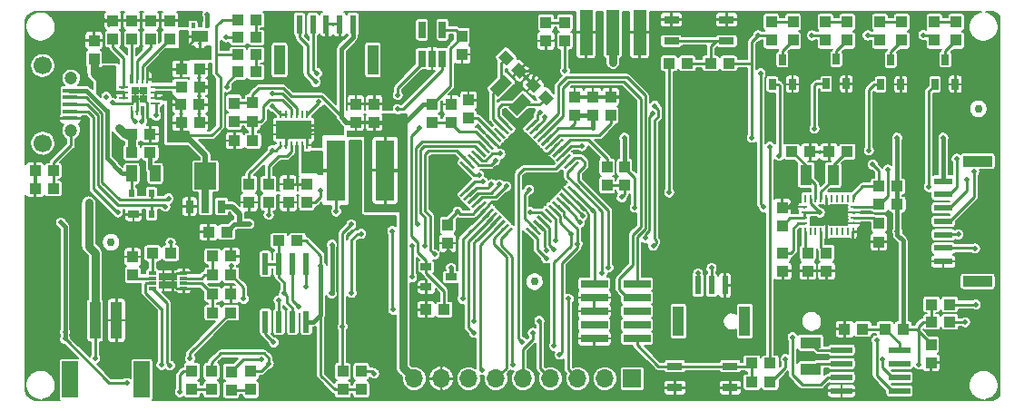
<source format=gbr>
G04 #@! TF.FileFunction,Copper,L1,Top,Signal*
%FSLAX46Y46*%
G04 Gerber Fmt 4.6, Leading zero omitted, Abs format (unit mm)*
G04 Created by KiCad (PCBNEW 4.0.7) date Wednesday, June 27, 2018 'AMt' 09:44:35 AM*
%MOMM*%
%LPD*%
G01*
G04 APERTURE LIST*
%ADD10C,0.100000*%
%ADD11R,1.000000X1.100000*%
%ADD12R,1.100000X1.000000*%
%ADD13R,0.400000X0.500000*%
%ADD14R,1.600000X1.100000*%
%ADD15R,0.400000X0.250000*%
%ADD16R,1.000000X0.700000*%
%ADD17R,0.600000X0.700000*%
%ADD18R,1.000000X1.500000*%
%ADD19R,0.600000X1.700000*%
%ADD20R,1.000000X2.800000*%
%ADD21R,2.500000X0.750000*%
%ADD22R,1.700000X1.700000*%
%ADD23O,1.700000X1.700000*%
%ADD24R,1.000000X3.500000*%
%ADD25R,1.500000X3.400000*%
%ADD26R,1.270000X4.200000*%
%ADD27R,1.800000X5.700000*%
%ADD28R,0.650000X1.050000*%
%ADD29R,1.450000X0.700000*%
%ADD30R,0.650000X1.560000*%
%ADD31R,0.600000X2.000000*%
%ADD32R,0.750000X0.750000*%
%ADD33R,0.850000X0.280000*%
%ADD34R,0.280000X0.850000*%
%ADD35R,0.300000X0.850000*%
%ADD36R,2.000000X0.600000*%
%ADD37R,0.250000X0.700000*%
%ADD38R,0.825000X0.850000*%
%ADD39R,0.750000X0.300000*%
%ADD40R,0.875000X0.725000*%
%ADD41R,0.250000X0.675000*%
%ADD42R,0.575000X0.250000*%
%ADD43R,1.900000X1.100000*%
%ADD44R,1.100000X1.900000*%
%ADD45R,0.800000X1.200000*%
%ADD46R,0.800000X2.200000*%
%ADD47R,2.000000X2.500000*%
%ADD48R,1.350000X0.400000*%
%ADD49C,1.200000*%
%ADD50C,1.700000*%
%ADD51R,1.050000X0.650000*%
%ADD52R,1.700000X0.600000*%
%ADD53R,2.700000X1.000000*%
%ADD54C,0.750000*%
%ADD55C,0.500000*%
%ADD56C,0.254000*%
%ADD57C,0.381000*%
%ADD58C,0.508000*%
%ADD59C,0.762000*%
%ADD60C,0.203200*%
G04 APERTURE END LIST*
D10*
G36*
X-2480017Y11288208D02*
X-3187124Y10581101D01*
X-3964941Y11358918D01*
X-3257834Y12066025D01*
X-2480017Y11288208D01*
X-2480017Y11288208D01*
G37*
G36*
X-3682099Y12490290D02*
X-4389206Y11783183D01*
X-5167023Y12561000D01*
X-4459916Y13268107D01*
X-3682099Y12490290D01*
X-3682099Y12490290D01*
G37*
G36*
X-2635582Y10029559D02*
X-1928475Y10736666D01*
X-1150658Y9958849D01*
X-1857765Y9251742D01*
X-2635582Y10029559D01*
X-2635582Y10029559D01*
G37*
G36*
X-1433500Y8827477D02*
X-726393Y9534584D01*
X51424Y8756767D01*
X-655683Y8049660D01*
X-1433500Y8827477D01*
X-1433500Y8827477D01*
G37*
D11*
X-9880600Y-3087000D03*
X-9880600Y-4787000D03*
X5334000Y7176400D03*
X5334000Y8876400D03*
X-9552408Y6469176D03*
X-9552408Y8169176D03*
X1981200Y7176400D03*
X1981200Y8876400D03*
X3657600Y7176400D03*
X3657600Y8876400D03*
D12*
X-39326514Y5391344D03*
X-37626514Y5391344D03*
D11*
X-8536042Y14520594D03*
X-8536042Y12820594D03*
D12*
X-33035553Y11480941D03*
X-34735553Y11480941D03*
X-46668024Y1964425D03*
X-48368024Y1964425D03*
X-25602300Y-4546600D03*
X-23902300Y-4546600D03*
D11*
X-42862500Y12421500D03*
X-42862500Y14121500D03*
D12*
X-34749153Y8128141D03*
X-33049153Y8128141D03*
X-34735553Y6451741D03*
X-33035553Y6451741D03*
D11*
X-24739600Y729223D03*
X-24739600Y-970777D03*
X-26583981Y729223D03*
X-26583981Y-970777D03*
D12*
X-31793310Y-9562314D03*
X-30093310Y-9562314D03*
X-30093310Y-6006314D03*
X-31793310Y-6006314D03*
D11*
X-28397200Y736600D03*
X-28397200Y-963400D03*
X-29802214Y6592844D03*
X-29802214Y8292844D03*
X-16728781Y6496823D03*
X-16728781Y8196823D03*
X-18455981Y6496823D03*
X-18455981Y8196823D03*
X35509200Y14139200D03*
X35509200Y15839200D03*
X-31902400Y-16730000D03*
X-31902400Y-18430000D03*
X-28236730Y-16749830D03*
X-28236730Y-18449830D03*
X30429200Y14139200D03*
X30429200Y15839200D03*
X20320000Y14139200D03*
X20320000Y15839200D03*
X25349200Y14139200D03*
X25349200Y15839200D03*
D13*
X-32319200Y15528000D03*
X-33619200Y15528000D03*
D14*
X-32969200Y14478000D03*
D15*
X-32969200Y13803000D03*
D16*
X-39190400Y-2101600D03*
D17*
X-37490400Y-2101600D03*
X-37490400Y-101600D03*
X-39390400Y-101600D03*
D12*
X-29450400Y16056000D03*
X-27750400Y16056000D03*
X-29450400Y12804800D03*
X-27750400Y12804800D03*
D11*
X1066800Y14102000D03*
X1066800Y15802000D03*
D18*
X-37152400Y1727200D03*
X-39352400Y1727200D03*
D19*
X15982000Y-8718000D03*
X14732000Y-8718000D03*
X13482000Y-8718000D03*
D20*
X17832000Y-12068000D03*
X11632000Y-12068000D03*
D19*
X-18702400Y15643600D03*
X-19952400Y15643600D03*
X-21202400Y15643600D03*
X-22452400Y15643600D03*
X-23702400Y15643600D03*
D20*
X-16852400Y12293600D03*
X-25552400Y12293600D03*
D21*
X7791200Y-13665200D03*
X3791200Y-13665200D03*
X7791200Y-12395200D03*
X3791200Y-12395200D03*
X7791200Y-11125200D03*
X3791200Y-11125200D03*
X7791200Y-9855200D03*
X3791200Y-9855200D03*
X7791200Y-8585200D03*
X3791200Y-8585200D03*
D22*
X7315200Y-17424400D03*
D23*
X4775200Y-17424400D03*
X2235200Y-17424400D03*
X-304800Y-17424400D03*
X-2844800Y-17424400D03*
X-5384800Y-17424400D03*
X-7924800Y-17424400D03*
X-10464800Y-17424400D03*
X-13004800Y-17424400D03*
D24*
X-42754800Y-11976000D03*
X-40754800Y-11976000D03*
D25*
X-45104800Y-17526000D03*
X-38404800Y-17526000D03*
D26*
X5537200Y14884400D03*
X8037200Y14884400D03*
X3037200Y14884400D03*
D11*
X-11295208Y6453976D03*
X-11295208Y8153976D03*
D12*
X-39326514Y3664144D03*
X-37626514Y3664144D03*
D27*
X-20284781Y2012823D03*
X-15712781Y2012823D03*
D28*
X35575200Y10047600D03*
X37475200Y10047600D03*
X36525200Y12347600D03*
X30495200Y10029200D03*
X32395200Y10029200D03*
X31445200Y12329200D03*
X20386000Y10047600D03*
X22286000Y10047600D03*
X21336000Y12347600D03*
X25415200Y10080000D03*
X27315200Y10080000D03*
X26365200Y12380000D03*
D11*
X-19659600Y-16730000D03*
X-19659600Y-18430000D03*
X-17932400Y-16730000D03*
X-17932400Y-18430000D03*
X37541200Y15839200D03*
X37541200Y14139200D03*
X-33731200Y-16730000D03*
X-33731200Y-18430000D03*
X-30073600Y-16780800D03*
X-30073600Y-18480800D03*
D12*
X20204800Y-17754600D03*
X18504800Y-17754600D03*
X20204800Y-15976600D03*
X18504800Y-15976600D03*
X10783200Y11988800D03*
X12483200Y11988800D03*
X16344000Y11988800D03*
X14644000Y11988800D03*
D11*
X32461200Y15839200D03*
X32461200Y14139200D03*
X22352000Y15839200D03*
X22352000Y14139200D03*
X27381200Y15839200D03*
X27381200Y14139200D03*
D12*
X-33035553Y9804541D03*
X-34735553Y9804541D03*
D11*
X-35815953Y15988541D03*
X-35815953Y14288541D03*
X6611642Y616974D03*
X6611642Y2316974D03*
X-37593953Y15988541D03*
X-37593953Y14288541D03*
X-39321153Y15988541D03*
X-39321153Y14288541D03*
X4986042Y616974D03*
X4986042Y2316974D03*
D12*
X-46668024Y313425D03*
X-48368024Y313425D03*
X-29450400Y14430400D03*
X-27750400Y14430400D03*
X-29450400Y11179200D03*
X-27750400Y11179200D03*
D11*
X-41099153Y14288541D03*
X-41099153Y15988541D03*
D12*
X35259711Y-10504605D03*
X36959711Y-10504605D03*
X35259711Y-12130205D03*
X36959711Y-12130205D03*
D11*
X-23012400Y-970777D03*
X-23012400Y729223D03*
X-711200Y14110600D03*
X-711200Y15810600D03*
D12*
X-30093310Y-11289514D03*
X-31793310Y-11289514D03*
X-30093310Y-7784314D03*
X-31793310Y-7784314D03*
X-37400600Y-5715000D03*
X-35700600Y-5715000D03*
D11*
X-39243000Y-7758800D03*
X-39243000Y-6058800D03*
X-28057181Y6598423D03*
X-28057181Y8298423D03*
D12*
X-29755200Y4775200D03*
X-28055200Y4775200D03*
D29*
X11316469Y-18271829D03*
X16476469Y-18271829D03*
X16476469Y-16271829D03*
X11316469Y-16271829D03*
X16143600Y16073000D03*
X10983600Y16073000D03*
X10983600Y14073000D03*
X16143600Y14073000D03*
D10*
G36*
X-4879779Y6610889D02*
X-4703002Y6787666D01*
X-3783763Y5868427D01*
X-3960540Y5691650D01*
X-4879779Y6610889D01*
X-4879779Y6610889D01*
G37*
G36*
X-5233332Y6257336D02*
X-5056555Y6434113D01*
X-4137316Y5514874D01*
X-4314093Y5338097D01*
X-5233332Y6257336D01*
X-5233332Y6257336D01*
G37*
G36*
X-5586886Y5903782D02*
X-5410109Y6080559D01*
X-4490870Y5161320D01*
X-4667647Y4984543D01*
X-5586886Y5903782D01*
X-5586886Y5903782D01*
G37*
G36*
X-5940439Y5550229D02*
X-5763662Y5727006D01*
X-4844423Y4807767D01*
X-5021200Y4630990D01*
X-5940439Y5550229D01*
X-5940439Y5550229D01*
G37*
G36*
X-6293992Y5196676D02*
X-6117215Y5373453D01*
X-5197976Y4454214D01*
X-5374753Y4277437D01*
X-6293992Y5196676D01*
X-6293992Y5196676D01*
G37*
G36*
X-6647546Y4843122D02*
X-6470769Y5019899D01*
X-5551530Y4100660D01*
X-5728307Y3923883D01*
X-6647546Y4843122D01*
X-6647546Y4843122D01*
G37*
G36*
X-7001099Y4489569D02*
X-6824322Y4666346D01*
X-5905083Y3747107D01*
X-6081860Y3570330D01*
X-7001099Y4489569D01*
X-7001099Y4489569D01*
G37*
G36*
X-7354653Y4136015D02*
X-7177876Y4312792D01*
X-6258637Y3393553D01*
X-6435414Y3216776D01*
X-7354653Y4136015D01*
X-7354653Y4136015D01*
G37*
G36*
X-7708206Y3782462D02*
X-7531429Y3959239D01*
X-6612190Y3040000D01*
X-6788967Y2863223D01*
X-7708206Y3782462D01*
X-7708206Y3782462D01*
G37*
G36*
X-8061759Y3428909D02*
X-7884982Y3605686D01*
X-6965743Y2686447D01*
X-7142520Y2509670D01*
X-8061759Y3428909D01*
X-8061759Y3428909D01*
G37*
G36*
X-8415313Y3075355D02*
X-8238536Y3252132D01*
X-7319297Y2332893D01*
X-7496074Y2156116D01*
X-8415313Y3075355D01*
X-8415313Y3075355D01*
G37*
G36*
X-8768866Y2721802D02*
X-8592089Y2898579D01*
X-7672850Y1979340D01*
X-7849627Y1802563D01*
X-8768866Y2721802D01*
X-8768866Y2721802D01*
G37*
G36*
X-8592089Y-460179D02*
X-8768866Y-283402D01*
X-7849627Y635837D01*
X-7672850Y459060D01*
X-8592089Y-460179D01*
X-8592089Y-460179D01*
G37*
G36*
X-8238536Y-813732D02*
X-8415313Y-636955D01*
X-7496074Y282284D01*
X-7319297Y105507D01*
X-8238536Y-813732D01*
X-8238536Y-813732D01*
G37*
G36*
X-7884982Y-1167286D02*
X-8061759Y-990509D01*
X-7142520Y-71270D01*
X-6965743Y-248047D01*
X-7884982Y-1167286D01*
X-7884982Y-1167286D01*
G37*
G36*
X-7531429Y-1520839D02*
X-7708206Y-1344062D01*
X-6788967Y-424823D01*
X-6612190Y-601600D01*
X-7531429Y-1520839D01*
X-7531429Y-1520839D01*
G37*
G36*
X-7177876Y-1874392D02*
X-7354653Y-1697615D01*
X-6435414Y-778376D01*
X-6258637Y-955153D01*
X-7177876Y-1874392D01*
X-7177876Y-1874392D01*
G37*
G36*
X-6824322Y-2227946D02*
X-7001099Y-2051169D01*
X-6081860Y-1131930D01*
X-5905083Y-1308707D01*
X-6824322Y-2227946D01*
X-6824322Y-2227946D01*
G37*
G36*
X-6470769Y-2581499D02*
X-6647546Y-2404722D01*
X-5728307Y-1485483D01*
X-5551530Y-1662260D01*
X-6470769Y-2581499D01*
X-6470769Y-2581499D01*
G37*
G36*
X-6117215Y-2935053D02*
X-6293992Y-2758276D01*
X-5374753Y-1839037D01*
X-5197976Y-2015814D01*
X-6117215Y-2935053D01*
X-6117215Y-2935053D01*
G37*
G36*
X-5763662Y-3288606D02*
X-5940439Y-3111829D01*
X-5021200Y-2192590D01*
X-4844423Y-2369367D01*
X-5763662Y-3288606D01*
X-5763662Y-3288606D01*
G37*
G36*
X-5410109Y-3642159D02*
X-5586886Y-3465382D01*
X-4667647Y-2546143D01*
X-4490870Y-2722920D01*
X-5410109Y-3642159D01*
X-5410109Y-3642159D01*
G37*
G36*
X-5056555Y-3995713D02*
X-5233332Y-3818936D01*
X-4314093Y-2899697D01*
X-4137316Y-3076474D01*
X-5056555Y-3995713D01*
X-5056555Y-3995713D01*
G37*
G36*
X-4703002Y-4349266D02*
X-4879779Y-4172489D01*
X-3960540Y-3253250D01*
X-3783763Y-3430027D01*
X-4703002Y-4349266D01*
X-4703002Y-4349266D01*
G37*
G36*
X-2617037Y-3430027D02*
X-2440260Y-3253250D01*
X-1521021Y-4172489D01*
X-1697798Y-4349266D01*
X-2617037Y-3430027D01*
X-2617037Y-3430027D01*
G37*
G36*
X-2263484Y-3076474D02*
X-2086707Y-2899697D01*
X-1167468Y-3818936D01*
X-1344245Y-3995713D01*
X-2263484Y-3076474D01*
X-2263484Y-3076474D01*
G37*
G36*
X-1909930Y-2722920D02*
X-1733153Y-2546143D01*
X-813914Y-3465382D01*
X-990691Y-3642159D01*
X-1909930Y-2722920D01*
X-1909930Y-2722920D01*
G37*
G36*
X-1556377Y-2369367D02*
X-1379600Y-2192590D01*
X-460361Y-3111829D01*
X-637138Y-3288606D01*
X-1556377Y-2369367D01*
X-1556377Y-2369367D01*
G37*
G36*
X-1202824Y-2015814D02*
X-1026047Y-1839037D01*
X-106808Y-2758276D01*
X-283585Y-2935053D01*
X-1202824Y-2015814D01*
X-1202824Y-2015814D01*
G37*
G36*
X-849270Y-1662260D02*
X-672493Y-1485483D01*
X246746Y-2404722D01*
X69969Y-2581499D01*
X-849270Y-1662260D01*
X-849270Y-1662260D01*
G37*
G36*
X-495717Y-1308707D02*
X-318940Y-1131930D01*
X600299Y-2051169D01*
X423522Y-2227946D01*
X-495717Y-1308707D01*
X-495717Y-1308707D01*
G37*
G36*
X-142163Y-955153D02*
X34614Y-778376D01*
X953853Y-1697615D01*
X777076Y-1874392D01*
X-142163Y-955153D01*
X-142163Y-955153D01*
G37*
G36*
X211390Y-601600D02*
X388167Y-424823D01*
X1307406Y-1344062D01*
X1130629Y-1520839D01*
X211390Y-601600D01*
X211390Y-601600D01*
G37*
G36*
X564943Y-248047D02*
X741720Y-71270D01*
X1660959Y-990509D01*
X1484182Y-1167286D01*
X564943Y-248047D01*
X564943Y-248047D01*
G37*
G36*
X918497Y105507D02*
X1095274Y282284D01*
X2014513Y-636955D01*
X1837736Y-813732D01*
X918497Y105507D01*
X918497Y105507D01*
G37*
G36*
X1272050Y459060D02*
X1448827Y635837D01*
X2368066Y-283402D01*
X2191289Y-460179D01*
X1272050Y459060D01*
X1272050Y459060D01*
G37*
G36*
X1448827Y1802563D02*
X1272050Y1979340D01*
X2191289Y2898579D01*
X2368066Y2721802D01*
X1448827Y1802563D01*
X1448827Y1802563D01*
G37*
G36*
X1095274Y2156116D02*
X918497Y2332893D01*
X1837736Y3252132D01*
X2014513Y3075355D01*
X1095274Y2156116D01*
X1095274Y2156116D01*
G37*
G36*
X741720Y2509670D02*
X564943Y2686447D01*
X1484182Y3605686D01*
X1660959Y3428909D01*
X741720Y2509670D01*
X741720Y2509670D01*
G37*
G36*
X388167Y2863223D02*
X211390Y3040000D01*
X1130629Y3959239D01*
X1307406Y3782462D01*
X388167Y2863223D01*
X388167Y2863223D01*
G37*
G36*
X34614Y3216776D02*
X-142163Y3393553D01*
X777076Y4312792D01*
X953853Y4136015D01*
X34614Y3216776D01*
X34614Y3216776D01*
G37*
G36*
X-318940Y3570330D02*
X-495717Y3747107D01*
X423522Y4666346D01*
X600299Y4489569D01*
X-318940Y3570330D01*
X-318940Y3570330D01*
G37*
G36*
X-672493Y3923883D02*
X-849270Y4100660D01*
X69969Y5019899D01*
X246746Y4843122D01*
X-672493Y3923883D01*
X-672493Y3923883D01*
G37*
G36*
X-1026047Y4277437D02*
X-1202824Y4454214D01*
X-283585Y5373453D01*
X-106808Y5196676D01*
X-1026047Y4277437D01*
X-1026047Y4277437D01*
G37*
G36*
X-1379600Y4630990D02*
X-1556377Y4807767D01*
X-637138Y5727006D01*
X-460361Y5550229D01*
X-1379600Y4630990D01*
X-1379600Y4630990D01*
G37*
G36*
X-1733153Y4984543D02*
X-1909930Y5161320D01*
X-990691Y6080559D01*
X-813914Y5903782D01*
X-1733153Y4984543D01*
X-1733153Y4984543D01*
G37*
G36*
X-2086707Y5338097D02*
X-2263484Y5514874D01*
X-1344245Y6434113D01*
X-1167468Y6257336D01*
X-2086707Y5338097D01*
X-2086707Y5338097D01*
G37*
G36*
X-2440260Y5691650D02*
X-2617037Y5868427D01*
X-1697798Y6787666D01*
X-1521021Y6610889D01*
X-2440260Y5691650D01*
X-2440260Y5691650D01*
G37*
D30*
X-12278642Y12436208D03*
X-11328642Y12436208D03*
X-10378642Y12436208D03*
X-10378642Y15136208D03*
X-12278642Y15136208D03*
D31*
X-26873200Y-6723400D03*
X-25603200Y-6723400D03*
X-24333200Y-6723400D03*
X-23063200Y-6723400D03*
X-23063200Y-12123400D03*
X-24333200Y-12123400D03*
X-25603200Y-12123400D03*
X-26873200Y-12123400D03*
D32*
X-38247283Y8665733D03*
X-38247283Y9415733D03*
X-38997283Y9415733D03*
X-38997283Y8665733D03*
D33*
X-40097283Y9790733D03*
X-40097283Y9290733D03*
X-40097283Y8790733D03*
X-40097283Y8290733D03*
D34*
X-39372283Y7565733D03*
X-38872283Y7565733D03*
D35*
X-38372283Y7565733D03*
D34*
X-37872283Y7565733D03*
D33*
X-37147283Y8290733D03*
X-37147283Y8790733D03*
X-37147283Y9290733D03*
X-37147283Y9790733D03*
D34*
X-37872283Y10515733D03*
X-38372283Y10515733D03*
X-38872283Y10515733D03*
D35*
X-39372283Y10515733D03*
D36*
X32265600Y-14757400D03*
X32265600Y-16027400D03*
X32265600Y-17297400D03*
X32265600Y-18567400D03*
X26865600Y-18567400D03*
X26865600Y-17297400D03*
X26865600Y-16027400D03*
X26865600Y-14757400D03*
D37*
X-25477181Y4345223D03*
X-24977181Y4345223D03*
X-24477181Y4345223D03*
X-23977181Y4345223D03*
X-23477181Y4345223D03*
X-22977181Y4345223D03*
X-22977181Y7245223D03*
X-23477181Y7245223D03*
X-23977181Y7245223D03*
X-24477181Y7245223D03*
X-24977181Y7245223D03*
X-25477181Y7245223D03*
D38*
X-22989681Y6220223D03*
X-23814681Y6220223D03*
X-24639681Y6220223D03*
X-25464681Y6220223D03*
X-22989681Y5370223D03*
X-23814681Y5370223D03*
X-24639681Y5370223D03*
X-25464681Y5370223D03*
D39*
X-34502810Y-9049214D03*
X-34502810Y-8549214D03*
X-34502810Y-8049214D03*
X-34502810Y-7549214D03*
X-37402810Y-7549214D03*
X-37402810Y-8049214D03*
X-37402810Y-8549214D03*
X-37402810Y-9049214D03*
D40*
X-36390310Y-7936714D03*
X-36390310Y-8661714D03*
X-35515310Y-7936714D03*
X-35515310Y-8661714D03*
D41*
X23436372Y-600501D03*
X23936372Y-600501D03*
X24436372Y-600501D03*
X24936372Y-600501D03*
X25436372Y-600501D03*
X25936372Y-600501D03*
X26436372Y-600501D03*
X26936372Y-600501D03*
X27436372Y-600501D03*
X27936372Y-600501D03*
X23436372Y-3725501D03*
X23936372Y-3725501D03*
X24436372Y-3725501D03*
X24936372Y-3725501D03*
X25436372Y-3725501D03*
X25936372Y-3725501D03*
X26436372Y-3725501D03*
X26936372Y-3725501D03*
X27436372Y-3725501D03*
X27936372Y-3725501D03*
D42*
X23373872Y-1413001D03*
X23373872Y-1913001D03*
X23373872Y-2413001D03*
X23373872Y-2913001D03*
X27998872Y-1413001D03*
X27998872Y-1913001D03*
X27998872Y-2413001D03*
X27998872Y-2913001D03*
D10*
G36*
X-5957743Y9643440D02*
X-4614240Y10986943D01*
X-3836423Y10209126D01*
X-5179926Y8865623D01*
X-5957743Y9643440D01*
X-5957743Y9643440D01*
G37*
G36*
X-4189977Y7875674D02*
X-2846474Y9219177D01*
X-2068657Y8441360D01*
X-3412160Y7097857D01*
X-4189977Y7875674D01*
X-4189977Y7875674D01*
G37*
D43*
X23977600Y-16591600D03*
X23977600Y-14091600D03*
D44*
X23565800Y1574800D03*
X26065800Y1574800D03*
D11*
X-7924800Y6875576D03*
X-7924800Y8575576D03*
D12*
X28840800Y-12801600D03*
X27140800Y-12801600D03*
D11*
X35204400Y-14237600D03*
X35204400Y-15937600D03*
D12*
X22213200Y3733800D03*
X23913200Y3733800D03*
D11*
X21336000Y-1449600D03*
X21336000Y-3149600D03*
D12*
X27393000Y3733800D03*
X25693000Y3733800D03*
D11*
X25450800Y-7389600D03*
X25450800Y-5689600D03*
D12*
X30341200Y508000D03*
X32041200Y508000D03*
X30354370Y-1149402D03*
X32054370Y-1149402D03*
X32600000Y-12801600D03*
X30900000Y-12801600D03*
D11*
X23723600Y-5689600D03*
X23723600Y-7389600D03*
X21386800Y-5689600D03*
X21386800Y-7389600D03*
D12*
X-30493600Y-3746500D03*
X-32193600Y-3746500D03*
D11*
X30340300Y-2960000D03*
X30340300Y-4660000D03*
D45*
X-33961200Y-1369000D03*
D46*
X-32461200Y-869000D03*
D45*
X-30961200Y-1369000D03*
D47*
X-32461200Y1481000D03*
D48*
X-45074800Y9465600D03*
X-45074800Y8815600D03*
X-45074800Y8165600D03*
X-45074800Y7515600D03*
X-45074800Y6865600D03*
D49*
X-44999800Y10590600D03*
X-44999800Y5740600D03*
D50*
X-47649800Y11790600D03*
X-47649800Y4540600D03*
D51*
X-11881500Y-6987500D03*
X-11881500Y-8887500D03*
X-9581500Y-7937500D03*
D12*
X-10199000Y-10985500D03*
X-11899000Y-10985500D03*
D52*
X36351600Y-6493200D03*
X36351600Y-5243200D03*
X36351600Y-3993200D03*
X36351600Y-2743200D03*
X36351600Y-1493200D03*
X36351600Y-243200D03*
X36351600Y1006800D03*
D53*
X39551600Y-8343200D03*
X39551600Y2856800D03*
D54*
X-41275000Y-4699000D03*
X-1778000Y-8382000D03*
X39624000Y7747000D03*
D55*
X-21183600Y5770880D03*
X-21183600Y6847840D03*
X-41716960Y8874760D03*
X-41142920Y8300720D03*
X-8321040Y-2880360D03*
X-9398000Y-5867400D03*
X-10287000Y-5867400D03*
X6604000Y6604000D03*
X6604000Y7620000D03*
X6604000Y9245600D03*
X22402800Y-1727200D03*
X22402800Y-812800D03*
X-31750000Y9194800D03*
X-31750000Y10414000D03*
X-31750000Y9804400D03*
X-42164000Y15544800D03*
X-42164000Y16357600D03*
X9194800Y14325600D03*
X9194800Y15443200D03*
X9194800Y14884400D03*
X-21183600Y14325600D03*
X-19964400Y14376400D03*
X-3251200Y4165600D03*
X-4165600Y4165600D03*
X-889000Y10541000D03*
X-2667000Y12319000D03*
X-1524000Y11176000D03*
X-2032000Y11684000D03*
X36347400Y5054600D03*
X29286200Y14605000D03*
X24104600Y14605000D03*
X34493200Y14630400D03*
X19075400Y14605000D03*
X-29083000Y-2997200D03*
X-28359100Y-2997200D03*
X-8940800Y-1828800D03*
X-14020800Y3937000D03*
X-14020800Y3302000D03*
X-14020800Y2667000D03*
X-14020800Y2032000D03*
X32054800Y5054600D03*
X32054800Y-3657600D03*
X34036000Y-16103600D03*
X21640800Y-15595600D03*
X24841200Y-1930400D03*
X3690667Y-1760663D03*
X7569200Y-1473200D03*
X-26572392Y-16039492D03*
X-35712400Y-4724400D03*
X-30073600Y-6908716D03*
X-14020800Y-4934327D03*
X-20675600Y-4927600D03*
X-20692299Y-9482901D03*
X-28905200Y-9989820D03*
X-25146000Y-9482901D03*
X18491200Y5054600D03*
X3657600Y5943600D03*
X-14020800Y-1828800D03*
X6604000Y5054600D03*
X38379390Y-12166590D03*
X37744400Y-3962400D03*
X30683200Y-15646400D03*
X9448800Y8026400D03*
X-14528800Y9042400D03*
X9296400Y-5029200D03*
X2239086Y-4876800D03*
X-22047200Y11074400D03*
X-36576000Y-16154400D03*
X558800Y-15189200D03*
X39370000Y-10515600D03*
X39319200Y-5283200D03*
X8585200Y-4318000D03*
X9253372Y7336752D03*
X-35763200Y-16205200D03*
X30124400Y-13868400D03*
X-14528800Y7721600D03*
X1625600Y-3911600D03*
X-22199600Y10261600D03*
X50800Y-14376400D03*
X2641600Y4267200D03*
X20167600Y4216400D03*
X-4978400Y3556000D03*
X29413200Y3860800D03*
X-5435600Y2946400D03*
X20995983Y3374226D03*
X-8483600Y-9982200D03*
X1397000Y-9982200D03*
X-23114000Y-8890000D03*
X-7416800Y-13157200D03*
X-23774400Y-10718800D03*
X-1930400Y-13157200D03*
X-7416800Y-12039600D03*
X-25650520Y-10138600D03*
X-1320800Y-12039600D03*
X-35915600Y-609600D03*
X2438400Y-2870200D03*
X-36220400Y-1371600D03*
X2692400Y-2260600D03*
X13462000Y-7620000D03*
X4521200Y-7620000D03*
X14732000Y-7112000D03*
X5130800Y-7061200D03*
X24333200Y5892800D03*
X-812800Y6959600D03*
X-32283400Y16535400D03*
X-40538400Y5943600D03*
X35001200Y457200D03*
X-2286000Y203200D03*
X29768800Y2540000D03*
X-6604000Y939800D03*
X22301200Y-13563600D03*
X-41757600Y10769600D03*
X-41757600Y9928400D03*
X-43366399Y-1016000D03*
X-33909000Y-15544800D03*
X-42748200Y-15544800D03*
X-34340800Y5283200D03*
X-35560000Y5283200D03*
X-25501600Y2540000D03*
X-24892000Y2540000D03*
X-39031803Y6578600D03*
X-24282400Y2540000D03*
X-20269200Y-1828800D03*
X-26568400Y-2133600D03*
X-26212800Y9144000D03*
X-26212800Y7975600D03*
X-26212800Y3892423D03*
X1066800Y11328400D03*
X19304000Y11026800D03*
X19608800Y-1422400D03*
X-3810000Y-16154400D03*
X-40640000Y-1905000D03*
X-40640000Y-1905000D03*
X6350000Y-508000D03*
X5537200Y12090400D03*
X53210Y-5409953D03*
X-17957800Y-3911600D03*
X-18821400Y-9423400D03*
X-12700000Y-3048000D03*
X-18872200Y-3048000D03*
X-19685000Y-12573000D03*
X-6705600Y-16611600D03*
X-16738600Y-16941800D03*
X-34848800Y-18694400D03*
X-27279600Y-15595600D03*
X10783200Y-50800D03*
X-2159000Y-1879600D03*
X37592000Y3098800D03*
X-6934200Y1549400D03*
X31191200Y2082800D03*
X-5789334Y725165D03*
X-30560200Y14427200D03*
X-38379400Y6578600D03*
X-37084000Y7112000D03*
X-30480000Y9779000D03*
X-21742400Y152400D03*
X-21894800Y8382000D03*
X198120Y-4556760D03*
X-14938970Y-11001970D03*
X-15036800Y-3657600D03*
X-13208000Y-7950200D03*
X-13208000Y-5080000D03*
X-12001500Y-5080000D03*
X-11112500Y-5842000D03*
X39217600Y1879600D03*
X-5080000Y685800D03*
X38506400Y1117610D03*
X-4419600Y508000D03*
X-26113277Y-14040370D03*
X-2946400Y-13995400D03*
X-680455Y-6208488D03*
X-628346Y-5477083D03*
X-9575800Y-7112000D03*
X-39814500Y-17843500D03*
X-45942890Y-2865750D03*
X-21717000Y-6937966D03*
X-45567600Y-13716000D03*
X-45567600Y-13106400D03*
X-12509500Y5969000D03*
X-1270000Y7429500D03*
D56*
X-21183600Y5770880D02*
X-22589024Y5770880D01*
X-22589024Y5770880D02*
X-22989681Y5370223D01*
X-21183600Y5770880D02*
X-21632943Y6220223D01*
X-21632943Y6220223D02*
X-21811217Y6220223D01*
X-22989681Y6220223D02*
X-21811217Y6220223D01*
X-21811217Y6220223D02*
X-21183600Y6847840D01*
X-40097283Y8290733D02*
X-41132933Y8290733D01*
X-41132933Y8290733D02*
X-41142920Y8300720D01*
X-6453091Y-1679938D02*
X-7653513Y-2880360D01*
X-7653513Y-2880360D02*
X-8321040Y-2880360D01*
X-48368024Y1964425D02*
X-48368024Y313425D01*
X-9880600Y-5461000D02*
X-9804400Y-5461000D01*
X-9804400Y-5461000D02*
X-9398000Y-5867400D01*
X-9880600Y-4787000D02*
X-9880600Y-5461000D01*
X-9880600Y-5461000D02*
X-10287000Y-5867400D01*
X-25464681Y5370223D02*
X-24639681Y5370223D01*
X-22989681Y5370223D02*
X-23814681Y5370223D01*
X-22989681Y6220223D02*
X-23814681Y6220223D01*
X-25464681Y6220223D02*
X-24639681Y6220223D01*
X52291Y4118338D02*
X-478038Y3588009D01*
X-3001201Y3915601D02*
X-3251200Y4165600D01*
X-478038Y3588009D02*
X-2673609Y3588009D01*
X-2673609Y3588009D02*
X-3001201Y3915601D01*
X6604000Y7620000D02*
X6604000Y6604000D01*
X6604000Y9245600D02*
X6336400Y8978000D01*
X6336400Y8978000D02*
X6336400Y8876400D01*
X6604000Y7620000D02*
X6604000Y8608800D01*
X6604000Y8608800D02*
X6336400Y8876400D01*
X5334000Y8876400D02*
X6336400Y8876400D01*
X-3251200Y4165600D02*
X-4165600Y4165600D01*
X-5745984Y4825445D02*
X-5086139Y4165600D01*
X-5086139Y4165600D02*
X-4165600Y4165600D01*
X-37872283Y7565733D02*
X-37872283Y6886733D01*
X-37872283Y6886733D02*
X-37538750Y6553200D01*
X21336000Y-1449600D02*
X22125200Y-1449600D01*
X22125200Y-1449600D02*
X22402800Y-1727200D01*
X21336000Y-1449600D02*
X21766000Y-1449600D01*
X21766000Y-1449600D02*
X22402800Y-812800D01*
X5334000Y8876400D02*
X3657600Y8876400D01*
X1981200Y8876400D02*
X3657600Y8876400D01*
X-31750000Y9804400D02*
X-31750000Y9194800D01*
X-33035553Y9804541D02*
X-31750141Y9804541D01*
X-31750141Y9804541D02*
X-31750000Y9804400D01*
X-42164000Y15544800D02*
X-42164000Y16357600D01*
X-41542894Y15544800D02*
X-41099153Y15988541D01*
X-41099153Y15988541D02*
X-41794941Y15988541D01*
X-41794941Y15988541D02*
X-42164000Y16357600D01*
X9194800Y14884400D02*
X9194800Y14325600D01*
X9194800Y14884400D02*
X9194800Y15443200D01*
X-21183600Y14325600D02*
X-21183600Y15624800D01*
X-21183600Y15624800D02*
X-21202400Y15643600D01*
X-19952400Y15643600D02*
X-19952400Y14388400D01*
X-19952400Y14388400D02*
X-19964400Y14376400D01*
X-2032000Y11684000D02*
X-2667000Y12319000D01*
X-1893120Y9994204D02*
X-1893120Y10806880D01*
X-1893120Y10806880D02*
X-1524000Y11176000D01*
X-3222479Y11323563D02*
X-2392437Y11323563D01*
X-2392437Y11323563D02*
X-2032000Y11684000D01*
X-3222479Y11323563D02*
X-1893120Y9994204D01*
X-23814681Y5370223D02*
X-23148181Y5370223D01*
X-23148181Y5370223D02*
X-22977181Y5199223D01*
X-22977181Y4949223D02*
X-22977181Y4345223D01*
X-22977181Y5199223D02*
X-22977181Y4949223D01*
X-23814681Y5370223D02*
X-24556181Y5370223D01*
X-24556181Y5370223D02*
X-24977181Y4949223D01*
X-24977181Y4949223D02*
X-24977181Y4345223D01*
X-40097283Y8290733D02*
X-39372283Y8290733D01*
X-39372283Y8290733D02*
X-38997283Y8665733D01*
X-38872283Y7565733D02*
X-38872283Y8540733D01*
X-38872283Y8540733D02*
X-38997283Y8665733D01*
X-37872283Y7565733D02*
X-37872283Y8290733D01*
X-37872283Y8290733D02*
X-38247283Y8665733D01*
X-35515310Y-8661714D02*
X-35127810Y-9049214D01*
X-35127810Y-9049214D02*
X-34502810Y-9049214D01*
X-36390310Y-7936714D02*
X-36390310Y-8661714D01*
X-35515310Y-8661714D02*
X-36390310Y-8661714D01*
X-35515310Y-7936714D02*
X-35515310Y-8661714D01*
X-34502810Y-7549214D02*
X-35127810Y-7549214D01*
X-35127810Y-7549214D02*
X-35515310Y-7936714D01*
X-24755181Y-970777D02*
X-24755181Y-920777D01*
D57*
X36351600Y1006800D02*
X36351600Y5050400D01*
X36351600Y5050400D02*
X36347400Y5054600D01*
D56*
X-9880600Y-3087000D02*
X-9880600Y-2768600D01*
X-9880600Y-2768600D02*
X-8940800Y-1828800D01*
X-31902400Y-16730000D02*
X-31902400Y-15926000D01*
X-31902400Y-15926000D02*
X-31042599Y-15066199D01*
X-27025487Y-15066199D02*
X-26572392Y-15519294D01*
X-31042599Y-15066199D02*
X-27025487Y-15066199D01*
X-26572392Y-15519294D02*
X-26572392Y-15685939D01*
X-26572392Y-15685939D02*
X-26572392Y-16039492D01*
X-28236730Y-16749830D02*
X-27282730Y-16749830D01*
X-27282730Y-16749830D02*
X-26572392Y-16039492D01*
X29286200Y14605000D02*
X29963400Y14605000D01*
X29963400Y14605000D02*
X30429200Y14139200D01*
X24104600Y14605000D02*
X24883400Y14605000D01*
X24883400Y14605000D02*
X25349200Y14139200D01*
X19075400Y14605000D02*
X19854200Y14605000D01*
X19854200Y14605000D02*
X20320000Y14139200D01*
X34493200Y14630400D02*
X35018000Y14630400D01*
X35018000Y14630400D02*
X35509200Y14139200D01*
X18491200Y11988800D02*
X18491200Y14020800D01*
X18491200Y14020800D02*
X19075400Y14605000D01*
X-25602300Y-4546600D02*
X-25602300Y-6722500D01*
X-25602300Y-6722500D02*
X-25603200Y-6723400D01*
D57*
X-29083000Y-2997200D02*
X-29744300Y-2997200D01*
X-29744300Y-2997200D02*
X-30493600Y-3746500D01*
D58*
X-29083000Y-2997200D02*
X-28359100Y-2997200D01*
X-29987300Y-1369000D02*
X-29286200Y-2070100D01*
X-29286200Y-2070100D02*
X-29286200Y-2794000D01*
X-29286200Y-2794000D02*
X-29083000Y-2997200D01*
X-30961200Y-1369000D02*
X-29987300Y-1369000D01*
D57*
X32600000Y-12801600D02*
X32600000Y-11920600D01*
X32600000Y-11920600D02*
X32600000Y-8890000D01*
X32600000Y-4556353D02*
X32600000Y-8890000D01*
X32054800Y-3657600D02*
X32054800Y-4011153D01*
X32054800Y-4011153D02*
X32600000Y-4556353D01*
D56*
X35259711Y-10504605D02*
X35259711Y-12130205D01*
X34036000Y-16103600D02*
X34036000Y-13157200D01*
X34036000Y-13157200D02*
X34036000Y-13019200D01*
X35259711Y-12130205D02*
X34455711Y-12130205D01*
X34455711Y-12130205D02*
X34036000Y-12549916D01*
X34036000Y-12549916D02*
X34036000Y-13157200D01*
X3791200Y-8585200D02*
X3791200Y-1861196D01*
X3791200Y-1861196D02*
X3690667Y-1760663D01*
X1546261Y5937461D02*
X1552400Y5943600D01*
X1552400Y5943600D02*
X3657600Y5943600D01*
X-654816Y4825445D02*
X457200Y5937461D01*
X1981200Y7176400D02*
X1981200Y6372400D01*
X1981200Y6372400D02*
X1546261Y5937461D01*
X1546261Y5937461D02*
X457200Y5937461D01*
X-27486203Y9673401D02*
X-25552400Y9673401D01*
X-24464609Y8911401D02*
X-25226609Y9673401D01*
X-25226609Y9673401D02*
X-25552400Y9673401D01*
X-21386800Y8665286D02*
X-19218337Y6496823D01*
X-21386800Y8665286D02*
X-21394572Y8665286D01*
X-21394572Y8665286D02*
X-21640687Y8911401D01*
X-21640687Y8911401D02*
X-24464609Y8911401D01*
D57*
X-19812000Y7902842D02*
X-19812000Y12954000D01*
X-18702400Y15643600D02*
X-18702400Y14412600D01*
X-18702400Y14412600D02*
X-19812000Y13303000D01*
X-19812000Y13303000D02*
X-19812000Y12954000D01*
X-18455981Y6496823D02*
X-19336981Y6496823D01*
X-19336981Y6496823D02*
X-19812000Y6971842D01*
X-19812000Y6971842D02*
X-19812000Y7902842D01*
X-16728781Y6496823D02*
X-15847781Y6496823D01*
X-15847781Y6496823D02*
X-15660342Y6309384D01*
X-15660342Y6309384D02*
X-14020800Y6309384D01*
D56*
X-8940800Y-1828800D02*
X-8690801Y-2078799D01*
X-8690801Y-2078799D02*
X-7559060Y-2078799D01*
X-7559060Y-2078799D02*
X-7336974Y-1856713D01*
X-7336974Y-1856713D02*
X-6806645Y-1326384D01*
X-14020800Y4318000D02*
X-14020800Y3302000D01*
X-14020800Y2667000D02*
X-14020800Y3302000D01*
X-14020800Y2032000D02*
X-14020800Y2667000D01*
X-14020800Y2667000D02*
X-14020800Y2550804D01*
D59*
X-14020800Y4318000D02*
X-14020800Y2032000D01*
X-14020800Y2032000D02*
X-14020800Y-1828800D01*
D56*
X-15712781Y2012823D02*
X-14039977Y2012823D01*
X-14039977Y2012823D02*
X-14020800Y2032000D01*
X18491200Y5054600D02*
X18491200Y11988800D01*
X16344000Y11988800D02*
X18491200Y11988800D01*
D57*
X32041200Y508000D02*
X32041200Y5041000D01*
X32041200Y5041000D02*
X32054800Y5054600D01*
X32054370Y-1149402D02*
X32054370Y-3657170D01*
X32054370Y-3657170D02*
X32054800Y-3657600D01*
X32041200Y508000D02*
X32041200Y-1136232D01*
X32041200Y-1136232D02*
X32054370Y-1149402D01*
D56*
X-25146000Y-9482901D02*
X-24896001Y-9732900D01*
X-24896001Y-9732900D02*
X-24896001Y-10306599D01*
X-24333200Y-10869400D02*
X-24333200Y-12123400D01*
X-24896001Y-10306599D02*
X-24333200Y-10869400D01*
X-18455981Y6496823D02*
X-16728781Y6496823D01*
X21336000Y-3149600D02*
X22072599Y-2413001D01*
X22072599Y-2413001D02*
X23373872Y-2413001D01*
X-28057181Y8298423D02*
X-28057181Y9102423D01*
X-28057181Y9102423D02*
X-27486203Y9673401D01*
X-19218337Y6496823D02*
X-18455981Y6496823D01*
X-28057181Y8298423D02*
X-29796635Y8298423D01*
X-29796635Y8298423D02*
X-29802214Y8292844D01*
X23936372Y-600501D02*
X23936372Y-1025572D01*
X23936372Y-1025572D02*
X24841200Y-1930400D01*
X24841200Y-1930400D02*
X23391271Y-1930400D01*
X23391271Y-1930400D02*
X23373872Y-1913001D01*
X23373872Y-2413001D02*
X23373872Y-1913001D01*
X33818400Y-12801600D02*
X34036000Y-13019200D01*
X34036000Y-13019200D02*
X35204400Y-14187600D01*
X20254800Y-17754600D02*
X21640800Y-16368600D01*
X21640800Y-16368600D02*
X21640800Y-15595600D01*
X24823801Y-1913001D02*
X24841200Y-1930400D01*
X-25124599Y-8456001D02*
X-25146000Y-8477402D01*
X-25146000Y-8477402D02*
X-25146000Y-9482901D01*
X3403600Y-1473200D02*
X3403600Y-1473596D01*
X3403600Y-1473596D02*
X3690667Y-1760663D01*
X6611642Y2316974D02*
X6611642Y2266974D01*
X6611642Y2266974D02*
X7569200Y1309416D01*
X7569200Y1309416D02*
X7569200Y-1473200D01*
X2372900Y-442500D02*
X3403600Y-1473200D01*
X1820058Y87829D02*
X2350387Y-442500D01*
X2350387Y-442500D02*
X2372900Y-442500D01*
D57*
X-20675600Y-4927600D02*
X-20675600Y-9466202D01*
X-20675600Y-9466202D02*
X-20692299Y-9482901D01*
D56*
X-35712400Y-4724400D02*
X-35712400Y-5703200D01*
X-35712400Y-5703200D02*
X-35700600Y-5715000D01*
X-30093310Y-7784314D02*
X-30093310Y-6928426D01*
X-30093310Y-6928426D02*
X-30073600Y-6908716D01*
D59*
X-14020800Y-1828800D02*
X-14020800Y-4934327D01*
X-14020800Y-4934327D02*
X-14020800Y-16408400D01*
D56*
X-30093310Y-7784314D02*
X-30043310Y-7784314D01*
X-30043310Y-7784314D02*
X-28905200Y-8922424D01*
X-28905200Y-8922424D02*
X-28905200Y-9989820D01*
X23936372Y-600501D02*
X23936372Y-923972D01*
X23936372Y-923972D02*
X23940773Y-928373D01*
X20254800Y-17754600D02*
X20204800Y-17754600D01*
X32600000Y-12801600D02*
X33818400Y-12801600D01*
X35204400Y-14187600D02*
X35204400Y-14237600D01*
X35495600Y14125600D02*
X35509200Y14139200D01*
X30415600Y14125600D02*
X30429200Y14139200D01*
X25335600Y14125600D02*
X25349200Y14139200D01*
X20320000Y14089200D02*
X20320000Y14139200D01*
X-9601200Y9897984D02*
X-9601200Y13405436D01*
X-9601200Y13405436D02*
X-8536042Y14470594D01*
X-8536042Y14470594D02*
X-8536042Y14520594D01*
X-11295208Y8153976D02*
X-11295208Y8203976D01*
X-11295208Y8203976D02*
X-9601200Y9897984D01*
X-10378642Y15136208D02*
X-9151656Y15136208D01*
X-9151656Y15136208D02*
X-8536042Y14520594D01*
D57*
X3657600Y7176400D02*
X3657600Y5943600D01*
X3657600Y7176400D02*
X1981200Y7176400D01*
X6611642Y2316974D02*
X6611642Y5046958D01*
X6611642Y5046958D02*
X6604000Y5054600D01*
D59*
X-14020800Y-16408400D02*
X-13004800Y-17424400D01*
D57*
X-14020800Y4318000D02*
X-14020800Y6309384D01*
X-14020800Y6309384D02*
X-12176208Y8153976D01*
X-12176208Y8153976D02*
X-11295208Y8153976D01*
D56*
X-25124599Y-8456001D02*
X-25603200Y-7977400D01*
X-25603200Y-7977400D02*
X-25603200Y-6723400D01*
X-19812000Y13430000D02*
X-18702400Y14539600D01*
X-18702400Y14539600D02*
X-18702400Y15643600D01*
X-26885000Y-6711600D02*
X-26873200Y-6723400D01*
X-25603200Y-6723400D02*
X-26873200Y-6723400D01*
X-7924800Y6875576D02*
X-7089009Y6875576D01*
X-7089009Y6875576D02*
X-5392431Y5178998D01*
X23565800Y1574800D02*
X24436372Y704228D01*
X24436372Y704228D02*
X24436372Y-600501D01*
X23565800Y1574800D02*
X23565800Y2431200D01*
X23565800Y2431200D02*
X22263200Y3733800D01*
X22263200Y3733800D02*
X22213200Y3733800D01*
X21949000Y3759200D02*
X21999000Y3759200D01*
X23565800Y2192400D02*
X23565800Y1574800D01*
X26065800Y1574800D02*
X26065800Y1174800D01*
X26065800Y1174800D02*
X24936372Y45372D01*
X24936372Y45372D02*
X24936372Y-9001D01*
X24936372Y-9001D02*
X24936372Y-600501D01*
X26065800Y1574800D02*
X26065800Y2456600D01*
X26065800Y2456600D02*
X27343000Y3733800D01*
X27343000Y3733800D02*
X27393000Y3733800D01*
X27682600Y3759200D02*
X27632600Y3759200D01*
X26065800Y2192400D02*
X26065800Y1574800D01*
X25450800Y-5689600D02*
X24936372Y-5175172D01*
X24936372Y-5175172D02*
X24936372Y-3725501D01*
X7791200Y-4162750D02*
X7791200Y-8585200D01*
X-1361922Y5532551D02*
X457200Y7351673D01*
X457200Y7351673D02*
X457200Y9906000D01*
X457200Y9906000D02*
X1219210Y10668010D01*
X1219210Y10668010D02*
X6857990Y10668010D01*
X6857990Y10668010D02*
X8534390Y8991610D01*
X8534390Y8991610D02*
X8534389Y-3419561D01*
X8534389Y-3419561D02*
X7791200Y-4162750D01*
X6577678Y-7670800D02*
X6146800Y-8101678D01*
X6577678Y-7670800D02*
X6577678Y-7665112D01*
X7384790Y-3994410D02*
X7384790Y-6858000D01*
X6577678Y-7665112D02*
X7384790Y-6858000D01*
X6146800Y-8101678D02*
X6146800Y-9085800D01*
X6146800Y-9085800D02*
X6916200Y-9855200D01*
X6916200Y-9855200D02*
X7791200Y-9855200D01*
X-1008369Y5178998D02*
X863611Y7050978D01*
X863611Y7050978D02*
X863611Y9652011D01*
X863611Y9652011D02*
X1473200Y10261600D01*
X1473200Y10261600D02*
X6578600Y10261600D01*
X8127980Y8712220D02*
X8127980Y-3251220D01*
X8127980Y-3251220D02*
X7384790Y-3994410D01*
X6578600Y10261600D02*
X8127980Y8712220D01*
X7791200Y-13665200D02*
X7791200Y-14294200D01*
X7791200Y-14294200D02*
X9768829Y-16271829D01*
X9768829Y-16271829D02*
X10337469Y-16271829D01*
X10337469Y-16271829D02*
X11316469Y-16271829D01*
X11316469Y-16271829D02*
X16476469Y-16271829D01*
X16476469Y-16271829D02*
X18209571Y-16271829D01*
X18209571Y-16271829D02*
X18504800Y-15976600D01*
X18504800Y-15976600D02*
X18504800Y-17754600D01*
X10941469Y-16271829D02*
X11316469Y-16271829D01*
X36959711Y-12130205D02*
X38343005Y-12130205D01*
X38343005Y-12130205D02*
X38379390Y-12166590D01*
X37744400Y-3962400D02*
X36382400Y-3962400D01*
X36382400Y-3962400D02*
X36351600Y-3993200D01*
X558800Y-15189200D02*
X808799Y-14939201D01*
X808799Y-14939201D02*
X808799Y-6615773D01*
X808799Y-6615773D02*
X2239086Y-5185486D01*
X2239086Y-5185486D02*
X2239086Y-4876800D01*
X9448800Y8026400D02*
X9782773Y7692427D01*
X9398000Y6654800D02*
X9398000Y-4368800D01*
X9398000Y-4368800D02*
X9546399Y-4517199D01*
X9782773Y7692427D02*
X9782773Y7039573D01*
X9782773Y7039573D02*
X9398000Y6654800D01*
X9546399Y-4517199D02*
X9546399Y-4779201D01*
X9546399Y-4779201D02*
X9296400Y-5029200D01*
X-36626800Y-10853146D02*
X-38057211Y-9422735D01*
X-36576000Y-16154400D02*
X-36576000Y-10903946D01*
X-36576000Y-10903946D02*
X-36626800Y-10853146D01*
X-38031810Y-8549214D02*
X-37402810Y-8549214D01*
X-38057211Y-9422735D02*
X-38057211Y-8574615D01*
X-38057211Y-8574615D02*
X-38031810Y-8549214D01*
X32265600Y-17297400D02*
X31565600Y-17297400D01*
X30683200Y-16415000D02*
X30683200Y-15646400D01*
X31565600Y-17297400D02*
X30683200Y-16415000D01*
X9448800Y8026400D02*
X9398000Y8026400D01*
X-12278642Y12436208D02*
X-12278642Y11981208D01*
X-12278642Y11981208D02*
X-14528800Y9731050D01*
X-14528800Y9731050D02*
X-14528800Y9042400D01*
X2239086Y-3454400D02*
X2239086Y-4876800D01*
X405845Y-1326384D02*
X989029Y-1909568D01*
X989029Y-1909568D02*
X989029Y-2204343D01*
X989029Y-2204343D02*
X2239086Y-3454400D01*
X-22452400Y15643600D02*
X-22452400Y11479600D01*
X-22452400Y11479600D02*
X-22047200Y11074400D01*
X36959711Y-10504605D02*
X39359005Y-10504605D01*
X39359005Y-10504605D02*
X39370000Y-10515600D01*
X36351600Y-5243200D02*
X39279200Y-5243200D01*
X39279200Y-5243200D02*
X39319200Y-5283200D01*
X-22961600Y11023600D02*
X-22199600Y10261600D01*
X-23702400Y15643600D02*
X-23702400Y14427200D01*
X-22961600Y11023600D02*
X-22961600Y13686400D01*
X-22961600Y13686400D02*
X-23702400Y14427200D01*
X8940800Y7024180D02*
X8940800Y-3098800D01*
X8585200Y-4318000D02*
X8585200Y-3964447D01*
X8585200Y-3964447D02*
X8940800Y-3608847D01*
X8940800Y-3608847D02*
X8940800Y-3098800D01*
X9253372Y7336752D02*
X8940800Y7024180D01*
X-36038024Y-10414000D02*
X-37402810Y-9049214D01*
X-36038024Y-10414000D02*
X-36038024Y-15930376D01*
X-36038024Y-15930376D02*
X-35763200Y-16205200D01*
X50800Y-14376400D02*
X50800Y-6577020D01*
X50800Y-6577020D02*
X1625600Y-5002220D01*
X1625600Y-5002220D02*
X1625600Y-3911600D01*
X32265600Y-18567400D02*
X31565600Y-18567400D01*
X31565600Y-18567400D02*
X30124400Y-17126200D01*
X30124400Y-17126200D02*
X30124400Y-13868400D01*
X-10378642Y12436208D02*
X-10378642Y11402208D01*
X-10378642Y11402208D02*
X-14059250Y7721600D01*
X-14059250Y7721600D02*
X-14528800Y7721600D01*
X582620Y-2210267D02*
X582620Y-2868620D01*
X582620Y-2868620D02*
X1625600Y-3911600D01*
X582620Y-2210267D02*
X52291Y-1679938D01*
X759398Y3411231D02*
X1615367Y4267200D01*
X1615367Y4267200D02*
X2641600Y4267200D01*
X20167600Y4216400D02*
X20167600Y-15939400D01*
X20167600Y-15939400D02*
X20204800Y-15976600D01*
X27998872Y-2413001D02*
X29793301Y-2413001D01*
X29793301Y-2413001D02*
X30340300Y-2960000D01*
X23723600Y-5689600D02*
X23436372Y-5402372D01*
X23436372Y-5402372D02*
X23436372Y-3725501D01*
X22352000Y-3393373D02*
X22352000Y-5478400D01*
X23373872Y-2913001D02*
X22832372Y-2913001D01*
X22832372Y-2913001D02*
X22352000Y-3393373D01*
X21386800Y-5689600D02*
X22140800Y-5689600D01*
X22140800Y-5689600D02*
X22352000Y-5478400D01*
X29413200Y9321800D02*
X29413200Y4114800D01*
X30495200Y10029200D02*
X29916200Y10029200D01*
X29916200Y10029200D02*
X29413200Y9526200D01*
X29413200Y9526200D02*
X29413200Y9321800D01*
X-7160198Y3411231D02*
X-6686333Y2937366D01*
X-6686333Y2937366D02*
X-6319677Y2937366D01*
X-5701043Y3556000D02*
X-4978400Y3556000D01*
X-6319677Y2937366D02*
X-5701043Y3556000D01*
X29413200Y3860800D02*
X29413200Y4114800D01*
X21082000Y9906000D02*
X21082000Y9423400D01*
X21082000Y9423400D02*
X21082000Y3460243D01*
X20386000Y10047600D02*
X20965000Y10047600D01*
X20965000Y10047600D02*
X21082000Y9930600D01*
X21082000Y9930600D02*
X21082000Y9423400D01*
X-5876095Y2527349D02*
X-5854651Y2527349D01*
X-5854651Y2527349D02*
X-5435600Y2946400D01*
X21082000Y3460243D02*
X20995983Y3374226D01*
X-7513751Y3057678D02*
X-6983422Y2527349D01*
X-6983422Y2527349D02*
X-5876095Y2527349D01*
X-6099538Y-2033491D02*
X-7874000Y-3807953D01*
X-7874000Y-3807953D02*
X-8483600Y-4417553D01*
X-8483600Y-4417553D02*
X-8483600Y-9982200D01*
X1397000Y-9982200D02*
X1397000Y-13816040D01*
X1397000Y-13816040D02*
X1395440Y-13817600D01*
X1395440Y-13817600D02*
X1395440Y-14927310D01*
X1395440Y-14927310D02*
X1385201Y-14937549D01*
X1385201Y-14937549D02*
X1385201Y-16574401D01*
X1385201Y-16574401D02*
X2235200Y-17424400D01*
X-23063200Y-6723400D02*
X-23063200Y-8839200D01*
X-23063200Y-8839200D02*
X-23114000Y-8890000D01*
X-23063200Y-6723400D02*
X-23063200Y-7423400D01*
X-5745984Y-2387045D02*
X-7473739Y-4114800D01*
X-7473739Y-4114800D02*
X-7946201Y-4587262D01*
X-7946201Y-4587262D02*
X-7946201Y-12627799D01*
X-7946201Y-12627799D02*
X-7416800Y-13157200D01*
X-24333200Y-10160000D02*
X-23774400Y-10718800D01*
X-24333200Y-6723400D02*
X-24333200Y-10160000D01*
X-2844800Y-17424400D02*
X-2844800Y-14677314D01*
X-2844800Y-14677314D02*
X-1930400Y-13762914D01*
X-1930400Y-13762914D02*
X-1930400Y-13157200D01*
X-5745984Y-2387045D02*
X-6276313Y-2917374D01*
X-7416800Y-12039600D02*
X-7416800Y-4764967D01*
X-7416800Y-4764967D02*
X-7223833Y-4572000D01*
X-7122233Y-4470400D02*
X-7223833Y-4572000D01*
X-7223833Y-4572000D02*
X-7387400Y-4735567D01*
X-5392431Y-2740598D02*
X-7122233Y-4470400D01*
X-7122233Y-4470400D02*
X-7122233Y-4480633D01*
X-25650520Y-10138600D02*
X-25650520Y-12076080D01*
X-25650520Y-12076080D02*
X-25603200Y-12123400D01*
X-304800Y-17424400D02*
X-1219200Y-16510000D01*
X-1219200Y-16510000D02*
X-1219200Y-12141200D01*
X-1219200Y-12141200D02*
X-1320800Y-12039600D01*
X-5866296Y-3214463D02*
X-5392431Y-2740598D01*
X-25603200Y-12123400D02*
X-25603200Y-11423400D01*
X-45074800Y8815600D02*
X-43581700Y8815600D01*
X-43581700Y8815600D02*
X-42113180Y7347080D01*
X-42113180Y7347080D02*
X-42113180Y914380D01*
X-42113180Y914380D02*
X-40436800Y-762000D01*
X-40436800Y-762000D02*
X-37541200Y-762000D01*
X-37541200Y-762000D02*
X-36728400Y-762000D01*
X-36728400Y-762000D02*
X-36068000Y-762000D01*
X-36068000Y-762000D02*
X-35915600Y-609600D01*
X-37541200Y-762000D02*
X-37490400Y-711200D01*
X-37490400Y-711200D02*
X-37490400Y-101600D01*
X2438400Y-2870200D02*
X2162999Y-2594799D01*
X2162999Y-2594799D02*
X2162999Y-2376432D01*
X2162999Y-2376432D02*
X1289727Y-1503160D01*
X1289727Y-1503160D02*
X759398Y-972831D01*
X-45074800Y8165600D02*
X-43506450Y8165600D01*
X-43506450Y8165600D02*
X-42519590Y7178740D01*
X-42519590Y7178740D02*
X-42519590Y631104D01*
X-42519590Y631104D02*
X-40643886Y-1244600D01*
X-40643886Y-1244600D02*
X-37490400Y-1244600D01*
X-36372800Y-1244600D02*
X-37490400Y-1244600D01*
X-36372800Y-1244600D02*
X-36347400Y-1244600D01*
X-36347400Y-1244600D02*
X-36220400Y-1371600D01*
X-37490400Y-1244600D02*
X-37490400Y-2101600D01*
X2692400Y-2260600D02*
X2692400Y-2198727D01*
X2692400Y-2198727D02*
X1112951Y-619278D01*
X4521200Y-1807682D02*
X2022638Y690880D01*
X2022638Y690880D02*
X2022638Y705322D01*
X2022638Y705322D02*
X1289729Y1438231D01*
X1820058Y2350571D02*
X1289729Y1820242D01*
X1289729Y1820242D02*
X1289729Y1438231D01*
X13462000Y-7620000D02*
X13462000Y-8698000D01*
X13462000Y-8698000D02*
X13482000Y-8718000D01*
X4521200Y-7620000D02*
X4521200Y-1807682D01*
X14732000Y-7112000D02*
X14732000Y-8718000D01*
X1466505Y2704124D02*
X1940370Y3177989D01*
X2895600Y2794000D02*
X2895600Y2438400D01*
X1940370Y3177989D02*
X2511611Y3177989D01*
X2286000Y1828800D02*
X2286000Y1066800D01*
X2511611Y3177989D02*
X2895600Y2794000D01*
X2286000Y1066800D02*
X5130800Y-1778000D01*
X2895600Y2438400D02*
X2286000Y1828800D01*
X5130800Y-1778000D02*
X5130800Y-7061200D01*
X3230216Y4876800D02*
X1517861Y4876800D01*
X1517861Y4876800D02*
X405845Y3764784D01*
X4986042Y2316974D02*
X4986042Y3120974D01*
X4986042Y3120974D02*
X3230216Y4876800D01*
X24333200Y9906000D02*
X24507200Y10080000D01*
X24507200Y10080000D02*
X25415200Y10080000D01*
X24333200Y5892800D02*
X24333200Y9906000D01*
X-1715476Y5886105D02*
X-812800Y6788781D01*
X-812800Y6788781D02*
X-812800Y6959600D01*
X35509200Y15839200D02*
X37541200Y15839200D01*
X-33731200Y-18430000D02*
X-31902400Y-18430000D01*
X-30073600Y-18480800D02*
X-28267700Y-18480800D01*
X36525200Y12347600D02*
X36525200Y13123200D01*
X36525200Y13123200D02*
X37541200Y14139200D01*
X31445200Y12329200D02*
X31445200Y13073200D01*
X31445200Y13073200D02*
X32461200Y14089200D01*
X32461200Y14089200D02*
X32461200Y14139200D01*
X21336000Y12347600D02*
X21336000Y13123200D01*
X21336000Y13123200D02*
X22352000Y14139200D01*
D57*
X-32283400Y16535400D02*
X-32283400Y15563800D01*
X-32283400Y15563800D02*
X-32319200Y15528000D01*
D59*
X-39326514Y5391344D02*
X-39326514Y3664144D01*
X-39326514Y5391344D02*
X-39986144Y5391344D01*
X-39986144Y5391344D02*
X-40538400Y5943600D01*
D57*
X-41643270Y4368800D02*
X-41643270Y7541722D01*
X-41643270Y4152870D02*
X-41643270Y4368800D01*
X-40233400Y1727200D02*
X-40335000Y1828800D01*
X-41643270Y3137070D02*
X-40335000Y1828800D01*
X-40335000Y1828800D02*
X-40538400Y2032200D01*
X-41643270Y4368800D02*
X-41643270Y3137070D01*
X-43567148Y9465600D02*
X-41706800Y7605252D01*
X-41643270Y7541722D02*
X-41706800Y7605252D01*
X-45074800Y9465600D02*
X-43567148Y9465600D01*
D56*
X-39390400Y-101600D02*
X-39390400Y1689200D01*
X-39390400Y1689200D02*
X-39352400Y1727200D01*
D57*
X-39352400Y1727200D02*
X-40233400Y1727200D01*
X-37626514Y3664144D02*
X-37626514Y2201314D01*
X-37626514Y2201314D02*
X-37152400Y1727200D01*
D56*
X-37138800Y2354400D02*
X-37134800Y2350400D01*
X22352000Y15839200D02*
X20320000Y15839200D01*
X35575200Y10047600D02*
X35575200Y9972000D01*
X35575200Y9972000D02*
X35001200Y9398000D01*
X-1715476Y-3447705D02*
X-2688401Y-2474780D01*
X-2688401Y-2474780D02*
X-2688401Y-199201D01*
X-2688401Y-199201D02*
X-2535999Y-46799D01*
X-2535999Y-46799D02*
X-2286000Y203200D01*
X35001200Y457200D02*
X35001200Y9398000D01*
X-2307400Y232600D02*
X-2286000Y232600D01*
X26365200Y12380000D02*
X26365200Y13123200D01*
X26365200Y13123200D02*
X27381200Y14139200D01*
X30341200Y508000D02*
X30341200Y1967600D01*
X30341200Y1967600D02*
X29768800Y2540000D01*
X30341200Y508000D02*
X28832373Y508000D01*
X28832373Y508000D02*
X27936372Y-388001D01*
X27936372Y-388001D02*
X27936372Y-600501D01*
X-8220858Y87829D02*
X-7368887Y939800D01*
X-7368887Y939800D02*
X-6604000Y939800D01*
X24925800Y-17983200D02*
X23213878Y-17983200D01*
X23213878Y-17983200D02*
X22301200Y-17070522D01*
X22301200Y-17070522D02*
X22301200Y-13563600D01*
X26865600Y-17297400D02*
X25611600Y-17297400D01*
X25611600Y-17297400D02*
X24925800Y-17983200D01*
X-4897083Y9926283D02*
X-4897083Y12053123D01*
X-4897083Y12053123D02*
X-4424561Y12525645D01*
X-4685324Y5886105D02*
X-5639544Y6840325D01*
X-5639544Y6840325D02*
X-5639544Y9183822D01*
X-5639544Y9183822D02*
X-4897083Y9926283D01*
X-3129317Y8158517D02*
X-1324643Y8158517D01*
X-1324643Y8158517D02*
X-691038Y8792122D01*
X-5130800Y7848600D02*
X-5130800Y7038687D01*
X-5130800Y7038687D02*
X-4331771Y6239658D01*
X-4826000Y8153400D02*
X-5130800Y7848600D01*
X-4012251Y8153400D02*
X-4826000Y8153400D01*
X-3129317Y8158517D02*
X-4007134Y8158517D01*
X-4007134Y8158517D02*
X-4012251Y8153400D01*
X510057Y5283210D02*
X3200400Y5283210D01*
X3200400Y5283210D02*
X3398556Y5283210D01*
X5334000Y7176400D02*
X5334000Y6372400D01*
X5334000Y6372400D02*
X4244810Y5283210D01*
X4244810Y5283210D02*
X3200400Y5283210D01*
X-301262Y4471891D02*
X510057Y5283210D01*
X5334000Y7126400D02*
X5334000Y7176400D01*
X-8797432Y5664200D02*
X-7291847Y5664200D01*
X-7291847Y5664200D02*
X-6099538Y4471891D01*
X-9552408Y6469176D02*
X-9552408Y6419176D01*
X-9552408Y6419176D02*
X-8797432Y5664200D01*
X-11295208Y6453976D02*
X-9567608Y6453976D01*
X-9567608Y6453976D02*
X-9552408Y6469176D01*
X-37872283Y11276717D02*
X-37668059Y11480941D01*
X-37668059Y11480941D02*
X-37192075Y11480941D01*
X-37872283Y10515733D02*
X-37872283Y11276717D01*
X-34735553Y11480941D02*
X-37192075Y11480941D01*
X-37872283Y10800733D02*
X-37872283Y10515733D01*
X-34735553Y11480941D02*
X-34735553Y12961647D01*
X-34735553Y12961647D02*
X-33219200Y14478000D01*
X-33219200Y14478000D02*
X-32969200Y14478000D01*
X-32969200Y14478000D02*
X-32969200Y13803000D01*
X-46668024Y313425D02*
X-46668024Y1964425D01*
X-46668024Y1964425D02*
X-46668024Y2718425D01*
X-46668024Y2718425D02*
X-44999800Y4386649D01*
X-44999800Y4386649D02*
X-44999800Y4892072D01*
X-44999800Y4892072D02*
X-44999800Y5740600D01*
D59*
X-42862500Y12421500D02*
X-42862500Y11033300D01*
X-42862500Y11033300D02*
X-41757600Y9928400D01*
D56*
X-41119933Y9290733D02*
X-41757600Y9928400D01*
X-40097283Y9290733D02*
X-41119933Y9290733D01*
D59*
X-43366399Y-5086552D02*
X-43366399Y-1016000D01*
D56*
X-42748200Y-15544800D02*
X-42748200Y-11982600D01*
X-42748200Y-11982600D02*
X-42754800Y-11976000D01*
X-30093310Y-11289514D02*
X-30143310Y-11289514D01*
X-30143310Y-11289514D02*
X-33909000Y-15055204D01*
X-33909000Y-15055204D02*
X-33909000Y-15191247D01*
X-33909000Y-15191247D02*
X-33909000Y-15544800D01*
X-40097283Y8790733D02*
X-40097283Y9290733D01*
D59*
X-42754800Y-11976000D02*
X-42754800Y-5698151D01*
X-42754800Y-5698151D02*
X-43366399Y-5086552D01*
D56*
X-31445200Y11074400D02*
X-31445200Y12877800D01*
X-31445200Y12877800D02*
X-31445200Y13004800D01*
X-31372200Y12804800D02*
X-31445200Y12877800D01*
X-29450400Y12804800D02*
X-31372200Y12804800D01*
X-31445200Y15523200D02*
X-31140400Y15828000D01*
X-31140400Y15828000D02*
X-30912400Y16056000D01*
X-30912400Y16056000D02*
X-29450400Y16056000D01*
D58*
X-32461200Y381000D02*
X-32461200Y3403600D01*
X-32461200Y3403600D02*
X-34340800Y5283200D01*
X-32461200Y-719000D02*
X-32461200Y381000D01*
D56*
X-23977181Y753223D02*
X-23953181Y729223D01*
X-23953181Y729223D02*
X-23012400Y729223D01*
X-24739600Y729223D02*
X-23985600Y729223D01*
X-23985600Y729223D02*
X-23977181Y737642D01*
X-23977181Y737642D02*
X-23977181Y753223D01*
X-34340800Y5283200D02*
X-31889172Y5283200D01*
X-31889172Y5283200D02*
X-31089600Y6082772D01*
X-31089600Y6082772D02*
X-31089600Y10718800D01*
X-31089600Y10718800D02*
X-31445200Y11074400D01*
X-35560000Y5283200D02*
X-34747200Y5283200D01*
X-34747200Y5283200D02*
X-34340800Y5283200D01*
X-34735553Y6451741D02*
X-34735553Y5294847D01*
X-34735553Y5294847D02*
X-34747200Y5283200D01*
X-34735553Y6451741D02*
X-34735553Y6107647D01*
X-31445200Y13004800D02*
X-31445200Y15523200D01*
X-24688800Y2540000D02*
X-25552400Y2540000D01*
X-23977181Y2540000D02*
X-24688800Y2540000D01*
D59*
X-34735553Y8114541D02*
X-34749153Y8128141D01*
D56*
X-35411745Y8790733D02*
X-35911745Y9290733D01*
X-35911745Y9290733D02*
X-37147283Y9290733D01*
X-37147283Y8790733D02*
X-35411745Y8790733D01*
X-35411745Y8790733D02*
X-34749153Y8128141D01*
X-39372283Y7565733D02*
X-39372283Y6919080D01*
X-39372283Y6919080D02*
X-39031803Y6578600D01*
X-23977181Y4345223D02*
X-23977181Y2540000D01*
X-23977181Y2540000D02*
X-23977181Y753223D01*
X-37147283Y8790733D02*
X-37147283Y9290733D01*
X28840800Y-12801600D02*
X30900000Y-12801600D01*
X30900000Y-12801600D02*
X30950000Y-12801600D01*
X30950000Y-12801600D02*
X32265600Y-14117200D01*
X32265600Y-14117200D02*
X32265600Y-14203400D01*
X32265600Y-14203400D02*
X32265600Y-14757400D01*
X-24477181Y4345223D02*
X-24477181Y3741223D01*
X-24477181Y3741223D02*
X-24855382Y3363022D01*
X-24855382Y3363022D02*
X-25643778Y3363022D01*
X-25643778Y3363022D02*
X-26583981Y2422819D01*
X-26583981Y1533223D02*
X-26583981Y729223D01*
X-26583981Y2422819D02*
X-26583981Y1533223D01*
X-26568400Y-2133600D02*
X-26568400Y-986358D01*
X-26568400Y-986358D02*
X-26583981Y-970777D01*
X-20284781Y2012823D02*
X-20284781Y-1813219D01*
X-20284781Y-1813219D02*
X-20269200Y-1828800D01*
X-23477181Y3741223D02*
X-21748781Y2012823D01*
X-21748781Y2012823D02*
X-20284781Y2012823D01*
X-23477181Y3741223D02*
X-23477181Y4345223D01*
X-31793310Y-11289514D02*
X-31793310Y-9562314D01*
X-31793310Y-9562314D02*
X-31843310Y-9562314D01*
X-31843310Y-9562314D02*
X-32856410Y-8549214D01*
X-32856410Y-8549214D02*
X-33873810Y-8549214D01*
X-33873810Y-8549214D02*
X-34502810Y-8549214D01*
X-31793310Y-6006314D02*
X-31793310Y-7784314D01*
X-31793310Y-7784314D02*
X-32597310Y-7784314D01*
X-32597310Y-7784314D02*
X-32862210Y-8049214D01*
X-32862210Y-8049214D02*
X-33873810Y-8049214D01*
X-33873810Y-8049214D02*
X-34502810Y-8049214D01*
X-28397200Y736600D02*
X-28397200Y1708023D01*
X-28397200Y1708023D02*
X-26212800Y3892423D01*
X-23977181Y7245223D02*
X-23977181Y7849223D01*
X-23977181Y7849223D02*
X-25271958Y9144000D01*
X-25271958Y9144000D02*
X-25859247Y9144000D01*
X-25859247Y9144000D02*
X-26212800Y9144000D01*
X-25477181Y7245223D02*
X-25146000Y7245223D01*
X-25146000Y7245223D02*
X-24977181Y7245223D01*
X-26212800Y7975600D02*
X-25482423Y7245223D01*
X-25482423Y7245223D02*
X-25146000Y7245223D01*
X-26212800Y3892423D02*
X-25929981Y3892423D01*
X-25929981Y3892423D02*
X-25477181Y4345223D01*
X-28055200Y4775200D02*
X-28055200Y6596442D01*
X-28055200Y6596442D02*
X-28057181Y6598423D01*
X-28057181Y6598423D02*
X-27303181Y6598423D01*
X-27303181Y6598423D02*
X-27076400Y6825204D01*
X-25339236Y8585200D02*
X-24477181Y7723145D01*
X-27076400Y6825204D02*
X-27076400Y8026400D01*
X-27076400Y8026400D02*
X-26517600Y8585200D01*
X-26517600Y8585200D02*
X-25339236Y8585200D01*
X-24477181Y7723145D02*
X-24477181Y7245223D01*
X-29802214Y6592844D02*
X-28062760Y6592844D01*
X-28062760Y6592844D02*
X-28057181Y6598423D01*
X32461200Y15839200D02*
X30429200Y15839200D01*
X27381200Y15839200D02*
X25349200Y15839200D01*
X-27750400Y16056000D02*
X-27750400Y14430400D01*
X-27750400Y12804800D02*
X-27750400Y11179200D01*
X1066800Y11328400D02*
X1066800Y11681953D01*
X1066800Y11681953D02*
X1066800Y14102000D01*
X19608800Y-1422400D02*
X19304000Y-1117600D01*
X19304000Y-1117600D02*
X19304000Y11226800D01*
X-711200Y15810600D02*
X1058200Y15810600D01*
X1058200Y15810600D02*
X1066800Y15802000D01*
X-3810000Y-16154400D02*
X-3835400Y-16129000D01*
X-3835400Y-16129000D02*
X-3835400Y-6019090D01*
X-3835400Y-6019090D02*
X-4917440Y-4937050D01*
X-4917440Y-4937050D02*
X-4917440Y-4386927D01*
X-4917440Y-4386927D02*
X-4331771Y-3801258D01*
X-4685324Y-3447705D02*
X-5588000Y-4350381D01*
X-5588000Y-4350381D02*
X-5588000Y-4841240D01*
X-5588000Y-4841240D02*
X-4402599Y-6026641D01*
X-4402599Y-6026641D02*
X-4402599Y-16442199D01*
X-4402599Y-16442199D02*
X-5384800Y-17424400D01*
X-45074800Y7515600D02*
X-43431200Y7515600D01*
X-43431200Y7515600D02*
X-42926000Y7010400D01*
X-42926000Y7010400D02*
X-42926000Y254000D01*
X-42926000Y254000D02*
X-40898000Y-1774000D01*
X-40898000Y-1774000D02*
X-40771000Y-1774000D01*
X-40771000Y-1774000D02*
X-40640000Y-1905000D01*
X6611642Y616974D02*
X6611642Y-246358D01*
X6611642Y-246358D02*
X6350000Y-508000D01*
X4986042Y616974D02*
X6611642Y616974D01*
D59*
X5537200Y12090400D02*
X5537200Y14884400D01*
D56*
X-1008369Y-2740598D02*
X-425183Y-3323784D01*
X-425183Y-3323784D02*
X-425183Y-4931560D01*
X-425183Y-4931560D02*
X-196789Y-5159954D01*
X-196789Y-5159954D02*
X53210Y-5409953D01*
X-17957800Y-3911600D02*
X-18311353Y-3911600D01*
X-18311353Y-3911600D02*
X-18821400Y-4421647D01*
X-18821400Y-4421647D02*
X-18821400Y-4724400D01*
X-18821400Y-9423400D02*
X-18821400Y-4724400D01*
X-12700000Y-3048000D02*
X-12852390Y-2895610D01*
X-12852390Y-2895610D02*
X-12852390Y4114810D01*
X-7036276Y4701523D02*
X-6453091Y4118338D01*
X-12852390Y4114810D02*
X-12265677Y4701523D01*
X-12265677Y4701523D02*
X-7036276Y4701523D01*
X-19685000Y-12573000D02*
X-19685000Y-16704600D01*
X-19685000Y-12573000D02*
X-19685000Y-3860800D01*
X-19685000Y-3860800D02*
X-18872200Y-3048000D01*
X-17932400Y-16730000D02*
X-16950400Y-16730000D01*
X-16950400Y-16730000D02*
X-16738600Y-16941800D01*
X-6858000Y-4913273D02*
X-6858000Y-15697200D01*
X-6858000Y-16459200D02*
X-6705600Y-16611600D01*
X-6858000Y-15697200D02*
X-6858000Y-16459200D01*
X-5038878Y-3094151D02*
X-6858000Y-4913273D01*
X-17920600Y-16941800D02*
X-17932400Y-16930000D01*
X-34848800Y-18694400D02*
X-34848800Y-17093600D01*
X-34848800Y-17093600D02*
X-34485200Y-16730000D01*
X-34485200Y-16730000D02*
X-33731200Y-16730000D01*
X-27279600Y-15595600D02*
X-28938400Y-15595600D01*
X-28938400Y-15595600D02*
X-30073600Y-16730800D01*
X-30073600Y-16730800D02*
X-30073600Y-16780800D01*
X-30073600Y-16980800D02*
X-30073600Y-16930800D01*
X10783200Y11988800D02*
X10783200Y-50800D01*
X10733200Y11988800D02*
X10783200Y11988800D01*
X-654816Y-2387045D02*
X-1162261Y-1879600D01*
X-1162261Y-1879600D02*
X-2159000Y-1879600D01*
X16143600Y14073000D02*
X15164600Y14073000D01*
X15164600Y14073000D02*
X14644000Y13552400D01*
X14644000Y13552400D02*
X14644000Y12742800D01*
X14644000Y12742800D02*
X14644000Y11988800D01*
X15164600Y14073000D02*
X10983600Y14073000D01*
X12483200Y11988800D02*
X14644000Y11988800D01*
X36351600Y-243200D02*
X36901600Y-243200D01*
X36901600Y-243200D02*
X37592000Y447200D01*
X37592000Y447200D02*
X37592000Y594278D01*
X37592000Y594278D02*
X37592000Y3098800D01*
X-8220858Y2350571D02*
X-7419687Y1549400D01*
X-7419687Y1549400D02*
X-6934200Y1549400D01*
X-34735553Y9804541D02*
X-37133475Y9804541D01*
X-37133475Y9804541D02*
X-37147283Y9790733D01*
X-38372283Y10515733D02*
X-38372283Y11732211D01*
X-38372283Y11732211D02*
X-35815953Y14288541D01*
X-38872283Y10515733D02*
X-38872283Y11531600D01*
X-37593953Y14288541D02*
X-37593953Y13484541D01*
X-37593953Y13484541D02*
X-38872283Y12206211D01*
X-38872283Y12206211D02*
X-38872283Y11531600D01*
X-39372283Y10515733D02*
X-39372283Y14237411D01*
X-39372283Y14237411D02*
X-39321153Y14288541D01*
X31191200Y2082800D02*
X31191200Y-362572D01*
X30404370Y-1149402D02*
X30354370Y-1149402D01*
X31191200Y-362572D02*
X30404370Y-1149402D01*
X27998872Y-1413001D02*
X30090771Y-1413001D01*
X30090771Y-1413001D02*
X30354370Y-1149402D01*
X28161372Y-1413001D02*
X27998872Y-1413001D01*
X-7195181Y406400D02*
X-6108099Y406400D01*
X-6108099Y406400D02*
X-6039333Y475166D01*
X-7867305Y-265724D02*
X-7195181Y406400D01*
X-6039333Y475166D02*
X-5789334Y725165D01*
X-29450400Y14430400D02*
X-30557000Y14430400D01*
X-30557000Y14430400D02*
X-30560200Y14427200D01*
X-29450400Y14630400D02*
X-29849000Y14630400D01*
X-38372283Y7565733D02*
X-38372283Y6585717D01*
X-38372283Y6585717D02*
X-38379400Y6578600D01*
X-30480000Y9779000D02*
X-30480000Y10149600D01*
X-30480000Y10149600D02*
X-29450400Y11179200D01*
X-37084000Y7112000D02*
X-37084000Y8227450D01*
X-37084000Y8227450D02*
X-37147283Y8290733D01*
X-41099153Y14288541D02*
X-41099153Y13484541D01*
X-40097283Y12482671D02*
X-40097283Y10184733D01*
X-41099153Y13484541D02*
X-40097283Y12482671D01*
X-40097283Y10184733D02*
X-40097283Y9790733D01*
X-40382283Y9790733D02*
X-40097283Y9790733D01*
X-21742400Y-454777D02*
X-21742400Y152400D01*
X-21742400Y-454777D02*
X-22258400Y-970777D01*
X-22258400Y-970777D02*
X-23012400Y-970777D01*
X-21894800Y8382000D02*
X-21894800Y8327604D01*
X-21894800Y8327604D02*
X-22977181Y7245223D01*
X-37402810Y-7549214D02*
X-37402810Y-5717210D01*
X-37402810Y-5717210D02*
X-37400600Y-5715000D01*
X-37400600Y-7547004D02*
X-37402810Y-7549214D01*
X-37402810Y-8049214D02*
X-38952586Y-8049214D01*
X-38952586Y-8049214D02*
X-39243000Y-7758800D01*
X175751Y-3957400D02*
X175751Y-4534391D01*
X175751Y-4534391D02*
X198120Y-4556760D01*
X-15036800Y-3657600D02*
X-15036800Y-10904140D01*
X-15036800Y-10904140D02*
X-14938970Y-11001970D01*
X175751Y-2510504D02*
X175751Y-3957400D01*
X-301262Y-2033491D02*
X175751Y-2510504D01*
X-12445980Y-1947006D02*
X-12001500Y-2391486D01*
X-12001500Y-2391486D02*
X-12001500Y-5080000D01*
X-7336974Y4295113D02*
X-6806645Y3764784D01*
X-12445980Y-1947006D02*
X-12445980Y3911620D01*
X-12445980Y3911620D02*
X-12062487Y4295113D01*
X-12062487Y4295113D02*
X-7336974Y4295113D01*
X-13208000Y-5080000D02*
X-13208000Y-7950200D01*
X-11112500Y-5842000D02*
X-11472099Y-5482401D01*
X-11472099Y-2332801D02*
X-12039570Y-1765330D01*
X-11472099Y-5482401D02*
X-11472099Y-2332801D01*
X-11630697Y3888703D02*
X-9051884Y3888703D01*
X-12039570Y-1765330D02*
X-12039570Y3479830D01*
X-12039570Y3479830D02*
X-11630697Y3888703D01*
X-9051884Y3888703D02*
X-7867305Y2704124D01*
X-7867305Y2704124D02*
X-8397634Y3234453D01*
X36351600Y-2743200D02*
X36901600Y-2743200D01*
X36901600Y-2743200D02*
X39217600Y-427200D01*
X39217600Y-280122D02*
X39217600Y1879600D01*
X39217600Y-427200D02*
X39217600Y-280122D01*
X-7513751Y-619278D02*
X-6983422Y-88949D01*
X-6983422Y-88949D02*
X-5854749Y-88949D01*
X-5854749Y-88949D02*
X-5080000Y685800D01*
X36351600Y-1493200D02*
X36901600Y-1493200D01*
X36901600Y-1493200D02*
X38506400Y111600D01*
X38506400Y111600D02*
X38506400Y1117610D01*
X-7160198Y-972831D02*
X-6686333Y-498966D01*
X-6686333Y-498966D02*
X-5426566Y-498966D01*
X-5426566Y-498966D02*
X-4419600Y508000D01*
X1112951Y3057678D02*
X188873Y2133600D01*
X188873Y2133600D02*
X-2794000Y2133600D01*
X-3276600Y1651000D02*
X-3276600Y-13665200D01*
X-2794000Y2133600D02*
X-3276600Y1651000D01*
X-3276600Y-13665200D02*
X-2946400Y-13995400D01*
X-26873200Y-12123400D02*
X-26873200Y-13280447D01*
X-26873200Y-13280447D02*
X-26113277Y-14040370D01*
X26865600Y-16027400D02*
X24541800Y-16027400D01*
X24541800Y-16027400D02*
X23977600Y-16591600D01*
X26165600Y-16027400D02*
X26865600Y-16027400D01*
X26865600Y-14757400D02*
X24643400Y-14757400D01*
X24643400Y-14757400D02*
X23977600Y-14091600D01*
X-1478743Y-5410200D02*
X-680455Y-6208488D01*
X-1478743Y-5410200D02*
X-1478743Y-4391544D01*
X-1478743Y-4391544D02*
X-2069029Y-3801258D01*
X-680455Y-6208488D02*
X-645626Y-6208488D01*
X-1361922Y-3094151D02*
X-831593Y-3624480D01*
X-831593Y-3624480D02*
X-831593Y-5099900D01*
X-831593Y-5099900D02*
X-711200Y-5220293D01*
X-711200Y-5220293D02*
X-711200Y-5394229D01*
X-711200Y-5394229D02*
X-628346Y-5477083D01*
D57*
X-9575800Y-7112000D02*
X-9575800Y-7931800D01*
X-9575800Y-7931800D02*
X-9581500Y-7937500D01*
D56*
X-39814500Y-17843500D02*
X-41440100Y-17843500D01*
X-41440100Y-17843500D02*
X-45567600Y-13716000D01*
X-21717000Y-11458200D02*
X-21717000Y-17126600D01*
X-23902300Y-4546600D02*
X-23098300Y-4546600D01*
X-23098300Y-4546600D02*
X-21717000Y-5927900D01*
X-21717000Y-6584413D02*
X-21717000Y-6937966D01*
X-21717000Y-5927900D02*
X-21717000Y-6584413D01*
D57*
X-21717000Y-6937966D02*
X-21717000Y-11458200D01*
X-21717000Y-11458200D02*
X-22382200Y-12123400D01*
X-22382200Y-12123400D02*
X-23063200Y-12123400D01*
X-45567600Y-13106400D02*
X-45567600Y-13716000D01*
X-45567600Y-5899362D02*
X-45567600Y-13106400D01*
X-45567600Y-5899362D02*
X-45567600Y-3241040D01*
X-45567600Y-3241040D02*
X-45942890Y-2865750D01*
D56*
X-19659600Y-18430000D02*
X-20413600Y-18430000D01*
X-20413600Y-18430000D02*
X-21717000Y-17126600D01*
X-19659600Y-18430000D02*
X-17932400Y-18430000D01*
X-1465580Y7233920D02*
X-1270000Y7429500D01*
X-2069029Y6239658D02*
X-1538700Y6769987D01*
X-1538700Y6769987D02*
X-1538700Y7160800D01*
X-1538700Y7160800D02*
X-1465580Y7233920D01*
X-11881500Y-6987500D02*
X-11881500Y-6408500D01*
X-11881500Y-6408500D02*
X-12657901Y-5632099D01*
X-12657901Y-5632099D02*
X-12657901Y-4715699D01*
X-12657901Y-4715699D02*
X-13258800Y-4114800D01*
X-13258800Y-4114800D02*
X-13258800Y5219700D01*
X-13258800Y5219700D02*
X-12509500Y5969000D01*
X-11881500Y-6987500D02*
X-11881500Y-7566500D01*
X-11881500Y-7566500D02*
X-10199000Y-9249000D01*
X-10199000Y-9249000D02*
X-10199000Y-10985500D01*
D60*
G36*
X-41788699Y16839567D02*
X-41825834Y16814754D01*
X-41875365Y16765223D01*
X-41914281Y16706981D01*
X-41941087Y16642266D01*
X-41954753Y16573565D01*
X-41954753Y16102841D01*
X-41865853Y16013941D01*
X-41124553Y16013941D01*
X-41124553Y16033941D01*
X-41073753Y16033941D01*
X-41073753Y16013941D01*
X-40332453Y16013941D01*
X-40243553Y16102841D01*
X-40243553Y16573565D01*
X-40257219Y16642266D01*
X-40284025Y16706981D01*
X-40322941Y16765223D01*
X-40372472Y16814754D01*
X-40409017Y16839173D01*
X-40011459Y16839059D01*
X-40047834Y16814754D01*
X-40097365Y16765223D01*
X-40136281Y16706981D01*
X-40163087Y16642266D01*
X-40176753Y16573565D01*
X-40176753Y16102841D01*
X-40087853Y16013941D01*
X-39346553Y16013941D01*
X-39346553Y16033941D01*
X-39295753Y16033941D01*
X-39295753Y16013941D01*
X-38554453Y16013941D01*
X-38465553Y16102841D01*
X-38465553Y16573565D01*
X-38479219Y16642266D01*
X-38506025Y16706981D01*
X-38544941Y16765223D01*
X-38594472Y16814754D01*
X-38630257Y16838665D01*
X-38284997Y16838566D01*
X-38320634Y16814754D01*
X-38370165Y16765223D01*
X-38409081Y16706981D01*
X-38435887Y16642266D01*
X-38449553Y16573565D01*
X-38449553Y16102841D01*
X-38360653Y16013941D01*
X-37619353Y16013941D01*
X-37619353Y16033941D01*
X-37568553Y16033941D01*
X-37568553Y16013941D01*
X-36827253Y16013941D01*
X-36738353Y16102841D01*
X-36738353Y16573565D01*
X-36752019Y16642266D01*
X-36778825Y16706981D01*
X-36817741Y16765223D01*
X-36867272Y16814754D01*
X-36902318Y16838171D01*
X-36507756Y16838059D01*
X-36542634Y16814754D01*
X-36592165Y16765223D01*
X-36631081Y16706981D01*
X-36657887Y16642266D01*
X-36671553Y16573565D01*
X-36671553Y16102841D01*
X-36582653Y16013941D01*
X-35841353Y16013941D01*
X-35841353Y16033941D01*
X-35790553Y16033941D01*
X-35790553Y16013941D01*
X-35049253Y16013941D01*
X-34960353Y16102841D01*
X-34960353Y16573565D01*
X-34974019Y16642266D01*
X-35000825Y16706981D01*
X-35039741Y16765223D01*
X-35089272Y16814754D01*
X-35123558Y16837663D01*
X-32749321Y16836985D01*
X-32771927Y16803970D01*
X-32814789Y16703966D01*
X-32837410Y16597542D01*
X-32838929Y16488751D01*
X-32819288Y16381737D01*
X-32779235Y16280575D01*
X-32778700Y16279745D01*
X-32778700Y15940192D01*
X-32813348Y15863326D01*
X-32825474Y15778000D01*
X-32825474Y15417800D01*
X-33112926Y15417800D01*
X-33112926Y15778000D01*
X-33116797Y15826538D01*
X-33142291Y15908864D01*
X-33189712Y15980828D01*
X-33255304Y16036732D01*
X-33333874Y16072148D01*
X-33419200Y16084274D01*
X-33819200Y16084274D01*
X-33867738Y16080403D01*
X-33950064Y16054909D01*
X-34022028Y16007488D01*
X-34077932Y15941896D01*
X-34113348Y15863326D01*
X-34125474Y15778000D01*
X-34125474Y15417800D01*
X-34925000Y15417800D01*
X-34960353Y15411148D01*
X-34960353Y15874241D01*
X-35049253Y15963141D01*
X-35790553Y15963141D01*
X-35790553Y15943141D01*
X-35841353Y15943141D01*
X-35841353Y15963141D01*
X-36582653Y15963141D01*
X-36671553Y15874241D01*
X-36671553Y15403517D01*
X-36657887Y15334816D01*
X-36631081Y15270101D01*
X-36592165Y15211859D01*
X-36542634Y15162328D01*
X-36484392Y15123412D01*
X-36453901Y15110782D01*
X-36518781Y15068029D01*
X-36574685Y15002437D01*
X-36610101Y14923867D01*
X-36622227Y14838541D01*
X-36622227Y14092924D01*
X-36787679Y13927472D01*
X-36787679Y14838541D01*
X-36791550Y14887079D01*
X-36817044Y14969405D01*
X-36864465Y15041369D01*
X-36930057Y15097273D01*
X-36958101Y15109914D01*
X-36925514Y15123412D01*
X-36867272Y15162328D01*
X-36817741Y15211859D01*
X-36778825Y15270101D01*
X-36752019Y15334816D01*
X-36738353Y15403517D01*
X-36738353Y15874241D01*
X-36827253Y15963141D01*
X-37568553Y15963141D01*
X-37568553Y15943141D01*
X-37619353Y15943141D01*
X-37619353Y15963141D01*
X-38360653Y15963141D01*
X-38449553Y15874241D01*
X-38449553Y15403517D01*
X-38435887Y15334816D01*
X-38409081Y15270101D01*
X-38370165Y15211859D01*
X-38320634Y15162328D01*
X-38262392Y15123412D01*
X-38231901Y15110782D01*
X-38296781Y15068029D01*
X-38352685Y15002437D01*
X-38388101Y14923867D01*
X-38400227Y14838541D01*
X-38400227Y13738541D01*
X-38396356Y13690003D01*
X-38370862Y13607677D01*
X-38345345Y13568954D01*
X-38380786Y13517084D01*
X-38404800Y13398500D01*
X-38404800Y13284351D01*
X-38940483Y12748669D01*
X-38940483Y13432267D01*
X-38821153Y13432267D01*
X-38772615Y13436138D01*
X-38690289Y13461632D01*
X-38618325Y13509053D01*
X-38562421Y13574645D01*
X-38527005Y13653215D01*
X-38514879Y13738541D01*
X-38514879Y14838541D01*
X-38518750Y14887079D01*
X-38544244Y14969405D01*
X-38591665Y15041369D01*
X-38657257Y15097273D01*
X-38685301Y15109914D01*
X-38652714Y15123412D01*
X-38594472Y15162328D01*
X-38544941Y15211859D01*
X-38506025Y15270101D01*
X-38479219Y15334816D01*
X-38465553Y15403517D01*
X-38465553Y15874241D01*
X-38554453Y15963141D01*
X-39295753Y15963141D01*
X-39295753Y15943141D01*
X-39346553Y15943141D01*
X-39346553Y15963141D01*
X-40087853Y15963141D01*
X-40176753Y15874241D01*
X-40176753Y15403517D01*
X-40163087Y15334816D01*
X-40136281Y15270101D01*
X-40097365Y15211859D01*
X-40047834Y15162328D01*
X-39989592Y15123412D01*
X-39959101Y15110782D01*
X-40023981Y15068029D01*
X-40079885Y15002437D01*
X-40115301Y14923867D01*
X-40127427Y14838541D01*
X-40127427Y13738541D01*
X-40123556Y13690003D01*
X-40098062Y13607677D01*
X-40050641Y13535713D01*
X-39985049Y13479809D01*
X-39906479Y13444393D01*
X-39821153Y13432267D01*
X-39804083Y13432267D01*
X-39804083Y12800129D01*
X-40466660Y13462706D01*
X-40396325Y13509053D01*
X-40340421Y13574645D01*
X-40305005Y13653215D01*
X-40292879Y13738541D01*
X-40292879Y14838541D01*
X-40296750Y14887079D01*
X-40322244Y14969405D01*
X-40369665Y15041369D01*
X-40435257Y15097273D01*
X-40463301Y15109914D01*
X-40430714Y15123412D01*
X-40372472Y15162328D01*
X-40322941Y15211859D01*
X-40284025Y15270101D01*
X-40257219Y15334816D01*
X-40243553Y15403517D01*
X-40243553Y15874241D01*
X-40332453Y15963141D01*
X-41073753Y15963141D01*
X-41073753Y15943141D01*
X-41124553Y15943141D01*
X-41124553Y15963141D01*
X-41865853Y15963141D01*
X-41954753Y15874241D01*
X-41954753Y15403517D01*
X-41941087Y15334816D01*
X-41914281Y15270101D01*
X-41875365Y15211859D01*
X-41825834Y15162328D01*
X-41767592Y15123412D01*
X-41737101Y15110782D01*
X-41801981Y15068029D01*
X-41857885Y15002437D01*
X-41893301Y14923867D01*
X-41905427Y14838541D01*
X-41905427Y13738541D01*
X-41901556Y13690003D01*
X-41876062Y13607677D01*
X-41828641Y13535713D01*
X-41763049Y13479809D01*
X-41684479Y13444393D01*
X-41599153Y13432267D01*
X-41525961Y13432267D01*
X-41523585Y13405111D01*
X-41522950Y13402926D01*
X-41522729Y13400671D01*
X-41511214Y13362530D01*
X-41500073Y13324184D01*
X-41499028Y13322168D01*
X-41498372Y13319995D01*
X-41479660Y13284803D01*
X-41461291Y13249366D01*
X-41459873Y13247589D01*
X-41458808Y13245587D01*
X-41433612Y13214693D01*
X-41408715Y13183505D01*
X-41405598Y13180344D01*
X-41405546Y13180280D01*
X-41405487Y13180231D01*
X-41404482Y13179212D01*
X-40529083Y12303813D01*
X-40529083Y12002204D01*
X-40623016Y12066386D01*
X-40741600Y12090400D01*
X-42056226Y12090400D01*
X-42056226Y12971500D01*
X-42060097Y13020038D01*
X-42085591Y13102364D01*
X-42133012Y13174328D01*
X-42198604Y13230232D01*
X-42226648Y13242873D01*
X-42194061Y13256371D01*
X-42135819Y13295287D01*
X-42086288Y13344818D01*
X-42047372Y13403060D01*
X-42020566Y13467775D01*
X-42006900Y13536476D01*
X-42006900Y14007200D01*
X-42095800Y14096100D01*
X-42837100Y14096100D01*
X-42837100Y14076100D01*
X-42887900Y14076100D01*
X-42887900Y14096100D01*
X-43629200Y14096100D01*
X-43718100Y14007200D01*
X-43718100Y13536476D01*
X-43704434Y13467775D01*
X-43677628Y13403060D01*
X-43638712Y13344818D01*
X-43589181Y13295287D01*
X-43530939Y13256371D01*
X-43500448Y13243741D01*
X-43565328Y13200988D01*
X-43621232Y13135396D01*
X-43656648Y13056826D01*
X-43668774Y12971500D01*
X-43668774Y11871500D01*
X-43664903Y11822962D01*
X-43639409Y11740636D01*
X-43591988Y11668672D01*
X-43548300Y11631437D01*
X-43548300Y11033300D01*
X-43542117Y10970237D01*
X-43536597Y10907146D01*
X-43535591Y10903683D01*
X-43535239Y10900094D01*
X-43516917Y10839409D01*
X-43499255Y10778616D01*
X-43497598Y10775418D01*
X-43496554Y10771962D01*
X-43466823Y10716047D01*
X-43437661Y10659786D01*
X-43435407Y10656963D01*
X-43433717Y10653784D01*
X-43393703Y10604722D01*
X-43354157Y10555184D01*
X-43349208Y10550165D01*
X-43349124Y10550062D01*
X-43349028Y10549983D01*
X-43347434Y10548366D01*
X-42976800Y10177732D01*
X-42976800Y9575712D01*
X-43216918Y9815830D01*
X-43252261Y9844861D01*
X-43287320Y9874279D01*
X-43289606Y9875536D01*
X-43291615Y9877186D01*
X-43331909Y9898792D01*
X-43372029Y9920848D01*
X-43374511Y9921635D01*
X-43376806Y9922866D01*
X-43420565Y9936245D01*
X-43464169Y9950077D01*
X-43466756Y9950367D01*
X-43469248Y9951129D01*
X-43514723Y9955747D01*
X-43560233Y9960852D01*
X-43565334Y9960887D01*
X-43565419Y9960896D01*
X-43565498Y9960889D01*
X-43567148Y9960900D01*
X-44322580Y9960900D01*
X-44345540Y9964163D01*
X-44311557Y9996524D01*
X-44209274Y10141519D01*
X-44137103Y10303619D01*
X-44097791Y10476650D01*
X-44094961Y10679320D01*
X-44129426Y10853381D01*
X-44197043Y11017433D01*
X-44295238Y11165227D01*
X-44420268Y11291134D01*
X-44567373Y11390357D01*
X-44730949Y11459118D01*
X-44904765Y11494797D01*
X-45082201Y11496036D01*
X-45256499Y11462787D01*
X-45421019Y11396317D01*
X-45569494Y11299157D01*
X-45696271Y11175008D01*
X-45796519Y11028600D01*
X-45866420Y10865508D01*
X-45903312Y10691945D01*
X-45905789Y10514522D01*
X-45873758Y10339997D01*
X-45808438Y10175017D01*
X-45712317Y10025866D01*
X-45660177Y9971874D01*
X-45749800Y9971874D01*
X-45798338Y9968003D01*
X-45880664Y9942509D01*
X-45952628Y9895088D01*
X-46008532Y9829496D01*
X-46043948Y9750926D01*
X-46056074Y9665600D01*
X-46056074Y9265600D01*
X-46052203Y9217062D01*
X-46027523Y9137365D01*
X-46043948Y9100926D01*
X-46056074Y9015600D01*
X-46056074Y8615600D01*
X-46052203Y8567062D01*
X-46027523Y8487365D01*
X-46043948Y8450926D01*
X-46056074Y8365600D01*
X-46056074Y7965600D01*
X-46052203Y7917062D01*
X-46027523Y7837365D01*
X-46043948Y7800926D01*
X-46056074Y7715600D01*
X-46056074Y7315600D01*
X-46052203Y7267062D01*
X-46049245Y7257511D01*
X-46064928Y7234040D01*
X-46091734Y7169325D01*
X-46105400Y7100624D01*
X-46105400Y6979900D01*
X-46016500Y6891000D01*
X-45100200Y6891000D01*
X-45100200Y6911000D01*
X-45049400Y6911000D01*
X-45049400Y6891000D01*
X-44133100Y6891000D01*
X-44044200Y6979900D01*
X-44044200Y7083800D01*
X-43610058Y7083800D01*
X-43357800Y6831543D01*
X-43357800Y254000D01*
X-43353911Y214339D01*
X-43350432Y174570D01*
X-43349797Y172385D01*
X-43349576Y170130D01*
X-43338061Y131989D01*
X-43326920Y93643D01*
X-43325875Y91627D01*
X-43325219Y89454D01*
X-43306507Y54262D01*
X-43288138Y18825D01*
X-43286720Y17048D01*
X-43285655Y15046D01*
X-43260459Y-15848D01*
X-43235562Y-47036D01*
X-43232445Y-50197D01*
X-43232393Y-50261D01*
X-43232334Y-50310D01*
X-43231329Y-51329D01*
X-41203329Y-2079329D01*
X-41172540Y-2104619D01*
X-41150306Y-2123275D01*
X-41135835Y-2159825D01*
X-41076897Y-2251280D01*
X-41001316Y-2329545D01*
X-40911974Y-2391640D01*
X-40812272Y-2435199D01*
X-40706008Y-2458562D01*
X-40597230Y-2460841D01*
X-40490082Y-2441948D01*
X-40388643Y-2402602D01*
X-40296779Y-2344303D01*
X-40217987Y-2269272D01*
X-40180338Y-2215900D01*
X-40046000Y-2215900D01*
X-40046000Y-2486623D01*
X-40032335Y-2555324D01*
X-40005529Y-2620039D01*
X-39966613Y-2678281D01*
X-39917082Y-2727812D01*
X-39858840Y-2766728D01*
X-39794125Y-2793534D01*
X-39725424Y-2807200D01*
X-39304700Y-2807200D01*
X-39215800Y-2718300D01*
X-39215800Y-2127000D01*
X-39165000Y-2127000D01*
X-39165000Y-2718300D01*
X-39076100Y-2807200D01*
X-38655376Y-2807200D01*
X-38586675Y-2793534D01*
X-38521960Y-2766728D01*
X-38463718Y-2727812D01*
X-38414187Y-2678281D01*
X-38375271Y-2620039D01*
X-38348465Y-2555324D01*
X-38334800Y-2486623D01*
X-38334800Y-2215900D01*
X-38423700Y-2127000D01*
X-39165000Y-2127000D01*
X-39215800Y-2127000D01*
X-39957100Y-2127000D01*
X-40046000Y-2215900D01*
X-40180338Y-2215900D01*
X-40155270Y-2180365D01*
X-40111017Y-2080969D01*
X-40086912Y-1974871D01*
X-40085177Y-1850599D01*
X-40106310Y-1743869D01*
X-40134119Y-1676400D01*
X-40038009Y-1676400D01*
X-40046000Y-1716577D01*
X-40046000Y-1987300D01*
X-39957100Y-2076200D01*
X-39215800Y-2076200D01*
X-39215800Y-2056200D01*
X-39165000Y-2056200D01*
X-39165000Y-2076200D01*
X-38423700Y-2076200D01*
X-38334800Y-1987300D01*
X-38334800Y-1716577D01*
X-38342791Y-1676400D01*
X-38085987Y-1676400D01*
X-38096674Y-1751600D01*
X-38096674Y-2451600D01*
X-38092803Y-2500138D01*
X-38067309Y-2582464D01*
X-38019888Y-2654428D01*
X-37954296Y-2710332D01*
X-37875726Y-2745748D01*
X-37790400Y-2757874D01*
X-37190400Y-2757874D01*
X-37141862Y-2754003D01*
X-37059536Y-2728509D01*
X-36987572Y-2681088D01*
X-36931668Y-2615496D01*
X-36896252Y-2536926D01*
X-36884126Y-2451600D01*
X-36884126Y-1751600D01*
X-36887997Y-1703062D01*
X-36896253Y-1676400D01*
X-36684029Y-1676400D01*
X-36657297Y-1717880D01*
X-36581716Y-1796145D01*
X-36492374Y-1858240D01*
X-36392672Y-1901799D01*
X-36286408Y-1925162D01*
X-36177630Y-1927441D01*
X-36070482Y-1908548D01*
X-35969043Y-1869202D01*
X-35877179Y-1810903D01*
X-35798387Y-1735872D01*
X-35735670Y-1646965D01*
X-35691417Y-1547569D01*
X-35676816Y-1483300D01*
X-34716800Y-1483300D01*
X-34716800Y-2004023D01*
X-34703135Y-2072724D01*
X-34676329Y-2137439D01*
X-34637413Y-2195681D01*
X-34587882Y-2245212D01*
X-34529640Y-2284128D01*
X-34464925Y-2310934D01*
X-34396224Y-2324600D01*
X-34075500Y-2324600D01*
X-33986600Y-2235700D01*
X-33986600Y-1394400D01*
X-33935800Y-1394400D01*
X-33935800Y-2235700D01*
X-33846900Y-2324600D01*
X-33526176Y-2324600D01*
X-33457475Y-2310934D01*
X-33392760Y-2284128D01*
X-33334518Y-2245212D01*
X-33284987Y-2195681D01*
X-33246071Y-2137439D01*
X-33219265Y-2072724D01*
X-33205600Y-2004023D01*
X-33205600Y-1483300D01*
X-33294500Y-1394400D01*
X-33935800Y-1394400D01*
X-33986600Y-1394400D01*
X-34627900Y-1394400D01*
X-34716800Y-1483300D01*
X-35676816Y-1483300D01*
X-35667312Y-1441471D01*
X-35665577Y-1317199D01*
X-35686710Y-1210469D01*
X-35720310Y-1128949D01*
X-35664243Y-1107202D01*
X-35572379Y-1048903D01*
X-35493587Y-973872D01*
X-35430870Y-884965D01*
X-35386617Y-785569D01*
X-35374896Y-733977D01*
X-34716800Y-733977D01*
X-34716800Y-1254700D01*
X-34627900Y-1343600D01*
X-33986600Y-1343600D01*
X-33986600Y-502300D01*
X-33935800Y-502300D01*
X-33935800Y-1343600D01*
X-33294500Y-1343600D01*
X-33205600Y-1254700D01*
X-33205600Y-733977D01*
X-33219265Y-665276D01*
X-33246071Y-600561D01*
X-33284987Y-542319D01*
X-33334518Y-492788D01*
X-33392760Y-453872D01*
X-33457475Y-427066D01*
X-33526176Y-413400D01*
X-33846900Y-413400D01*
X-33935800Y-502300D01*
X-33986600Y-502300D01*
X-34075500Y-413400D01*
X-34396224Y-413400D01*
X-34464925Y-427066D01*
X-34529640Y-453872D01*
X-34587882Y-492788D01*
X-34637413Y-542319D01*
X-34676329Y-600561D01*
X-34703135Y-665276D01*
X-34716800Y-733977D01*
X-35374896Y-733977D01*
X-35362512Y-679471D01*
X-35360777Y-555199D01*
X-35381910Y-448469D01*
X-35423371Y-347877D01*
X-35483581Y-257254D01*
X-35560246Y-180051D01*
X-35650447Y-119210D01*
X-35750747Y-77048D01*
X-35857327Y-55170D01*
X-35966126Y-54410D01*
X-36073001Y-74798D01*
X-36173880Y-115556D01*
X-36264922Y-175132D01*
X-36342658Y-251256D01*
X-36396712Y-330200D01*
X-36884126Y-330200D01*
X-36884126Y248400D01*
X-36887997Y296938D01*
X-36913491Y379264D01*
X-36960912Y451228D01*
X-37026504Y507132D01*
X-37105074Y542548D01*
X-37190400Y554674D01*
X-37790400Y554674D01*
X-37838938Y550803D01*
X-37921264Y525309D01*
X-37993228Y477888D01*
X-38049132Y412296D01*
X-38084548Y333726D01*
X-38096674Y248400D01*
X-38096674Y-330200D01*
X-38784126Y-330200D01*
X-38784126Y248400D01*
X-38787997Y296938D01*
X-38813491Y379264D01*
X-38860912Y451228D01*
X-38926504Y507132D01*
X-38958600Y521600D01*
X-38958600Y670926D01*
X-38852400Y670926D01*
X-38803862Y674797D01*
X-38721536Y700291D01*
X-38649572Y747712D01*
X-38593668Y813304D01*
X-38558252Y891874D01*
X-38546126Y977200D01*
X-38546126Y2477200D01*
X-38549997Y2525738D01*
X-38575491Y2608064D01*
X-38622912Y2680028D01*
X-38688504Y2735932D01*
X-38767074Y2771348D01*
X-38852400Y2783474D01*
X-39852400Y2783474D01*
X-39900938Y2779603D01*
X-39983264Y2754109D01*
X-40055228Y2706688D01*
X-40111132Y2641096D01*
X-40146548Y2562526D01*
X-40158674Y2477200D01*
X-40158674Y2352934D01*
X-41147970Y3342230D01*
X-41147970Y5636469D01*
X-41113561Y5570086D01*
X-41030057Y5465484D01*
X-41023334Y5458666D01*
X-40471078Y4906410D01*
X-40422117Y4866193D01*
X-40373598Y4825481D01*
X-40370436Y4823743D01*
X-40367651Y4821455D01*
X-40311809Y4791512D01*
X-40256309Y4761001D01*
X-40252875Y4759912D01*
X-40249694Y4758206D01*
X-40189108Y4739683D01*
X-40128730Y4720530D01*
X-40126968Y4720332D01*
X-40106002Y4688516D01*
X-40040410Y4632612D01*
X-40012314Y4619948D01*
X-40012314Y4437800D01*
X-40079342Y4393632D01*
X-40135246Y4328040D01*
X-40170662Y4249470D01*
X-40182788Y4164144D01*
X-40182788Y3164144D01*
X-40178917Y3115606D01*
X-40153423Y3033280D01*
X-40106002Y2961316D01*
X-40040410Y2905412D01*
X-39961840Y2869996D01*
X-39876514Y2857870D01*
X-38776514Y2857870D01*
X-38727976Y2861741D01*
X-38645650Y2887235D01*
X-38573686Y2934656D01*
X-38517782Y3000248D01*
X-38482366Y3078818D01*
X-38477698Y3111668D01*
X-38453423Y3033280D01*
X-38406002Y2961316D01*
X-38340410Y2905412D01*
X-38261840Y2869996D01*
X-38176514Y2857870D01*
X-38121814Y2857870D01*
X-38121814Y2201314D01*
X-38117347Y2155752D01*
X-38113362Y2110203D01*
X-38112635Y2107701D01*
X-38112381Y2105110D01*
X-38099159Y2061315D01*
X-38086393Y2017375D01*
X-38085195Y2015063D01*
X-38084442Y2012570D01*
X-38062971Y1972189D01*
X-38041908Y1931554D01*
X-38040282Y1929517D01*
X-38039060Y1927219D01*
X-38010174Y1891802D01*
X-37981600Y1856008D01*
X-37978021Y1852379D01*
X-37977964Y1852309D01*
X-37977899Y1852255D01*
X-37976744Y1851084D01*
X-37958674Y1833014D01*
X-37958674Y977200D01*
X-37954803Y928662D01*
X-37929309Y846336D01*
X-37881888Y774372D01*
X-37816296Y718468D01*
X-37737726Y683052D01*
X-37652400Y670926D01*
X-36652400Y670926D01*
X-36603862Y674797D01*
X-36521536Y700291D01*
X-36449572Y747712D01*
X-36393668Y813304D01*
X-36358252Y891874D01*
X-36346126Y977200D01*
X-36346126Y2477200D01*
X-36349997Y2525738D01*
X-36375491Y2608064D01*
X-36422912Y2680028D01*
X-36488504Y2735932D01*
X-36567074Y2771348D01*
X-36652400Y2783474D01*
X-37110481Y2783474D01*
X-37131214Y2785580D01*
X-37131214Y2857870D01*
X-37076514Y2857870D01*
X-37027976Y2861741D01*
X-36945650Y2887235D01*
X-36873686Y2934656D01*
X-36817782Y3000248D01*
X-36782366Y3078818D01*
X-36770240Y3164144D01*
X-36770240Y4164144D01*
X-36774111Y4212682D01*
X-36799605Y4295008D01*
X-36847026Y4366972D01*
X-36912618Y4422876D01*
X-36991188Y4458292D01*
X-37076514Y4470418D01*
X-38176514Y4470418D01*
X-38225052Y4466547D01*
X-38307378Y4441053D01*
X-38379342Y4393632D01*
X-38435246Y4328040D01*
X-38470662Y4249470D01*
X-38475330Y4216620D01*
X-38499605Y4295008D01*
X-38547026Y4366972D01*
X-38612618Y4422876D01*
X-38640714Y4435540D01*
X-38640714Y4617688D01*
X-38573686Y4661856D01*
X-38517782Y4727448D01*
X-38505141Y4755492D01*
X-38491643Y4722905D01*
X-38452727Y4664663D01*
X-38403196Y4615132D01*
X-38344954Y4576216D01*
X-38280239Y4549410D01*
X-38211538Y4535744D01*
X-37740814Y4535744D01*
X-37651914Y4624644D01*
X-37651914Y5365944D01*
X-37601114Y5365944D01*
X-37601114Y4624644D01*
X-37512214Y4535744D01*
X-37041490Y4535744D01*
X-36972789Y4549410D01*
X-36908074Y4576216D01*
X-36849832Y4615132D01*
X-36800301Y4664663D01*
X-36761385Y4722905D01*
X-36734579Y4787620D01*
X-36720914Y4856321D01*
X-36720914Y5277044D01*
X-36809814Y5365944D01*
X-37601114Y5365944D01*
X-37651914Y5365944D01*
X-37671914Y5365944D01*
X-37671914Y5416744D01*
X-37651914Y5416744D01*
X-37651914Y6158044D01*
X-37601114Y6158044D01*
X-37601114Y5416744D01*
X-36809814Y5416744D01*
X-36720914Y5505644D01*
X-36720914Y5926367D01*
X-36734579Y5995068D01*
X-36761385Y6059783D01*
X-36800301Y6118025D01*
X-36849832Y6167556D01*
X-36908074Y6206472D01*
X-36972789Y6233278D01*
X-37041490Y6246944D01*
X-37512214Y6246944D01*
X-37601114Y6158044D01*
X-37651914Y6158044D01*
X-37740814Y6246944D01*
X-37934379Y6246944D01*
X-37894670Y6303235D01*
X-37850417Y6402631D01*
X-37826312Y6508729D01*
X-37824577Y6633001D01*
X-37845710Y6739731D01*
X-37864423Y6785133D01*
X-37846881Y6785133D01*
X-37846881Y6874031D01*
X-37757983Y6785133D01*
X-37697260Y6785133D01*
X-37628559Y6798798D01*
X-37563844Y6825604D01*
X-37560800Y6827638D01*
X-37520897Y6765720D01*
X-37445316Y6687455D01*
X-37355974Y6625360D01*
X-37256272Y6581801D01*
X-37150008Y6558438D01*
X-37041230Y6556159D01*
X-36934082Y6575052D01*
X-36832643Y6614398D01*
X-36740779Y6672697D01*
X-36661987Y6747728D01*
X-36599270Y6836635D01*
X-36555017Y6936031D01*
X-36530912Y7042129D01*
X-36529177Y7166401D01*
X-36550310Y7273131D01*
X-36591771Y7373723D01*
X-36651981Y7464346D01*
X-36652200Y7464567D01*
X-36652200Y7855002D01*
X-36591419Y7873824D01*
X-36519455Y7921245D01*
X-36463551Y7986837D01*
X-36428135Y8065407D01*
X-36416009Y8150733D01*
X-36416009Y8178800D01*
X-36372800Y8178800D01*
X-36372800Y4572000D01*
X-36351955Y4461218D01*
X-36286483Y4359472D01*
X-36186584Y4291214D01*
X-36068000Y4267200D01*
X-34115062Y4267200D01*
X-33020000Y3172138D01*
X-33020000Y3037274D01*
X-33461200Y3037274D01*
X-33509738Y3033403D01*
X-33592064Y3007909D01*
X-33664028Y2960488D01*
X-33719932Y2894896D01*
X-33755348Y2816326D01*
X-33767474Y2731000D01*
X-33767474Y231000D01*
X-33763603Y182462D01*
X-33738109Y100136D01*
X-33690688Y28172D01*
X-33625096Y-27732D01*
X-33546526Y-63148D01*
X-33461200Y-75274D01*
X-33167474Y-75274D01*
X-33167474Y-1969000D01*
X-33163603Y-2017538D01*
X-33138109Y-2099864D01*
X-33090688Y-2171828D01*
X-33025096Y-2227732D01*
X-32946526Y-2263148D01*
X-32861200Y-2275274D01*
X-32061200Y-2275274D01*
X-32012662Y-2271403D01*
X-31930336Y-2245909D01*
X-31858372Y-2198488D01*
X-31802468Y-2132896D01*
X-31767052Y-2054326D01*
X-31754926Y-1969000D01*
X-31754926Y-75274D01*
X-31461200Y-75274D01*
X-31412662Y-71403D01*
X-31330336Y-45909D01*
X-31258372Y1512D01*
X-31202468Y67104D01*
X-31167052Y145674D01*
X-31154926Y231000D01*
X-31154926Y2731000D01*
X-31158797Y2779538D01*
X-31184291Y2861864D01*
X-31231712Y2933828D01*
X-31297304Y2989732D01*
X-31375874Y3025148D01*
X-31461200Y3037274D01*
X-31902400Y3037274D01*
X-31902400Y3403600D01*
X-31907441Y3455014D01*
X-31911936Y3506391D01*
X-31912755Y3509210D01*
X-31913042Y3512138D01*
X-31927967Y3561570D01*
X-31942362Y3611120D01*
X-31943715Y3613730D01*
X-31944564Y3616542D01*
X-31968786Y3662097D01*
X-31992551Y3707944D01*
X-31994385Y3710241D01*
X-31995764Y3712835D01*
X-32028375Y3752820D01*
X-32060590Y3793176D01*
X-32064621Y3797263D01*
X-32064692Y3797350D01*
X-32064773Y3797417D01*
X-32066069Y3798731D01*
X-32928238Y4660900D01*
X-30660800Y4660900D01*
X-30660800Y4240177D01*
X-30647135Y4171476D01*
X-30620329Y4106761D01*
X-30581413Y4048519D01*
X-30531882Y3998988D01*
X-30473640Y3960072D01*
X-30408925Y3933266D01*
X-30340224Y3919600D01*
X-29869500Y3919600D01*
X-29780600Y4008500D01*
X-29780600Y4749800D01*
X-30571900Y4749800D01*
X-30660800Y4660900D01*
X-32928238Y4660900D01*
X-33118738Y4851400D01*
X-31889172Y4851400D01*
X-31849511Y4855289D01*
X-31809742Y4858768D01*
X-31807557Y4859403D01*
X-31805302Y4859624D01*
X-31767161Y4871139D01*
X-31728815Y4882280D01*
X-31726799Y4883325D01*
X-31724626Y4883981D01*
X-31689434Y4902693D01*
X-31653997Y4921062D01*
X-31652220Y4922480D01*
X-31650218Y4923545D01*
X-31619324Y4948741D01*
X-31588136Y4973638D01*
X-31584975Y4976755D01*
X-31584911Y4976807D01*
X-31584862Y4976866D01*
X-31583843Y4977871D01*
X-31251492Y5310223D01*
X-30660800Y5310223D01*
X-30660800Y4889500D01*
X-30571900Y4800600D01*
X-29780600Y4800600D01*
X-29780600Y5541900D01*
X-29869500Y5630800D01*
X-30340224Y5630800D01*
X-30408925Y5617134D01*
X-30473640Y5590328D01*
X-30531882Y5551412D01*
X-30581413Y5501881D01*
X-30620329Y5443639D01*
X-30647135Y5378924D01*
X-30660800Y5310223D01*
X-31251492Y5310223D01*
X-30784271Y5777444D01*
X-30758979Y5808235D01*
X-30733316Y5838819D01*
X-30732221Y5840811D01*
X-30730781Y5842564D01*
X-30711949Y5877686D01*
X-30692717Y5912668D01*
X-30692030Y5914834D01*
X-30690958Y5916833D01*
X-30679301Y5954960D01*
X-30667236Y5992996D01*
X-30666983Y5995253D01*
X-30666319Y5997424D01*
X-30662286Y6037128D01*
X-30657842Y6076743D01*
X-30657811Y6081175D01*
X-30657802Y6081265D01*
X-30657810Y6081349D01*
X-30657800Y6082772D01*
X-30657800Y9251216D01*
X-30652272Y9248801D01*
X-30546008Y9225438D01*
X-30437230Y9223159D01*
X-30330082Y9242052D01*
X-30228643Y9281398D01*
X-30136779Y9339697D01*
X-30057987Y9414728D01*
X-29995270Y9503635D01*
X-29951017Y9603031D01*
X-29926912Y9709129D01*
X-29925177Y9833401D01*
X-29946310Y9940131D01*
X-29984983Y10033959D01*
X-29646016Y10372926D01*
X-28900400Y10372926D01*
X-28851862Y10376797D01*
X-28769536Y10402291D01*
X-28697572Y10449712D01*
X-28641668Y10515304D01*
X-28606252Y10593874D01*
X-28601584Y10626724D01*
X-28577309Y10548336D01*
X-28529888Y10476372D01*
X-28464296Y10420468D01*
X-28385726Y10385052D01*
X-28300400Y10372926D01*
X-27200400Y10372926D01*
X-27151862Y10376797D01*
X-27069536Y10402291D01*
X-26997572Y10449712D01*
X-26941668Y10515304D01*
X-26906252Y10593874D01*
X-26894126Y10679200D01*
X-26894126Y11679200D01*
X-26897997Y11727738D01*
X-26923491Y11810064D01*
X-26970912Y11882028D01*
X-27036504Y11937932D01*
X-27115074Y11973348D01*
X-27200400Y11985474D01*
X-27318600Y11985474D01*
X-27318600Y11998526D01*
X-27200400Y11998526D01*
X-27151862Y12002397D01*
X-27069536Y12027891D01*
X-26997572Y12075312D01*
X-26941668Y12140904D01*
X-26906252Y12219474D01*
X-26894126Y12304800D01*
X-26894126Y13304800D01*
X-26897997Y13353338D01*
X-26923491Y13435664D01*
X-26970912Y13507628D01*
X-27036504Y13563532D01*
X-27115074Y13598948D01*
X-27200400Y13611074D01*
X-28300400Y13611074D01*
X-28348938Y13607203D01*
X-28431264Y13581709D01*
X-28503228Y13534288D01*
X-28559132Y13468696D01*
X-28594548Y13390126D01*
X-28599216Y13357276D01*
X-28623491Y13435664D01*
X-28670912Y13507628D01*
X-28736504Y13563532D01*
X-28815074Y13598948D01*
X-28900400Y13611074D01*
X-30000400Y13611074D01*
X-30048938Y13607203D01*
X-30131264Y13581709D01*
X-30203228Y13534288D01*
X-30259132Y13468696D01*
X-30294548Y13390126D01*
X-30306674Y13304800D01*
X-30306674Y13236600D01*
X-31013400Y13236600D01*
X-31013400Y14106218D01*
X-30997097Y14080920D01*
X-30921516Y14002655D01*
X-30832174Y13940560D01*
X-30732472Y13897001D01*
X-30626208Y13873638D01*
X-30517430Y13871359D01*
X-30410282Y13890252D01*
X-30308843Y13929598D01*
X-30306674Y13930974D01*
X-30306674Y13930400D01*
X-30302803Y13881862D01*
X-30277309Y13799536D01*
X-30229888Y13727572D01*
X-30164296Y13671668D01*
X-30085726Y13636252D01*
X-30000400Y13624126D01*
X-28900400Y13624126D01*
X-28851862Y13627997D01*
X-28769536Y13653491D01*
X-28697572Y13700912D01*
X-28641668Y13766504D01*
X-28606252Y13845074D01*
X-28601584Y13877924D01*
X-28577309Y13799536D01*
X-28529888Y13727572D01*
X-28464296Y13671668D01*
X-28385726Y13636252D01*
X-28300400Y13624126D01*
X-27200400Y13624126D01*
X-27151862Y13627997D01*
X-27069536Y13653491D01*
X-27008669Y13693600D01*
X-26358674Y13693600D01*
X-26358674Y10893600D01*
X-26354803Y10845062D01*
X-26329309Y10762736D01*
X-26281888Y10690772D01*
X-26216296Y10634868D01*
X-26137726Y10599452D01*
X-26052400Y10587326D01*
X-25052400Y10587326D01*
X-25003862Y10591197D01*
X-24921536Y10616691D01*
X-24849572Y10664112D01*
X-24793668Y10729704D01*
X-24758252Y10808274D01*
X-24746126Y10893600D01*
X-24746126Y13693600D01*
X-24749997Y13742138D01*
X-24775491Y13824464D01*
X-24822912Y13896428D01*
X-24888504Y13952332D01*
X-24967074Y13987748D01*
X-25052400Y13999874D01*
X-26052400Y13999874D01*
X-26100938Y13996003D01*
X-26183264Y13970509D01*
X-26255228Y13923088D01*
X-26311132Y13857496D01*
X-26346548Y13778926D01*
X-26358674Y13693600D01*
X-27008669Y13693600D01*
X-26997572Y13700912D01*
X-26941668Y13766504D01*
X-26906252Y13845074D01*
X-26894126Y13930400D01*
X-26894126Y14930400D01*
X-26897997Y14978938D01*
X-26923491Y15061264D01*
X-26970912Y15133228D01*
X-27036504Y15189132D01*
X-27115074Y15224548D01*
X-27200400Y15236674D01*
X-27318600Y15236674D01*
X-27318600Y15249726D01*
X-27200400Y15249726D01*
X-27151862Y15253597D01*
X-27069536Y15279091D01*
X-26997572Y15326512D01*
X-26941668Y15392104D01*
X-26906252Y15470674D01*
X-26894126Y15556000D01*
X-26894126Y16556000D01*
X-26897997Y16604538D01*
X-26923491Y16686864D01*
X-26970912Y16758828D01*
X-27036504Y16814732D01*
X-27082283Y16835367D01*
X-21610300Y16833805D01*
X-21670840Y16808728D01*
X-21729082Y16769812D01*
X-21778613Y16720281D01*
X-21817529Y16662039D01*
X-21844335Y16597324D01*
X-21853233Y16552588D01*
X-21875491Y16624464D01*
X-21922912Y16696428D01*
X-21988504Y16752332D01*
X-22067074Y16787748D01*
X-22152400Y16799874D01*
X-22752400Y16799874D01*
X-22800938Y16796003D01*
X-22883264Y16770509D01*
X-22955228Y16723088D01*
X-23011132Y16657496D01*
X-23046548Y16578926D01*
X-23058674Y16493600D01*
X-23058674Y14793600D01*
X-23054803Y14745062D01*
X-23029309Y14662736D01*
X-22981888Y14590772D01*
X-22916296Y14534868D01*
X-22884200Y14520400D01*
X-22884200Y14219657D01*
X-23217102Y14552560D01*
X-23199572Y14564112D01*
X-23143668Y14629704D01*
X-23108252Y14708274D01*
X-23096126Y14793600D01*
X-23096126Y16493600D01*
X-23099997Y16542138D01*
X-23125491Y16624464D01*
X-23172912Y16696428D01*
X-23238504Y16752332D01*
X-23317074Y16787748D01*
X-23402400Y16799874D01*
X-24002400Y16799874D01*
X-24050938Y16796003D01*
X-24133264Y16770509D01*
X-24205228Y16723088D01*
X-24261132Y16657496D01*
X-24296548Y16578926D01*
X-24308674Y16493600D01*
X-24308674Y14793600D01*
X-24304803Y14745062D01*
X-24279309Y14662736D01*
X-24231888Y14590772D01*
X-24166296Y14534868D01*
X-24134200Y14520400D01*
X-24134200Y14427200D01*
X-24130311Y14387539D01*
X-24126832Y14347770D01*
X-24126197Y14345585D01*
X-24125976Y14343330D01*
X-24114461Y14305189D01*
X-24103320Y14266843D01*
X-24102275Y14264827D01*
X-24101619Y14262654D01*
X-24082907Y14227462D01*
X-24064538Y14192025D01*
X-24063120Y14190248D01*
X-24062055Y14188246D01*
X-24036859Y14157352D01*
X-24011962Y14126164D01*
X-24008845Y14123003D01*
X-24008793Y14122939D01*
X-24008734Y14122890D01*
X-24007729Y14121871D01*
X-23393400Y13507543D01*
X-23393400Y11023600D01*
X-23389511Y10983939D01*
X-23386032Y10944170D01*
X-23385397Y10941985D01*
X-23385176Y10939730D01*
X-23373661Y10901589D01*
X-23362520Y10863243D01*
X-23361475Y10861227D01*
X-23360819Y10859054D01*
X-23342107Y10823862D01*
X-23323738Y10788425D01*
X-23322320Y10786648D01*
X-23321255Y10784646D01*
X-23296059Y10753752D01*
X-23271162Y10722564D01*
X-23268045Y10719403D01*
X-23267993Y10719339D01*
X-23267934Y10719290D01*
X-23266929Y10718271D01*
X-22753223Y10204565D01*
X-22735488Y10107937D01*
X-22695435Y10006775D01*
X-22636497Y9915320D01*
X-22560916Y9837055D01*
X-22471574Y9774960D01*
X-22371872Y9731401D01*
X-22265608Y9708038D01*
X-22156830Y9705759D01*
X-22049682Y9724652D01*
X-21948243Y9763998D01*
X-21856379Y9822297D01*
X-21777587Y9897328D01*
X-21714870Y9986235D01*
X-21670617Y10085631D01*
X-21646512Y10191729D01*
X-21644777Y10316001D01*
X-21665910Y10422731D01*
X-21707371Y10523323D01*
X-21758602Y10600432D01*
X-21703979Y10635097D01*
X-21625187Y10710128D01*
X-21562470Y10799035D01*
X-21518217Y10898431D01*
X-21494112Y11004529D01*
X-21492377Y11128801D01*
X-21513510Y11235531D01*
X-21554971Y11336123D01*
X-21615181Y11426746D01*
X-21691846Y11503949D01*
X-21782047Y11564790D01*
X-21882347Y11606952D01*
X-21988927Y11628830D01*
X-21990987Y11628844D01*
X-22020600Y11658458D01*
X-22020600Y14517308D01*
X-21949572Y14564112D01*
X-21893668Y14629704D01*
X-21858252Y14708274D01*
X-21853977Y14738353D01*
X-21844335Y14689876D01*
X-21817529Y14625161D01*
X-21778613Y14566919D01*
X-21729082Y14517388D01*
X-21670840Y14478472D01*
X-21606125Y14451666D01*
X-21537424Y14438000D01*
X-21316700Y14438000D01*
X-21227800Y14526900D01*
X-21227800Y15618200D01*
X-21177000Y15618200D01*
X-21177000Y14526900D01*
X-21088100Y14438000D01*
X-20867376Y14438000D01*
X-20798675Y14451666D01*
X-20733960Y14478472D01*
X-20675718Y14517388D01*
X-20626187Y14566919D01*
X-20587271Y14625161D01*
X-20577400Y14648992D01*
X-20567529Y14625161D01*
X-20528613Y14566919D01*
X-20479082Y14517388D01*
X-20420840Y14478472D01*
X-20356125Y14451666D01*
X-20287424Y14438000D01*
X-20066700Y14438000D01*
X-19977800Y14526900D01*
X-19977800Y15618200D01*
X-20519100Y15618200D01*
X-20577400Y15559900D01*
X-20635700Y15618200D01*
X-21177000Y15618200D01*
X-21227800Y15618200D01*
X-21247800Y15618200D01*
X-21247800Y15669000D01*
X-21227800Y15669000D01*
X-21227800Y15689000D01*
X-21177000Y15689000D01*
X-21177000Y15669000D01*
X-20635700Y15669000D01*
X-20577400Y15727300D01*
X-20519100Y15669000D01*
X-19977800Y15669000D01*
X-19977800Y15689000D01*
X-19927000Y15689000D01*
X-19927000Y15669000D01*
X-19907000Y15669000D01*
X-19907000Y15618200D01*
X-19927000Y15618200D01*
X-19927000Y14526900D01*
X-19838100Y14438000D01*
X-19617376Y14438000D01*
X-19548675Y14451666D01*
X-19483960Y14478472D01*
X-19425718Y14517388D01*
X-19376187Y14566919D01*
X-19337271Y14625161D01*
X-19310465Y14689876D01*
X-19301567Y14734612D01*
X-19279309Y14662736D01*
X-19243803Y14608854D01*
X-20117329Y13735329D01*
X-20170819Y13670208D01*
X-20210642Y13595939D01*
X-20211195Y13594131D01*
X-20220679Y13582828D01*
X-20221936Y13580542D01*
X-20223586Y13578533D01*
X-20245192Y13538239D01*
X-20267248Y13498119D01*
X-20268035Y13495637D01*
X-20269266Y13493342D01*
X-20282645Y13449583D01*
X-20296477Y13405979D01*
X-20296767Y13403392D01*
X-20297529Y13400900D01*
X-20302147Y13355425D01*
X-20307252Y13309915D01*
X-20307287Y13304814D01*
X-20307296Y13304729D01*
X-20307289Y13304650D01*
X-20307300Y13303000D01*
X-20307300Y8196444D01*
X-21081471Y8970615D01*
X-21112287Y8995927D01*
X-21126383Y9007755D01*
X-21335358Y9216730D01*
X-21366186Y9242052D01*
X-21396734Y9267685D01*
X-21398726Y9268780D01*
X-21400479Y9270220D01*
X-21435601Y9289052D01*
X-21470583Y9308284D01*
X-21472749Y9308971D01*
X-21474748Y9310043D01*
X-21512834Y9321686D01*
X-21550911Y9333765D01*
X-21553173Y9334019D01*
X-21555339Y9334681D01*
X-21594998Y9338710D01*
X-21634658Y9343159D01*
X-21639089Y9343190D01*
X-21639179Y9343199D01*
X-21639263Y9343191D01*
X-21640687Y9343201D01*
X-24285751Y9343201D01*
X-24921280Y9978730D01*
X-24952096Y10004042D01*
X-24982656Y10029685D01*
X-24984648Y10030780D01*
X-24986401Y10032220D01*
X-25021523Y10051052D01*
X-25056505Y10070284D01*
X-25058671Y10070971D01*
X-25060670Y10072043D01*
X-25098756Y10083686D01*
X-25136833Y10095765D01*
X-25139095Y10096019D01*
X-25141261Y10096681D01*
X-25180920Y10100710D01*
X-25220580Y10105159D01*
X-25225011Y10105190D01*
X-25225101Y10105199D01*
X-25225185Y10105191D01*
X-25226609Y10105201D01*
X-27486203Y10105201D01*
X-27525864Y10101312D01*
X-27565633Y10097833D01*
X-27567818Y10097198D01*
X-27570073Y10096977D01*
X-27608214Y10085462D01*
X-27646560Y10074321D01*
X-27648576Y10073276D01*
X-27650749Y10072620D01*
X-27685941Y10053908D01*
X-27721378Y10035539D01*
X-27723155Y10034121D01*
X-27725157Y10033056D01*
X-27756051Y10007860D01*
X-27787239Y9982963D01*
X-27790400Y9979846D01*
X-27790464Y9979794D01*
X-27790513Y9979735D01*
X-27791532Y9978730D01*
X-28362510Y9407752D01*
X-28387822Y9376936D01*
X-28413465Y9346376D01*
X-28414560Y9344384D01*
X-28416000Y9342631D01*
X-28434832Y9307509D01*
X-28454064Y9272527D01*
X-28454751Y9270361D01*
X-28455823Y9268362D01*
X-28467466Y9230276D01*
X-28479545Y9192199D01*
X-28479799Y9189937D01*
X-28480461Y9187771D01*
X-28483821Y9154697D01*
X-28557181Y9154697D01*
X-28605719Y9150826D01*
X-28688045Y9125332D01*
X-28760009Y9077911D01*
X-28815913Y9012319D01*
X-28851329Y8933749D01*
X-28863455Y8848423D01*
X-28863455Y8730223D01*
X-28995940Y8730223D01*
X-28995940Y8842844D01*
X-28999811Y8891382D01*
X-29025305Y8973708D01*
X-29072726Y9045672D01*
X-29138318Y9101576D01*
X-29216888Y9136992D01*
X-29302214Y9149118D01*
X-30302214Y9149118D01*
X-30350752Y9145247D01*
X-30433078Y9119753D01*
X-30505042Y9072332D01*
X-30560946Y9006740D01*
X-30596362Y8928170D01*
X-30608488Y8842844D01*
X-30608488Y7742844D01*
X-30604617Y7694306D01*
X-30579123Y7611980D01*
X-30531702Y7540016D01*
X-30466110Y7484112D01*
X-30387540Y7448696D01*
X-30354690Y7444028D01*
X-30433078Y7419753D01*
X-30505042Y7372332D01*
X-30560946Y7306740D01*
X-30596362Y7228170D01*
X-30608488Y7142844D01*
X-30608488Y6042844D01*
X-30604617Y5994306D01*
X-30579123Y5911980D01*
X-30531702Y5840016D01*
X-30466110Y5784112D01*
X-30387540Y5748696D01*
X-30302214Y5736570D01*
X-29302214Y5736570D01*
X-29253676Y5740441D01*
X-29171350Y5765935D01*
X-29099386Y5813356D01*
X-29043482Y5878948D01*
X-29008066Y5957518D01*
X-28995940Y6042844D01*
X-28995940Y6161044D01*
X-28863455Y6161044D01*
X-28863455Y6048423D01*
X-28859584Y5999885D01*
X-28834090Y5917559D01*
X-28786669Y5845595D01*
X-28721077Y5789691D01*
X-28642507Y5754275D01*
X-28557181Y5742149D01*
X-28487000Y5742149D01*
X-28487000Y5581474D01*
X-28605200Y5581474D01*
X-28653738Y5577603D01*
X-28736064Y5552109D01*
X-28808028Y5504688D01*
X-28863932Y5439096D01*
X-28876573Y5411052D01*
X-28890071Y5443639D01*
X-28928987Y5501881D01*
X-28978518Y5551412D01*
X-29036760Y5590328D01*
X-29101475Y5617134D01*
X-29170176Y5630800D01*
X-29640900Y5630800D01*
X-29729800Y5541900D01*
X-29729800Y4800600D01*
X-29709800Y4800600D01*
X-29709800Y4749800D01*
X-29729800Y4749800D01*
X-29729800Y4008500D01*
X-29640900Y3919600D01*
X-29170176Y3919600D01*
X-29101475Y3933266D01*
X-29036760Y3960072D01*
X-28978518Y3998988D01*
X-28928987Y4048519D01*
X-28890071Y4106761D01*
X-28877441Y4137252D01*
X-28834688Y4072372D01*
X-28769096Y4016468D01*
X-28690526Y3981052D01*
X-28605200Y3968926D01*
X-27505200Y3968926D01*
X-27456662Y3972797D01*
X-27374336Y3998291D01*
X-27302372Y4045712D01*
X-27246468Y4111304D01*
X-27211052Y4189874D01*
X-27198926Y4275200D01*
X-27198926Y5275200D01*
X-27202797Y5323738D01*
X-27228291Y5406064D01*
X-27275712Y5478028D01*
X-27341304Y5533932D01*
X-27419874Y5569348D01*
X-27505200Y5581474D01*
X-27623400Y5581474D01*
X-27623400Y5742149D01*
X-27557181Y5742149D01*
X-27508643Y5746020D01*
X-27426317Y5771514D01*
X-27354353Y5818935D01*
X-27298449Y5884527D01*
X-27263033Y5963097D01*
X-27250907Y6048423D01*
X-27250907Y6105923D01*
X-26232781Y6105923D01*
X-26232781Y5484523D01*
X-26143881Y5395623D01*
X-25490081Y5395623D01*
X-25490081Y6194823D01*
X-25439281Y6194823D01*
X-25439281Y5395623D01*
X-24665081Y5395623D01*
X-24665081Y6194823D01*
X-24614281Y6194823D01*
X-24614281Y5395623D01*
X-23840081Y5395623D01*
X-23840081Y6194823D01*
X-23789281Y6194823D01*
X-23789281Y5395623D01*
X-23015081Y5395623D01*
X-23015081Y6194823D01*
X-22964281Y6194823D01*
X-22964281Y5395623D01*
X-22310481Y5395623D01*
X-22221581Y5484523D01*
X-22221581Y6105923D01*
X-22310481Y6194823D01*
X-22964281Y6194823D01*
X-23015081Y6194823D01*
X-23789281Y6194823D01*
X-23840081Y6194823D01*
X-24614281Y6194823D01*
X-24665081Y6194823D01*
X-25439281Y6194823D01*
X-25490081Y6194823D01*
X-26143881Y6194823D01*
X-26232781Y6105923D01*
X-27250907Y6105923D01*
X-27250907Y6171615D01*
X-27223751Y6173991D01*
X-27221566Y6174626D01*
X-27219311Y6174847D01*
X-27181170Y6186362D01*
X-27142824Y6197503D01*
X-27140808Y6198548D01*
X-27138635Y6199204D01*
X-27103443Y6217916D01*
X-27068006Y6236285D01*
X-27066229Y6237703D01*
X-27064227Y6238768D01*
X-27033333Y6263964D01*
X-27002145Y6288861D01*
X-26998984Y6291978D01*
X-26998920Y6292030D01*
X-26998871Y6292089D01*
X-26997852Y6293094D01*
X-26771071Y6519875D01*
X-26745759Y6550691D01*
X-26720116Y6581251D01*
X-26719021Y6583243D01*
X-26717581Y6584996D01*
X-26698749Y6620118D01*
X-26679517Y6655100D01*
X-26678830Y6657266D01*
X-26677758Y6659265D01*
X-26666101Y6697392D01*
X-26654036Y6735428D01*
X-26653783Y6737685D01*
X-26653119Y6739856D01*
X-26649086Y6779560D01*
X-26644642Y6819175D01*
X-26644611Y6823607D01*
X-26644602Y6823697D01*
X-26644610Y6823781D01*
X-26644600Y6825204D01*
X-26644600Y7624042D01*
X-26574116Y7551055D01*
X-26484774Y7488960D01*
X-26385072Y7445401D01*
X-26278808Y7422038D01*
X-26269705Y7421847D01*
X-25908455Y7060597D01*
X-25908455Y7000823D01*
X-25912204Y7000823D01*
X-25980905Y6987158D01*
X-26045620Y6960352D01*
X-26103862Y6921436D01*
X-26153393Y6871905D01*
X-26192309Y6813663D01*
X-26219115Y6748948D01*
X-26232781Y6680247D01*
X-26232781Y6334523D01*
X-26143881Y6245623D01*
X-25490081Y6245623D01*
X-25490081Y6265623D01*
X-25439281Y6265623D01*
X-25439281Y6245623D01*
X-24665081Y6245623D01*
X-24665081Y6265623D01*
X-24614281Y6265623D01*
X-24614281Y6245623D01*
X-23840081Y6245623D01*
X-23840081Y6265623D01*
X-23789281Y6265623D01*
X-23789281Y6245623D01*
X-23015081Y6245623D01*
X-23015081Y6265623D01*
X-22964281Y6265623D01*
X-22964281Y6245623D01*
X-22310481Y6245623D01*
X-22221581Y6334523D01*
X-22221581Y6680247D01*
X-22235247Y6748948D01*
X-22262053Y6813663D01*
X-22300969Y6871905D01*
X-22350500Y6921436D01*
X-22408742Y6960352D01*
X-22473457Y6987158D01*
X-22542158Y7000823D01*
X-22545907Y7000823D01*
X-22545907Y7065839D01*
X-21771363Y7840383D01*
X-21744882Y7845052D01*
X-21643443Y7884398D01*
X-21551579Y7942697D01*
X-21472787Y8017728D01*
X-21421957Y8089785D01*
X-20307300Y6975128D01*
X-20307300Y6971842D01*
X-20302833Y6926280D01*
X-20298848Y6880731D01*
X-20298121Y6878229D01*
X-20297867Y6875638D01*
X-20284645Y6831843D01*
X-20271879Y6787903D01*
X-20270681Y6785591D01*
X-20269928Y6783098D01*
X-20248457Y6742717D01*
X-20227394Y6702082D01*
X-20225768Y6700045D01*
X-20224546Y6697747D01*
X-20195660Y6662330D01*
X-20167086Y6626536D01*
X-20163507Y6622907D01*
X-20163450Y6622837D01*
X-20163385Y6622783D01*
X-20162230Y6621612D01*
X-19687211Y6146593D01*
X-19651846Y6117544D01*
X-19616809Y6088144D01*
X-19614526Y6086889D01*
X-19612515Y6085237D01*
X-19608800Y6083245D01*
X-19608800Y5384800D01*
X-21336000Y5384800D01*
X-21446782Y5363955D01*
X-21548528Y5298483D01*
X-21616786Y5198584D01*
X-21640800Y5080000D01*
X-21640800Y4165600D01*
X-22496581Y4165600D01*
X-22496581Y4230923D01*
X-22585481Y4319823D01*
X-22910800Y4319823D01*
X-22910800Y4370623D01*
X-22585481Y4370623D01*
X-22496581Y4459523D01*
X-22496581Y4598689D01*
X-22473457Y4603288D01*
X-22408742Y4630094D01*
X-22350500Y4669010D01*
X-22300969Y4718541D01*
X-22262053Y4776783D01*
X-22235247Y4841498D01*
X-22221581Y4910199D01*
X-22221581Y5255923D01*
X-22310481Y5344823D01*
X-22964281Y5344823D01*
X-22964281Y5324823D01*
X-23015081Y5324823D01*
X-23015081Y5344823D01*
X-23789281Y5344823D01*
X-23789281Y5324823D01*
X-23840081Y5324823D01*
X-23840081Y5344823D01*
X-24614281Y5344823D01*
X-24614281Y5324823D01*
X-24665081Y5324823D01*
X-24665081Y5344823D01*
X-25439281Y5344823D01*
X-25439281Y5324823D01*
X-25490081Y5324823D01*
X-25490081Y5344823D01*
X-26143881Y5344823D01*
X-26232781Y5255923D01*
X-26232781Y4910199D01*
X-26219115Y4841498D01*
X-26192309Y4776783D01*
X-26153393Y4718541D01*
X-26103862Y4669010D01*
X-26045620Y4630094D01*
X-25980905Y4603288D01*
X-25912204Y4589623D01*
X-25908455Y4589623D01*
X-25908455Y4524607D01*
X-26019884Y4413178D01*
X-26047947Y4424975D01*
X-26154527Y4446853D01*
X-26263326Y4447613D01*
X-26370201Y4427225D01*
X-26471080Y4386467D01*
X-26562122Y4326891D01*
X-26639858Y4250767D01*
X-26701327Y4160993D01*
X-26744189Y4060989D01*
X-26766810Y3954565D01*
X-26766888Y3948993D01*
X-28702529Y2013352D01*
X-28727841Y1982536D01*
X-28753484Y1951976D01*
X-28754579Y1949984D01*
X-28756019Y1948231D01*
X-28774851Y1913109D01*
X-28794083Y1878127D01*
X-28794770Y1875961D01*
X-28795842Y1873962D01*
X-28807485Y1835876D01*
X-28819564Y1797799D01*
X-28819818Y1795537D01*
X-28820480Y1793371D01*
X-28824509Y1753712D01*
X-28828958Y1714052D01*
X-28828989Y1709621D01*
X-28828998Y1709531D01*
X-28828990Y1709447D01*
X-28829000Y1708023D01*
X-28829000Y1592874D01*
X-28897200Y1592874D01*
X-28945738Y1589003D01*
X-29028064Y1563509D01*
X-29100028Y1516088D01*
X-29155932Y1450496D01*
X-29191348Y1371926D01*
X-29203474Y1286600D01*
X-29203474Y186600D01*
X-29199603Y138062D01*
X-29174109Y55736D01*
X-29126688Y-16228D01*
X-29061096Y-72132D01*
X-29033052Y-84773D01*
X-29065639Y-98271D01*
X-29123881Y-137187D01*
X-29173412Y-186718D01*
X-29212328Y-244960D01*
X-29239134Y-309675D01*
X-29252800Y-378376D01*
X-29252800Y-849100D01*
X-29163900Y-938000D01*
X-28422600Y-938000D01*
X-28422600Y-918000D01*
X-28371800Y-918000D01*
X-28371800Y-938000D01*
X-27630500Y-938000D01*
X-27541600Y-849100D01*
X-27541600Y-378376D01*
X-27555266Y-309675D01*
X-27582072Y-244960D01*
X-27620988Y-186718D01*
X-27670519Y-137187D01*
X-27728761Y-98271D01*
X-27759252Y-85641D01*
X-27694372Y-42888D01*
X-27638468Y22704D01*
X-27603052Y101274D01*
X-27590926Y186600D01*
X-27590926Y1286600D01*
X-27594797Y1335138D01*
X-27620291Y1417464D01*
X-27667712Y1489428D01*
X-27733304Y1545332D01*
X-27811874Y1580748D01*
X-27897200Y1592874D01*
X-27901691Y1592874D01*
X-27009620Y2484945D01*
X-27011290Y2468508D01*
X-27015739Y2428848D01*
X-27015770Y2424417D01*
X-27015779Y2424327D01*
X-27015771Y2424243D01*
X-27015781Y2422819D01*
X-27015781Y1585497D01*
X-27083981Y1585497D01*
X-27132519Y1581626D01*
X-27214845Y1556132D01*
X-27286809Y1508711D01*
X-27342713Y1443119D01*
X-27378129Y1364549D01*
X-27390255Y1279223D01*
X-27390255Y179223D01*
X-27386384Y130685D01*
X-27360890Y48359D01*
X-27313469Y-23605D01*
X-27247877Y-79509D01*
X-27169307Y-114925D01*
X-27136457Y-119593D01*
X-27214845Y-143868D01*
X-27286809Y-191289D01*
X-27342713Y-256881D01*
X-27378129Y-335451D01*
X-27390255Y-420777D01*
X-27390255Y-1520777D01*
X-27386384Y-1569315D01*
X-27360890Y-1651641D01*
X-27313469Y-1723605D01*
X-27247877Y-1779509D01*
X-27169307Y-1814925D01*
X-27083981Y-1827051D01*
X-27030922Y-1827051D01*
X-27056927Y-1865030D01*
X-27099789Y-1965034D01*
X-27122410Y-2071458D01*
X-27123929Y-2180249D01*
X-27104288Y-2287263D01*
X-27064235Y-2388425D01*
X-27005297Y-2479880D01*
X-26929716Y-2558145D01*
X-26840374Y-2620240D01*
X-26740672Y-2663799D01*
X-26634408Y-2687162D01*
X-26525630Y-2689441D01*
X-26418482Y-2670548D01*
X-26317043Y-2631202D01*
X-26225179Y-2572903D01*
X-26146387Y-2497872D01*
X-26083670Y-2408965D01*
X-26039417Y-2309569D01*
X-26015312Y-2203471D01*
X-26013577Y-2079199D01*
X-26034710Y-1972469D01*
X-26076171Y-1871877D01*
X-26105953Y-1827051D01*
X-26083981Y-1827051D01*
X-26035443Y-1823180D01*
X-25953117Y-1797686D01*
X-25881153Y-1750265D01*
X-25825249Y-1684673D01*
X-25789833Y-1606103D01*
X-25777707Y-1520777D01*
X-25777707Y-1085077D01*
X-25595200Y-1085077D01*
X-25595200Y-1555801D01*
X-25581534Y-1624502D01*
X-25554728Y-1689217D01*
X-25515812Y-1747459D01*
X-25466281Y-1796990D01*
X-25408039Y-1835906D01*
X-25343324Y-1862712D01*
X-25274623Y-1876377D01*
X-24853900Y-1876377D01*
X-24765000Y-1787477D01*
X-24765000Y-996177D01*
X-24714200Y-996177D01*
X-24714200Y-1787477D01*
X-24625300Y-1876377D01*
X-24204577Y-1876377D01*
X-24135876Y-1862712D01*
X-24071161Y-1835906D01*
X-24012919Y-1796990D01*
X-23963388Y-1747459D01*
X-23924472Y-1689217D01*
X-23897666Y-1624502D01*
X-23884000Y-1555801D01*
X-23884000Y-1085077D01*
X-23972900Y-996177D01*
X-24714200Y-996177D01*
X-24765000Y-996177D01*
X-25506300Y-996177D01*
X-25595200Y-1085077D01*
X-25777707Y-1085077D01*
X-25777707Y-420777D01*
X-25781578Y-372239D01*
X-25802462Y-304800D01*
X-25576459Y-304800D01*
X-25581534Y-317052D01*
X-25595200Y-385753D01*
X-25595200Y-856477D01*
X-25506300Y-945377D01*
X-24765000Y-945377D01*
X-24765000Y-925377D01*
X-24714200Y-925377D01*
X-24714200Y-945377D01*
X-23972900Y-945377D01*
X-23884000Y-856477D01*
X-23884000Y-385753D01*
X-23897666Y-317052D01*
X-23902741Y-304800D01*
X-23792732Y-304800D01*
X-23806548Y-335451D01*
X-23818674Y-420777D01*
X-23818674Y-1520777D01*
X-23814803Y-1569315D01*
X-23789309Y-1651641D01*
X-23741888Y-1723605D01*
X-23676296Y-1779509D01*
X-23597726Y-1814925D01*
X-23512400Y-1827051D01*
X-22512400Y-1827051D01*
X-22463862Y-1823180D01*
X-22381536Y-1797686D01*
X-22309572Y-1750265D01*
X-22253668Y-1684673D01*
X-22218252Y-1606103D01*
X-22206126Y-1520777D01*
X-22206126Y-1397585D01*
X-22178970Y-1395209D01*
X-22176785Y-1394574D01*
X-22174530Y-1394353D01*
X-22136389Y-1382838D01*
X-22098043Y-1371697D01*
X-22096027Y-1370652D01*
X-22093854Y-1369996D01*
X-22058662Y-1351284D01*
X-22023225Y-1332915D01*
X-22021448Y-1331497D01*
X-22019446Y-1330432D01*
X-21988552Y-1305236D01*
X-21957364Y-1280339D01*
X-21954203Y-1277222D01*
X-21954139Y-1277170D01*
X-21954090Y-1277111D01*
X-21953071Y-1276106D01*
X-21640800Y-963835D01*
X-21640800Y-1016000D01*
X-21619955Y-1126782D01*
X-21554483Y-1228528D01*
X-21454584Y-1296786D01*
X-21336000Y-1320800D01*
X-20716581Y-1320800D01*
X-20716581Y-1500137D01*
X-20757727Y-1560230D01*
X-20800589Y-1660234D01*
X-20823210Y-1766658D01*
X-20824729Y-1875449D01*
X-20805088Y-1982463D01*
X-20765035Y-2083625D01*
X-20706097Y-2175080D01*
X-20630516Y-2253345D01*
X-20541174Y-2315440D01*
X-20441472Y-2358999D01*
X-20335208Y-2382362D01*
X-20226430Y-2384641D01*
X-20119282Y-2365748D01*
X-20017843Y-2326402D01*
X-19925979Y-2268103D01*
X-19847187Y-2193072D01*
X-19784470Y-2104165D01*
X-19740217Y-2004769D01*
X-19716112Y-1898671D01*
X-19714377Y-1774399D01*
X-19735510Y-1667669D01*
X-19776971Y-1567077D01*
X-19837181Y-1476454D01*
X-19852981Y-1460543D01*
X-19852981Y-1320800D01*
X-19304000Y-1320800D01*
X-19193218Y-1299955D01*
X-19091472Y-1234483D01*
X-19023214Y-1134584D01*
X-18999200Y-1016000D01*
X-18999200Y4775200D01*
X-17957800Y4775200D01*
X-17957800Y-1905000D01*
X-17936955Y-2015782D01*
X-17871483Y-2117528D01*
X-17771584Y-2185786D01*
X-17653000Y-2209800D01*
X-14706600Y-2209800D01*
X-14706600Y-3211085D01*
X-14771647Y-3167210D01*
X-14871947Y-3125048D01*
X-14978527Y-3103170D01*
X-15087326Y-3102410D01*
X-15194201Y-3122798D01*
X-15295080Y-3163556D01*
X-15386122Y-3223132D01*
X-15463858Y-3299256D01*
X-15525327Y-3389030D01*
X-15568189Y-3489034D01*
X-15590810Y-3595458D01*
X-15592329Y-3704249D01*
X-15572688Y-3811263D01*
X-15532635Y-3912425D01*
X-15473697Y-4003880D01*
X-15468600Y-4009158D01*
X-15468600Y-10829300D01*
X-15470359Y-10833404D01*
X-15492980Y-10939828D01*
X-15494499Y-11048619D01*
X-15474858Y-11155633D01*
X-15434805Y-11256795D01*
X-15375867Y-11348250D01*
X-15300286Y-11426515D01*
X-15210944Y-11488610D01*
X-15111242Y-11532169D01*
X-15004978Y-11555532D01*
X-14896200Y-11557811D01*
X-14789052Y-11538918D01*
X-14706600Y-11506937D01*
X-14706600Y-16408400D01*
X-14700417Y-16471463D01*
X-14694897Y-16534554D01*
X-14693891Y-16538017D01*
X-14693539Y-16541606D01*
X-14675217Y-16602291D01*
X-14657555Y-16663084D01*
X-14655898Y-16666282D01*
X-14654854Y-16669738D01*
X-14625123Y-16725653D01*
X-14595961Y-16781914D01*
X-14593707Y-16784737D01*
X-14592017Y-16787916D01*
X-14552003Y-16836978D01*
X-14512457Y-16886516D01*
X-14507508Y-16891535D01*
X-14507424Y-16891638D01*
X-14507328Y-16891717D01*
X-14505734Y-16893334D01*
X-14143037Y-17256031D01*
X-14159487Y-17402688D01*
X-14159600Y-17418812D01*
X-14159600Y-17429988D01*
X-14137607Y-17654290D01*
X-14072466Y-17870048D01*
X-13966657Y-18069045D01*
X-13824212Y-18243700D01*
X-13650556Y-18387361D01*
X-13452303Y-18494556D01*
X-13237005Y-18561201D01*
X-13012862Y-18584760D01*
X-12788412Y-18564333D01*
X-12572204Y-18500700D01*
X-12372474Y-18396283D01*
X-12196829Y-18255061D01*
X-12051959Y-18082412D01*
X-11943383Y-17884912D01*
X-11875235Y-17670084D01*
X-11871642Y-17638043D01*
X-11651321Y-17638043D01*
X-11586843Y-17865417D01*
X-11479245Y-18075843D01*
X-11332662Y-18261234D01*
X-11152728Y-18414466D01*
X-10946357Y-18529650D01*
X-10721480Y-18602360D01*
X-10678443Y-18610919D01*
X-10490200Y-18540811D01*
X-10490200Y-17449800D01*
X-10439400Y-17449800D01*
X-10439400Y-18540811D01*
X-10251157Y-18610919D01*
X-10208120Y-18602360D01*
X-9983243Y-18529650D01*
X-9776872Y-18414466D01*
X-9596938Y-18261234D01*
X-9450355Y-18075843D01*
X-9342757Y-17865417D01*
X-9278279Y-17638043D01*
X-9348366Y-17449800D01*
X-10439400Y-17449800D01*
X-10490200Y-17449800D01*
X-11581234Y-17449800D01*
X-11651321Y-17638043D01*
X-11871642Y-17638043D01*
X-11850113Y-17446112D01*
X-11850000Y-17429988D01*
X-11850000Y-17418812D01*
X-11870399Y-17210757D01*
X-11651321Y-17210757D01*
X-11581234Y-17399000D01*
X-10490200Y-17399000D01*
X-10490200Y-16307989D01*
X-10439400Y-16307989D01*
X-10439400Y-17399000D01*
X-9348366Y-17399000D01*
X-9278279Y-17210757D01*
X-9342757Y-16983383D01*
X-9450355Y-16772957D01*
X-9596938Y-16587566D01*
X-9776872Y-16434334D01*
X-9983243Y-16319150D01*
X-10208120Y-16246440D01*
X-10251157Y-16237881D01*
X-10439400Y-16307989D01*
X-10490200Y-16307989D01*
X-10678443Y-16237881D01*
X-10721480Y-16246440D01*
X-10946357Y-16319150D01*
X-11152728Y-16434334D01*
X-11332662Y-16587566D01*
X-11479245Y-16772957D01*
X-11586843Y-16983383D01*
X-11651321Y-17210757D01*
X-11870399Y-17210757D01*
X-11871993Y-17194510D01*
X-11937134Y-16978752D01*
X-12042943Y-16779755D01*
X-12185388Y-16605100D01*
X-12359044Y-16461439D01*
X-12557297Y-16354244D01*
X-12772595Y-16287599D01*
X-12996738Y-16264040D01*
X-13178729Y-16280603D01*
X-13335000Y-16124332D01*
X-13335000Y-11099800D01*
X-12804600Y-11099800D01*
X-12804600Y-11520523D01*
X-12790935Y-11589224D01*
X-12764129Y-11653939D01*
X-12725213Y-11712181D01*
X-12675682Y-11761712D01*
X-12617440Y-11800628D01*
X-12552725Y-11827434D01*
X-12484024Y-11841100D01*
X-12013300Y-11841100D01*
X-11924400Y-11752200D01*
X-11924400Y-11010900D01*
X-12715700Y-11010900D01*
X-12804600Y-11099800D01*
X-13335000Y-11099800D01*
X-13335000Y-10450477D01*
X-12804600Y-10450477D01*
X-12804600Y-10871200D01*
X-12715700Y-10960100D01*
X-11924400Y-10960100D01*
X-11924400Y-10218800D01*
X-12013300Y-10129900D01*
X-12484024Y-10129900D01*
X-12552725Y-10143566D01*
X-12617440Y-10170372D01*
X-12675682Y-10209288D01*
X-12725213Y-10258819D01*
X-12764129Y-10317061D01*
X-12790935Y-10381776D01*
X-12804600Y-10450477D01*
X-13335000Y-10450477D01*
X-13335000Y-9001800D01*
X-12762100Y-9001800D01*
X-12762100Y-9247524D01*
X-12748434Y-9316225D01*
X-12721628Y-9380940D01*
X-12682712Y-9439182D01*
X-12633181Y-9488713D01*
X-12574939Y-9527629D01*
X-12510224Y-9554435D01*
X-12441523Y-9568100D01*
X-11995800Y-9568100D01*
X-11906900Y-9479200D01*
X-11906900Y-8912900D01*
X-12673200Y-8912900D01*
X-12762100Y-9001800D01*
X-13335000Y-9001800D01*
X-13335000Y-8527476D01*
X-12762100Y-8527476D01*
X-12762100Y-8773200D01*
X-12673200Y-8862100D01*
X-11906900Y-8862100D01*
X-11906900Y-8295800D01*
X-11995800Y-8206900D01*
X-12441523Y-8206900D01*
X-12510224Y-8220565D01*
X-12574939Y-8247371D01*
X-12633181Y-8286287D01*
X-12682712Y-8335818D01*
X-12721628Y-8394060D01*
X-12748434Y-8458775D01*
X-12762100Y-8527476D01*
X-13335000Y-8527476D01*
X-13335000Y-8490352D01*
X-13274008Y-8503762D01*
X-13165230Y-8506041D01*
X-13058082Y-8487148D01*
X-12956643Y-8447802D01*
X-12864779Y-8389503D01*
X-12785987Y-8314472D01*
X-12723270Y-8225565D01*
X-12679017Y-8126169D01*
X-12654912Y-8020071D01*
X-12653177Y-7895799D01*
X-12674310Y-7789069D01*
X-12715771Y-7688477D01*
X-12775981Y-7597854D01*
X-12776200Y-7597633D01*
X-12776200Y-6124458D01*
X-12520339Y-6380319D01*
X-12537364Y-6385591D01*
X-12609328Y-6433012D01*
X-12665232Y-6498604D01*
X-12700648Y-6577174D01*
X-12712774Y-6662500D01*
X-12712774Y-7312500D01*
X-12708903Y-7361038D01*
X-12683409Y-7443364D01*
X-12635988Y-7515328D01*
X-12570396Y-7571232D01*
X-12491826Y-7606648D01*
X-12406500Y-7618774D01*
X-12308308Y-7618774D01*
X-12305932Y-7645930D01*
X-12305297Y-7648115D01*
X-12305076Y-7650370D01*
X-12293571Y-7688477D01*
X-12282420Y-7726857D01*
X-12281375Y-7728873D01*
X-12280719Y-7731046D01*
X-12262007Y-7766238D01*
X-12243638Y-7801675D01*
X-12242220Y-7803452D01*
X-12241155Y-7805454D01*
X-12215959Y-7836348D01*
X-12191062Y-7867536D01*
X-12187945Y-7870697D01*
X-12187893Y-7870761D01*
X-12187834Y-7870810D01*
X-12186829Y-7871829D01*
X-11809479Y-8249179D01*
X-11856100Y-8295800D01*
X-11856100Y-8862100D01*
X-11836100Y-8862100D01*
X-11836100Y-8912900D01*
X-11856100Y-8912900D01*
X-11856100Y-9479200D01*
X-11767200Y-9568100D01*
X-11321477Y-9568100D01*
X-11252776Y-9554435D01*
X-11188061Y-9527629D01*
X-11129819Y-9488713D01*
X-11080288Y-9439182D01*
X-11041372Y-9380940D01*
X-11014566Y-9316225D01*
X-11000900Y-9247524D01*
X-11000900Y-9057757D01*
X-10630800Y-9427857D01*
X-10630800Y-10179226D01*
X-10749000Y-10179226D01*
X-10797538Y-10183097D01*
X-10879864Y-10208591D01*
X-10951828Y-10256012D01*
X-11007732Y-10321604D01*
X-11020373Y-10349648D01*
X-11033871Y-10317061D01*
X-11072787Y-10258819D01*
X-11122318Y-10209288D01*
X-11180560Y-10170372D01*
X-11245275Y-10143566D01*
X-11313976Y-10129900D01*
X-11784700Y-10129900D01*
X-11873600Y-10218800D01*
X-11873600Y-10960100D01*
X-11853600Y-10960100D01*
X-11853600Y-11010900D01*
X-11873600Y-11010900D01*
X-11873600Y-11752200D01*
X-11784700Y-11841100D01*
X-11313976Y-11841100D01*
X-11245275Y-11827434D01*
X-11180560Y-11800628D01*
X-11122318Y-11761712D01*
X-11072787Y-11712181D01*
X-11033871Y-11653939D01*
X-11021241Y-11623448D01*
X-10978488Y-11688328D01*
X-10912896Y-11744232D01*
X-10834326Y-11779648D01*
X-10749000Y-11791774D01*
X-9649000Y-11791774D01*
X-9600462Y-11787903D01*
X-9518136Y-11762409D01*
X-9446172Y-11714988D01*
X-9390268Y-11649396D01*
X-9354852Y-11570826D01*
X-9342726Y-11485500D01*
X-9342726Y-10485500D01*
X-9346597Y-10436962D01*
X-9372091Y-10354636D01*
X-9419512Y-10282672D01*
X-9485104Y-10226768D01*
X-9563674Y-10191352D01*
X-9649000Y-10179226D01*
X-9767200Y-10179226D01*
X-9767200Y-9249000D01*
X-9771094Y-9209289D01*
X-9774569Y-9169570D01*
X-9775202Y-9167390D01*
X-9775424Y-9165130D01*
X-9786952Y-9126947D01*
X-9798080Y-9088643D01*
X-9799125Y-9086627D01*
X-9799781Y-9084454D01*
X-9818514Y-9049222D01*
X-9836863Y-9013825D01*
X-9838278Y-9012052D01*
X-9839345Y-9010046D01*
X-9864563Y-8979125D01*
X-9889438Y-8947964D01*
X-9892551Y-8944807D01*
X-9892607Y-8944739D01*
X-9892670Y-8944687D01*
X-9893672Y-8943671D01*
X-11242661Y-7594681D01*
X-11225636Y-7589409D01*
X-11153672Y-7541988D01*
X-11097768Y-7476396D01*
X-11062352Y-7397826D01*
X-11050226Y-7312500D01*
X-11050226Y-6662500D01*
X-11054097Y-6613962D01*
X-11079591Y-6531636D01*
X-11127012Y-6459672D01*
X-11192604Y-6403768D01*
X-11241565Y-6381698D01*
X-11178508Y-6395562D01*
X-11069730Y-6397841D01*
X-10962582Y-6378948D01*
X-10861143Y-6339602D01*
X-10769279Y-6281303D01*
X-10690487Y-6206272D01*
X-10627770Y-6117365D01*
X-10583517Y-6017969D01*
X-10559412Y-5911871D01*
X-10557677Y-5787599D01*
X-10578810Y-5680869D01*
X-10606473Y-5613753D01*
X-10549039Y-5652129D01*
X-10484324Y-5678935D01*
X-10415623Y-5692600D01*
X-9994900Y-5692600D01*
X-9906000Y-5603700D01*
X-9906000Y-4812400D01*
X-9855200Y-4812400D01*
X-9855200Y-5603700D01*
X-9766300Y-5692600D01*
X-9345577Y-5692600D01*
X-9276876Y-5678935D01*
X-9212161Y-5652129D01*
X-9153919Y-5613213D01*
X-9104388Y-5563682D01*
X-9065472Y-5505440D01*
X-9038666Y-5440725D01*
X-9025000Y-5372024D01*
X-9025000Y-4901300D01*
X-9113900Y-4812400D01*
X-9855200Y-4812400D01*
X-9906000Y-4812400D01*
X-10647300Y-4812400D01*
X-10736200Y-4901300D01*
X-10736200Y-5372024D01*
X-10722534Y-5440725D01*
X-10717857Y-5452015D01*
X-10757146Y-5412451D01*
X-10847347Y-5351610D01*
X-10947647Y-5309448D01*
X-11040299Y-5290429D01*
X-11040299Y-2332801D01*
X-11044188Y-2293140D01*
X-11047667Y-2253371D01*
X-11048302Y-2251186D01*
X-11048523Y-2248931D01*
X-11060038Y-2210790D01*
X-11071179Y-2172444D01*
X-11072224Y-2170428D01*
X-11072880Y-2168255D01*
X-11091592Y-2133063D01*
X-11109961Y-2097626D01*
X-11111379Y-2095849D01*
X-11112444Y-2093847D01*
X-11137640Y-2062953D01*
X-11162537Y-2031765D01*
X-11165654Y-2028604D01*
X-11165706Y-2028540D01*
X-11165765Y-2028491D01*
X-11166770Y-2027472D01*
X-11607770Y-1586472D01*
X-11607770Y3300972D01*
X-11451839Y3456903D01*
X-9230742Y3456903D01*
X-8848821Y3074983D01*
X-8985434Y2938370D01*
X-9017019Y2901312D01*
X-9057205Y2825071D01*
X-9074559Y2740653D01*
X-9067708Y2654743D01*
X-9037195Y2574142D01*
X-8985434Y2505234D01*
X-8533131Y2052931D01*
X-8530420Y2049535D01*
X-8526187Y2045242D01*
X-7725016Y1244071D01*
X-7697706Y1221639D01*
X-8526187Y393158D01*
X-8529613Y388987D01*
X-8985434Y-66834D01*
X-9017019Y-103892D01*
X-9057205Y-180133D01*
X-9074559Y-264551D01*
X-9067708Y-350461D01*
X-9037195Y-431062D01*
X-8985434Y-499970D01*
X-8808657Y-676747D01*
X-8771599Y-708332D01*
X-8697793Y-747234D01*
X-8683642Y-784615D01*
X-8631881Y-853523D01*
X-8455104Y-1030300D01*
X-8418046Y-1061885D01*
X-8344239Y-1100788D01*
X-8330088Y-1138169D01*
X-8278327Y-1207077D01*
X-8101550Y-1383854D01*
X-8064492Y-1415439D01*
X-7990686Y-1454341D01*
X-7976535Y-1491722D01*
X-7924774Y-1560630D01*
X-7838405Y-1646999D01*
X-8415630Y-1646999D01*
X-8448571Y-1567077D01*
X-8508781Y-1476454D01*
X-8585446Y-1399251D01*
X-8675647Y-1338410D01*
X-8775947Y-1296248D01*
X-8882527Y-1274370D01*
X-8991326Y-1273610D01*
X-9098201Y-1293998D01*
X-9199080Y-1334756D01*
X-9290122Y-1394332D01*
X-9367858Y-1470456D01*
X-9429327Y-1560230D01*
X-9472189Y-1660234D01*
X-9494810Y-1766658D01*
X-9494888Y-1772230D01*
X-9953384Y-2230726D01*
X-10380600Y-2230726D01*
X-10429138Y-2234597D01*
X-10511464Y-2260091D01*
X-10583428Y-2307512D01*
X-10639332Y-2373104D01*
X-10674748Y-2451674D01*
X-10686874Y-2537000D01*
X-10686874Y-3637000D01*
X-10683003Y-3685538D01*
X-10657509Y-3767864D01*
X-10610088Y-3839828D01*
X-10544496Y-3895732D01*
X-10516452Y-3908373D01*
X-10549039Y-3921871D01*
X-10607281Y-3960787D01*
X-10656812Y-4010318D01*
X-10695728Y-4068560D01*
X-10722534Y-4133275D01*
X-10736200Y-4201976D01*
X-10736200Y-4672700D01*
X-10647300Y-4761600D01*
X-9906000Y-4761600D01*
X-9906000Y-4741600D01*
X-9855200Y-4741600D01*
X-9855200Y-4761600D01*
X-9113900Y-4761600D01*
X-9025000Y-4672700D01*
X-9025000Y-4201976D01*
X-9038666Y-4133275D01*
X-9065472Y-4068560D01*
X-9104388Y-4010318D01*
X-9153919Y-3960787D01*
X-9212161Y-3921871D01*
X-9242652Y-3909241D01*
X-9177772Y-3866488D01*
X-9121868Y-3800896D01*
X-9086452Y-3722326D01*
X-9074326Y-3637000D01*
X-9074326Y-2572984D01*
X-8935663Y-2434321D01*
X-8934754Y-2435083D01*
X-8932762Y-2436178D01*
X-8931009Y-2437618D01*
X-8895887Y-2456450D01*
X-8860905Y-2475682D01*
X-8858739Y-2476369D01*
X-8856740Y-2477441D01*
X-8818654Y-2489084D01*
X-8780577Y-2501163D01*
X-8778315Y-2501417D01*
X-8776149Y-2502079D01*
X-8736490Y-2506108D01*
X-8696830Y-2510557D01*
X-8692399Y-2510588D01*
X-8692309Y-2510597D01*
X-8692225Y-2510589D01*
X-8690801Y-2510599D01*
X-7559060Y-2510599D01*
X-7519399Y-2506710D01*
X-7479630Y-2503231D01*
X-7477445Y-2502596D01*
X-7475190Y-2502375D01*
X-7437049Y-2490860D01*
X-7398703Y-2479719D01*
X-7396687Y-2478674D01*
X-7394514Y-2478018D01*
X-7359322Y-2459306D01*
X-7323885Y-2440937D01*
X-7322107Y-2439518D01*
X-7320106Y-2438454D01*
X-7289212Y-2413258D01*
X-7258024Y-2388361D01*
X-7254863Y-2385244D01*
X-7254799Y-2385192D01*
X-7254750Y-2385133D01*
X-7253731Y-2384128D01*
X-7179785Y-2310182D01*
X-7119256Y-2310182D01*
X-6489012Y-1679938D01*
X-6503154Y-1665796D01*
X-6467233Y-1629875D01*
X-6453091Y-1644017D01*
X-5822847Y-1013773D01*
X-5822847Y-930766D01*
X-5426566Y-930766D01*
X-5386905Y-926877D01*
X-5347136Y-923398D01*
X-5344951Y-922763D01*
X-5342696Y-922542D01*
X-5304555Y-911027D01*
X-5266209Y-899886D01*
X-5264193Y-898841D01*
X-5262020Y-898185D01*
X-5226828Y-879473D01*
X-5191391Y-861104D01*
X-5189614Y-859686D01*
X-5187612Y-858621D01*
X-5156718Y-833425D01*
X-5125530Y-808528D01*
X-5122369Y-805411D01*
X-5122305Y-805359D01*
X-5122256Y-805300D01*
X-5121237Y-804295D01*
X-4362204Y-45262D01*
X-4269682Y-28948D01*
X-4168243Y10398D01*
X-4076379Y68697D01*
X-3997587Y143728D01*
X-3934870Y232635D01*
X-3890617Y332031D01*
X-3866512Y438129D01*
X-3864777Y562401D01*
X-3885910Y669131D01*
X-3927371Y769723D01*
X-3987581Y860346D01*
X-4064246Y937549D01*
X-4154447Y998390D01*
X-4254747Y1040552D01*
X-4361327Y1062430D01*
X-4470126Y1063190D01*
X-4577001Y1042802D01*
X-4635398Y1019208D01*
X-4647981Y1038146D01*
X-4724646Y1115349D01*
X-4814847Y1176190D01*
X-4915147Y1218352D01*
X-5021727Y1240230D01*
X-5130526Y1240990D01*
X-5237401Y1220602D01*
X-5338280Y1179844D01*
X-5411412Y1131988D01*
X-5433980Y1154714D01*
X-5524181Y1215555D01*
X-5624481Y1257717D01*
X-5731061Y1279595D01*
X-5839860Y1280355D01*
X-5946735Y1259967D01*
X-6047614Y1219209D01*
X-6103884Y1182387D01*
X-6111771Y1201523D01*
X-6171981Y1292146D01*
X-6248646Y1369349D01*
X-6338847Y1430190D01*
X-6387660Y1450709D01*
X-6381112Y1479529D01*
X-6379377Y1603801D01*
X-6400510Y1710531D01*
X-6441971Y1811123D01*
X-6502181Y1901746D01*
X-6578846Y1978949D01*
X-6669047Y2039790D01*
X-6769347Y2081952D01*
X-6835586Y2095549D01*
X-5854651Y2095549D01*
X-5814990Y2099438D01*
X-5775221Y2102917D01*
X-5773036Y2103552D01*
X-5770781Y2103773D01*
X-5732640Y2115288D01*
X-5694294Y2126429D01*
X-5692278Y2127474D01*
X-5690105Y2128130D01*
X-5654913Y2146842D01*
X-5619476Y2165211D01*
X-5617699Y2166629D01*
X-5615697Y2167694D01*
X-5584803Y2192890D01*
X-5553615Y2217787D01*
X-5550454Y2220904D01*
X-5550390Y2220956D01*
X-5550341Y2221015D01*
X-5549322Y2222020D01*
X-5378205Y2393138D01*
X-5285682Y2409452D01*
X-5184243Y2448798D01*
X-5092379Y2507097D01*
X-5013587Y2582128D01*
X-4950870Y2671035D01*
X-4906617Y2770431D01*
X-4882512Y2876529D01*
X-4880777Y3000801D01*
X-4882505Y3009526D01*
X-4828482Y3019052D01*
X-4727043Y3058398D01*
X-4635179Y3116697D01*
X-4556387Y3191728D01*
X-4493670Y3280635D01*
X-4449417Y3380031D01*
X-4425312Y3486129D01*
X-4423577Y3610401D01*
X-4444710Y3717131D01*
X-4486171Y3817723D01*
X-4546381Y3908346D01*
X-4623046Y3985549D01*
X-4713247Y4046390D01*
X-4813547Y4088552D01*
X-4920127Y4110430D01*
X-5028926Y4111190D01*
X-5115740Y4094629D01*
X-5115740Y4159280D01*
X-5745984Y4789524D01*
X-5760126Y4775381D01*
X-5796047Y4811302D01*
X-5781905Y4825445D01*
X-6412149Y5455689D01*
X-6472678Y5455689D01*
X-6986518Y5969529D01*
X-7017334Y5994841D01*
X-7047894Y6020484D01*
X-7049886Y6021579D01*
X-7051639Y6023019D01*
X-7086761Y6041851D01*
X-7121743Y6061083D01*
X-7123909Y6061770D01*
X-7125908Y6062842D01*
X-7163994Y6074485D01*
X-7202071Y6086564D01*
X-7204333Y6086818D01*
X-7206499Y6087480D01*
X-7231223Y6089992D01*
X-7221972Y6096088D01*
X-7166068Y6161680D01*
X-7130652Y6240250D01*
X-7122401Y6298310D01*
X-6376228Y5552138D01*
X-6376228Y5491610D01*
X-5745984Y4861366D01*
X-5731841Y4875508D01*
X-5695920Y4839587D01*
X-5710063Y4825445D01*
X-5079819Y4195201D01*
X-4954095Y4195201D01*
X-4921764Y4227532D01*
X-4882848Y4285773D01*
X-4856042Y4350488D01*
X-4850121Y4380252D01*
X-4804632Y4414422D01*
X-4627855Y4591199D01*
X-4596270Y4628257D01*
X-4557368Y4702063D01*
X-4519987Y4716214D01*
X-4451079Y4767975D01*
X-4274302Y4944752D01*
X-4242717Y4981810D01*
X-4203814Y5055617D01*
X-4166433Y5069768D01*
X-4097525Y5121529D01*
X-3920748Y5298306D01*
X-3889163Y5335364D01*
X-3850261Y5409170D01*
X-3812880Y5423321D01*
X-3743972Y5475082D01*
X-3567195Y5651859D01*
X-3535610Y5688917D01*
X-3495424Y5765158D01*
X-3478070Y5849576D01*
X-3484921Y5935486D01*
X-3515434Y6016087D01*
X-3567195Y6084995D01*
X-4019498Y6537298D01*
X-4022209Y6540694D01*
X-4026442Y6544986D01*
X-4699000Y7217545D01*
X-4699000Y7669742D01*
X-4647142Y7721600D01*
X-4453488Y7721600D01*
X-4406545Y7659106D01*
X-3628728Y6881289D01*
X-3591670Y6849704D01*
X-3515429Y6809518D01*
X-3431011Y6792164D01*
X-3345101Y6799015D01*
X-3264500Y6829528D01*
X-3195592Y6881289D01*
X-2350164Y7726717D01*
X-1738912Y7726717D01*
X-1758527Y7698070D01*
X-1801389Y7598066D01*
X-1824010Y7491642D01*
X-1824088Y7486070D01*
X-1844029Y7466129D01*
X-1869341Y7435313D01*
X-1894984Y7404753D01*
X-1896079Y7402761D01*
X-1897519Y7401008D01*
X-1916351Y7365886D01*
X-1935583Y7330904D01*
X-1936270Y7328738D01*
X-1937342Y7326739D01*
X-1948978Y7288677D01*
X-1961064Y7250576D01*
X-1961318Y7248314D01*
X-1961980Y7246148D01*
X-1966009Y7206489D01*
X-1970458Y7166829D01*
X-1970489Y7162398D01*
X-1970498Y7162308D01*
X-1970490Y7162224D01*
X-1970500Y7160800D01*
X-1970500Y6948844D01*
X-2374358Y6544987D01*
X-2377784Y6540816D01*
X-2833605Y6084995D01*
X-2865190Y6047937D01*
X-2905376Y5971696D01*
X-2922730Y5887278D01*
X-2915879Y5801368D01*
X-2885366Y5720767D01*
X-2833605Y5651859D01*
X-2656828Y5475082D01*
X-2619770Y5443497D01*
X-2545964Y5404595D01*
X-2531813Y5367214D01*
X-2480052Y5298306D01*
X-2303275Y5121529D01*
X-2266217Y5089944D01*
X-2192410Y5051041D01*
X-2178259Y5013660D01*
X-2126498Y4944752D01*
X-1949721Y4767975D01*
X-1912663Y4736390D01*
X-1838857Y4697488D01*
X-1824706Y4660107D01*
X-1772945Y4591199D01*
X-1596168Y4414422D01*
X-1559110Y4382837D01*
X-1485304Y4343935D01*
X-1471153Y4306554D01*
X-1419392Y4237646D01*
X-1242615Y4060869D01*
X-1205557Y4029284D01*
X-1131750Y3990381D01*
X-1117599Y3953000D01*
X-1065838Y3884092D01*
X-889061Y3707315D01*
X-852003Y3675730D01*
X-843158Y3671068D01*
X-837651Y3643381D01*
X-810845Y3578666D01*
X-771929Y3520425D01*
X-739598Y3488094D01*
X-613874Y3488094D01*
X16370Y4118338D01*
X2228Y4132480D01*
X38149Y4168401D01*
X52291Y4154259D01*
X682535Y4784503D01*
X682535Y4845031D01*
X688914Y4851410D01*
X881813Y4851410D01*
X778985Y4748582D01*
X718456Y4748582D01*
X88212Y4118338D01*
X102355Y4104195D01*
X66434Y4068274D01*
X52291Y4082417D01*
X-577953Y3452173D01*
X-577953Y3326449D01*
X-545622Y3294118D01*
X-487381Y3255202D01*
X-422666Y3228396D01*
X-392902Y3222475D01*
X-358731Y3176985D01*
X-181954Y3000208D01*
X-144896Y2968623D01*
X-71090Y2929721D01*
X-56939Y2892340D01*
X-5178Y2823432D01*
X131435Y2686819D01*
X10015Y2565400D01*
X-2794000Y2565400D01*
X-2833711Y2561506D01*
X-2873430Y2558031D01*
X-2875610Y2557398D01*
X-2877870Y2557176D01*
X-2916053Y2545648D01*
X-2954357Y2534520D01*
X-2956373Y2533475D01*
X-2958546Y2532819D01*
X-2993757Y2514097D01*
X-3029176Y2495737D01*
X-3030951Y2494320D01*
X-3032954Y2493255D01*
X-3063853Y2468055D01*
X-3095036Y2443162D01*
X-3098193Y2440049D01*
X-3098261Y2439993D01*
X-3098313Y2439930D01*
X-3099329Y2438928D01*
X-3581929Y1956329D01*
X-3607241Y1925513D01*
X-3632884Y1894953D01*
X-3633979Y1892961D01*
X-3635419Y1891208D01*
X-3654251Y1856086D01*
X-3673483Y1821104D01*
X-3674170Y1818938D01*
X-3675242Y1816939D01*
X-3686885Y1778853D01*
X-3698964Y1740776D01*
X-3699218Y1738514D01*
X-3699880Y1736348D01*
X-3703909Y1696689D01*
X-3708358Y1657029D01*
X-3708389Y1652598D01*
X-3708398Y1652508D01*
X-3708390Y1652424D01*
X-3708400Y1651000D01*
X-3708400Y-3072254D01*
X-3743972Y-3036682D01*
X-3781030Y-3005097D01*
X-3854836Y-2966195D01*
X-3868987Y-2928814D01*
X-3920748Y-2859906D01*
X-4097525Y-2683129D01*
X-4134583Y-2651544D01*
X-4208390Y-2612641D01*
X-4222541Y-2575260D01*
X-4274302Y-2506352D01*
X-4451079Y-2329575D01*
X-4488137Y-2297990D01*
X-4561943Y-2259088D01*
X-4576094Y-2221707D01*
X-4627855Y-2152799D01*
X-4804632Y-1976022D01*
X-4841690Y-1944437D01*
X-4915496Y-1905535D01*
X-4929647Y-1868154D01*
X-4981408Y-1799246D01*
X-5158185Y-1622469D01*
X-5195243Y-1590884D01*
X-5269050Y-1551981D01*
X-5283201Y-1514600D01*
X-5334962Y-1445692D01*
X-5511739Y-1268915D01*
X-5548797Y-1237330D01*
X-5557642Y-1232668D01*
X-5563149Y-1204981D01*
X-5589955Y-1140266D01*
X-5628871Y-1082025D01*
X-5661202Y-1049694D01*
X-5786926Y-1049694D01*
X-6417170Y-1679938D01*
X-6403027Y-1694081D01*
X-6438948Y-1730002D01*
X-6453091Y-1715859D01*
X-7083335Y-2346103D01*
X-7083335Y-2406630D01*
X-8179329Y-3502624D01*
X-8179334Y-3502630D01*
X-8788929Y-4112224D01*
X-8814241Y-4143040D01*
X-8839884Y-4173600D01*
X-8840979Y-4175592D01*
X-8842419Y-4177345D01*
X-8861251Y-4212467D01*
X-8880483Y-4247449D01*
X-8881170Y-4249615D01*
X-8882242Y-4251614D01*
X-8893880Y-4289682D01*
X-8905964Y-4327777D01*
X-8906218Y-4330039D01*
X-8906880Y-4332205D01*
X-8910909Y-4371864D01*
X-8915358Y-4411524D01*
X-8915389Y-4415955D01*
X-8915398Y-4416045D01*
X-8915390Y-4416129D01*
X-8915400Y-4417553D01*
X-8915400Y-7343493D01*
X-8971174Y-7318352D01*
X-9055038Y-7306434D01*
X-9046817Y-7287969D01*
X-9022712Y-7181871D01*
X-9020977Y-7057599D01*
X-9042110Y-6950869D01*
X-9083571Y-6850277D01*
X-9143781Y-6759654D01*
X-9220446Y-6682451D01*
X-9310647Y-6621610D01*
X-9410947Y-6579448D01*
X-9517527Y-6557570D01*
X-9626326Y-6556810D01*
X-9733201Y-6577198D01*
X-9834080Y-6617956D01*
X-9925122Y-6677532D01*
X-10002858Y-6753656D01*
X-10064327Y-6843430D01*
X-10107189Y-6943434D01*
X-10129810Y-7049858D01*
X-10131329Y-7158649D01*
X-10111688Y-7265663D01*
X-10095628Y-7306226D01*
X-10106500Y-7306226D01*
X-10155038Y-7310097D01*
X-10237364Y-7335591D01*
X-10309328Y-7383012D01*
X-10365232Y-7448604D01*
X-10400648Y-7527174D01*
X-10412774Y-7612500D01*
X-10412774Y-8262500D01*
X-10408903Y-8311038D01*
X-10383409Y-8393364D01*
X-10335988Y-8465328D01*
X-10270396Y-8521232D01*
X-10191826Y-8556648D01*
X-10106500Y-8568774D01*
X-9056500Y-8568774D01*
X-9007962Y-8564903D01*
X-8925636Y-8539409D01*
X-8915400Y-8532664D01*
X-8915400Y-9630782D01*
X-8972127Y-9713630D01*
X-9014989Y-9813634D01*
X-9037610Y-9920058D01*
X-9039129Y-10028849D01*
X-9019488Y-10135863D01*
X-8979435Y-10237025D01*
X-8920497Y-10328480D01*
X-8844916Y-10406745D01*
X-8755574Y-10468840D01*
X-8655872Y-10512399D01*
X-8549608Y-10535762D01*
X-8440830Y-10538041D01*
X-8378001Y-10526963D01*
X-8378001Y-12627799D01*
X-8374112Y-12667460D01*
X-8370633Y-12707229D01*
X-8369998Y-12709414D01*
X-8369777Y-12711669D01*
X-8358262Y-12749810D01*
X-8347121Y-12788156D01*
X-8346076Y-12790172D01*
X-8345420Y-12792345D01*
X-8326708Y-12827537D01*
X-8308339Y-12862974D01*
X-8306921Y-12864751D01*
X-8305856Y-12866753D01*
X-8280660Y-12897647D01*
X-8255763Y-12928835D01*
X-8252646Y-12931996D01*
X-8252594Y-12932060D01*
X-8252535Y-12932109D01*
X-8251530Y-12933128D01*
X-7970423Y-13214235D01*
X-7952688Y-13310863D01*
X-7912635Y-13412025D01*
X-7853697Y-13503480D01*
X-7778116Y-13581745D01*
X-7688774Y-13643840D01*
X-7589072Y-13687399D01*
X-7482808Y-13710762D01*
X-7374030Y-13713041D01*
X-7289800Y-13698189D01*
X-7289800Y-16455623D01*
X-7477297Y-16354244D01*
X-7692595Y-16287599D01*
X-7916738Y-16264040D01*
X-8141188Y-16284467D01*
X-8357396Y-16348100D01*
X-8557126Y-16452517D01*
X-8732771Y-16593739D01*
X-8877641Y-16766388D01*
X-8986217Y-16963888D01*
X-9054365Y-17178716D01*
X-9079487Y-17402688D01*
X-9079600Y-17418812D01*
X-9079600Y-17429988D01*
X-9057607Y-17654290D01*
X-8992466Y-17870048D01*
X-8886657Y-18069045D01*
X-8744212Y-18243700D01*
X-8570556Y-18387361D01*
X-8372303Y-18494556D01*
X-8157005Y-18561201D01*
X-7932862Y-18584760D01*
X-7708412Y-18564333D01*
X-7492204Y-18500700D01*
X-7292474Y-18396283D01*
X-7116829Y-18255061D01*
X-6971959Y-18082412D01*
X-6863383Y-17884912D01*
X-6795235Y-17670084D01*
X-6770113Y-17446112D01*
X-6770000Y-17429988D01*
X-6770000Y-17418812D01*
X-6791993Y-17194510D01*
X-6802933Y-17158275D01*
X-6771608Y-17165162D01*
X-6662830Y-17167441D01*
X-6555682Y-17148548D01*
X-6497655Y-17126041D01*
X-6514365Y-17178716D01*
X-6539487Y-17402688D01*
X-6539600Y-17418812D01*
X-6539600Y-17429988D01*
X-6517607Y-17654290D01*
X-6452466Y-17870048D01*
X-6346657Y-18069045D01*
X-6204212Y-18243700D01*
X-6030556Y-18387361D01*
X-5832303Y-18494556D01*
X-5617005Y-18561201D01*
X-5392862Y-18584760D01*
X-5168412Y-18564333D01*
X-4952204Y-18500700D01*
X-4752474Y-18396283D01*
X-4576829Y-18255061D01*
X-4431959Y-18082412D01*
X-4323383Y-17884912D01*
X-4255235Y-17670084D01*
X-4230113Y-17446112D01*
X-4230000Y-17429988D01*
X-4230000Y-17418812D01*
X-4251993Y-17194510D01*
X-4317134Y-16978752D01*
X-4321077Y-16971335D01*
X-4097270Y-16747528D01*
X-4071958Y-16716712D01*
X-4046315Y-16686152D01*
X-4045220Y-16684160D01*
X-4043780Y-16682407D01*
X-4033058Y-16662411D01*
X-3982272Y-16684599D01*
X-3876008Y-16707962D01*
X-3767230Y-16710241D01*
X-3747628Y-16706785D01*
X-3797641Y-16766388D01*
X-3906217Y-16963888D01*
X-3974365Y-17178716D01*
X-3999487Y-17402688D01*
X-3999600Y-17418812D01*
X-3999600Y-17429988D01*
X-3977607Y-17654290D01*
X-3912466Y-17870048D01*
X-3806657Y-18069045D01*
X-3664212Y-18243700D01*
X-3490556Y-18387361D01*
X-3292303Y-18494556D01*
X-3077005Y-18561201D01*
X-2852862Y-18584760D01*
X-2628412Y-18564333D01*
X-2412204Y-18500700D01*
X-2212474Y-18396283D01*
X-2036829Y-18255061D01*
X-1891959Y-18082412D01*
X-1783383Y-17884912D01*
X-1715235Y-17670084D01*
X-1690113Y-17446112D01*
X-1690000Y-17429988D01*
X-1690000Y-17418812D01*
X-1711993Y-17194510D01*
X-1777134Y-16978752D01*
X-1882943Y-16779755D01*
X-2025388Y-16605100D01*
X-2199044Y-16461439D01*
X-2397297Y-16354244D01*
X-2413000Y-16349383D01*
X-2413000Y-14856172D01*
X-1651000Y-14094172D01*
X-1651000Y-16510000D01*
X-1647111Y-16549661D01*
X-1643632Y-16589430D01*
X-1642997Y-16591615D01*
X-1642776Y-16593870D01*
X-1631261Y-16632011D01*
X-1620120Y-16670357D01*
X-1619075Y-16672373D01*
X-1618419Y-16674546D01*
X-1599707Y-16709738D01*
X-1581338Y-16745175D01*
X-1579920Y-16746952D01*
X-1578855Y-16748954D01*
X-1553659Y-16779848D01*
X-1528762Y-16811036D01*
X-1525645Y-16814197D01*
X-1525593Y-16814261D01*
X-1525534Y-16814310D01*
X-1524529Y-16815329D01*
X-1368566Y-16971292D01*
X-1434365Y-17178716D01*
X-1459487Y-17402688D01*
X-1459600Y-17418812D01*
X-1459600Y-17429988D01*
X-1437607Y-17654290D01*
X-1372466Y-17870048D01*
X-1266657Y-18069045D01*
X-1124212Y-18243700D01*
X-950556Y-18387361D01*
X-752303Y-18494556D01*
X-537005Y-18561201D01*
X-312862Y-18584760D01*
X-88412Y-18564333D01*
X127796Y-18500700D01*
X327526Y-18396283D01*
X503171Y-18255061D01*
X648041Y-18082412D01*
X756617Y-17884912D01*
X824765Y-17670084D01*
X849887Y-17446112D01*
X850000Y-17429988D01*
X850000Y-17418812D01*
X828007Y-17194510D01*
X762866Y-16978752D01*
X657057Y-16779755D01*
X514612Y-16605100D01*
X340956Y-16461439D01*
X142703Y-16354244D01*
X-72595Y-16287599D01*
X-296738Y-16264040D01*
X-521188Y-16284467D01*
X-737396Y-16348100D01*
X-759097Y-16359445D01*
X-787400Y-16331142D01*
X-787400Y-12196128D01*
X-767712Y-12109471D01*
X-765977Y-11985199D01*
X-787110Y-11878469D01*
X-828571Y-11777877D01*
X-888781Y-11687254D01*
X-965446Y-11610051D01*
X-1055647Y-11549210D01*
X-1155947Y-11507048D01*
X-1262527Y-11485170D01*
X-1371326Y-11484410D01*
X-1478201Y-11504798D01*
X-1579080Y-11545556D01*
X-1670122Y-11605132D01*
X-1747858Y-11681256D01*
X-1809327Y-11771030D01*
X-1852189Y-11871034D01*
X-1874810Y-11977458D01*
X-1876329Y-12086249D01*
X-1856688Y-12193263D01*
X-1816635Y-12294425D01*
X-1757697Y-12385880D01*
X-1682116Y-12464145D01*
X-1651000Y-12485771D01*
X-1651000Y-12676420D01*
X-1665247Y-12666810D01*
X-1765547Y-12624648D01*
X-1872127Y-12602770D01*
X-1980926Y-12602010D01*
X-2087801Y-12622398D01*
X-2188680Y-12663156D01*
X-2279722Y-12722732D01*
X-2357458Y-12798856D01*
X-2418927Y-12888630D01*
X-2461789Y-12988634D01*
X-2484410Y-13095058D01*
X-2485929Y-13203849D01*
X-2466288Y-13310863D01*
X-2426235Y-13412025D01*
X-2367297Y-13503480D01*
X-2362200Y-13508758D01*
X-2362200Y-13584056D01*
X-2477184Y-13699040D01*
X-2514381Y-13643054D01*
X-2591046Y-13565851D01*
X-2681247Y-13505010D01*
X-2781547Y-13462848D01*
X-2844800Y-13449864D01*
X-2844800Y-8453605D01*
X-2630720Y-8453605D01*
X-2600572Y-8617869D01*
X-2539092Y-8773148D01*
X-2448623Y-8913529D01*
X-2332610Y-9033664D01*
X-2195472Y-9128978D01*
X-2042432Y-9195839D01*
X-1879321Y-9231701D01*
X-1712350Y-9235199D01*
X-1547880Y-9206198D01*
X-1392175Y-9145804D01*
X-1251166Y-9056317D01*
X-1130223Y-8941146D01*
X-1033955Y-8804676D01*
X-966027Y-8652108D01*
X-929027Y-8489250D01*
X-926363Y-8298496D01*
X-958802Y-8134669D01*
X-1022443Y-7980263D01*
X-1114864Y-7841159D01*
X-1232543Y-7722656D01*
X-1370998Y-7629266D01*
X-1524956Y-7564548D01*
X-1688553Y-7530967D01*
X-1855556Y-7529801D01*
X-2019606Y-7561095D01*
X-2174452Y-7623657D01*
X-2314198Y-7715104D01*
X-2433520Y-7831953D01*
X-2527874Y-7969753D01*
X-2593665Y-8123256D01*
X-2628388Y-8286614D01*
X-2630720Y-8453605D01*
X-2844800Y-8453605D01*
X-2844800Y-3631691D01*
X-2833605Y-3646595D01*
X-2381302Y-4098898D01*
X-2378591Y-4102294D01*
X-2374358Y-4106587D01*
X-1910543Y-4570401D01*
X-1910543Y-5410200D01*
X-1906654Y-5449861D01*
X-1903175Y-5489630D01*
X-1902540Y-5491815D01*
X-1902319Y-5494070D01*
X-1890804Y-5532211D01*
X-1879663Y-5570557D01*
X-1878618Y-5572573D01*
X-1877962Y-5574746D01*
X-1859250Y-5609938D01*
X-1840881Y-5645375D01*
X-1839463Y-5647152D01*
X-1838398Y-5649154D01*
X-1813202Y-5680048D01*
X-1788305Y-5711236D01*
X-1785188Y-5714397D01*
X-1785136Y-5714461D01*
X-1785077Y-5714510D01*
X-1784072Y-5715529D01*
X-1234078Y-6265523D01*
X-1216343Y-6362151D01*
X-1176290Y-6463313D01*
X-1117352Y-6554768D01*
X-1041771Y-6633033D01*
X-952429Y-6695128D01*
X-852727Y-6738687D01*
X-746463Y-6762050D01*
X-637685Y-6764329D01*
X-530537Y-6745436D01*
X-429098Y-6706090D01*
X-381000Y-6675566D01*
X-381000Y-14024982D01*
X-437727Y-14107830D01*
X-480589Y-14207834D01*
X-503210Y-14314258D01*
X-504729Y-14423049D01*
X-485088Y-14530063D01*
X-445035Y-14631225D01*
X-386097Y-14722680D01*
X-310516Y-14800945D01*
X-221174Y-14863040D01*
X-121472Y-14906599D01*
X-15208Y-14929962D01*
X65548Y-14931654D01*
X27411Y-15020634D01*
X4790Y-15127058D01*
X3271Y-15235849D01*
X22912Y-15342863D01*
X62965Y-15444025D01*
X121903Y-15535480D01*
X197484Y-15613745D01*
X286826Y-15675840D01*
X386528Y-15719399D01*
X492792Y-15742762D01*
X601570Y-15745041D01*
X708718Y-15726148D01*
X810157Y-15686802D01*
X902021Y-15628503D01*
X953401Y-15579576D01*
X953401Y-16574401D01*
X957290Y-16614062D01*
X960769Y-16653831D01*
X961404Y-16656016D01*
X961625Y-16658271D01*
X973140Y-16696412D01*
X984281Y-16734758D01*
X985326Y-16736774D01*
X985982Y-16738947D01*
X1004694Y-16774139D01*
X1023063Y-16809576D01*
X1024481Y-16811353D01*
X1025546Y-16813355D01*
X1050742Y-16844249D01*
X1075639Y-16875437D01*
X1078756Y-16878598D01*
X1078808Y-16878662D01*
X1078867Y-16878711D01*
X1079872Y-16879730D01*
X1171434Y-16971292D01*
X1105635Y-17178716D01*
X1080513Y-17402688D01*
X1080400Y-17418812D01*
X1080400Y-17429988D01*
X1102393Y-17654290D01*
X1167534Y-17870048D01*
X1273343Y-18069045D01*
X1415788Y-18243700D01*
X1589444Y-18387361D01*
X1787697Y-18494556D01*
X2002995Y-18561201D01*
X2227138Y-18584760D01*
X2451588Y-18564333D01*
X2667796Y-18500700D01*
X2867526Y-18396283D01*
X3043171Y-18255061D01*
X3188041Y-18082412D01*
X3296617Y-17884912D01*
X3364765Y-17670084D01*
X3389887Y-17446112D01*
X3390000Y-17429988D01*
X3390000Y-17418812D01*
X3620400Y-17418812D01*
X3620400Y-17429988D01*
X3642393Y-17654290D01*
X3707534Y-17870048D01*
X3813343Y-18069045D01*
X3955788Y-18243700D01*
X4129444Y-18387361D01*
X4327697Y-18494556D01*
X4542995Y-18561201D01*
X4767138Y-18584760D01*
X4991588Y-18564333D01*
X5207796Y-18500700D01*
X5407526Y-18396283D01*
X5583171Y-18255061D01*
X5728041Y-18082412D01*
X5836617Y-17884912D01*
X5904765Y-17670084D01*
X5929887Y-17446112D01*
X5930000Y-17429988D01*
X5930000Y-17418812D01*
X5908007Y-17194510D01*
X5842866Y-16978752D01*
X5737057Y-16779755D01*
X5594612Y-16605100D01*
X5557503Y-16574400D01*
X6158926Y-16574400D01*
X6158926Y-18274400D01*
X6162797Y-18322938D01*
X6188291Y-18405264D01*
X6235712Y-18477228D01*
X6301304Y-18533132D01*
X6379874Y-18568548D01*
X6465200Y-18580674D01*
X8165200Y-18580674D01*
X8213738Y-18576803D01*
X8296064Y-18551309D01*
X8368028Y-18503888D01*
X8423932Y-18438296D01*
X8447446Y-18386129D01*
X10235869Y-18386129D01*
X10235869Y-18656852D01*
X10249534Y-18725553D01*
X10276340Y-18790268D01*
X10315256Y-18848510D01*
X10364787Y-18898041D01*
X10423029Y-18936957D01*
X10487744Y-18963763D01*
X10556445Y-18977429D01*
X11202169Y-18977429D01*
X11291069Y-18888529D01*
X11291069Y-18297229D01*
X11341869Y-18297229D01*
X11341869Y-18888529D01*
X11430769Y-18977429D01*
X12076493Y-18977429D01*
X12145194Y-18963763D01*
X12209909Y-18936957D01*
X12268151Y-18898041D01*
X12317682Y-18848510D01*
X12356598Y-18790268D01*
X12383404Y-18725553D01*
X12397069Y-18656852D01*
X12397069Y-18386129D01*
X15395869Y-18386129D01*
X15395869Y-18656852D01*
X15409534Y-18725553D01*
X15436340Y-18790268D01*
X15475256Y-18848510D01*
X15524787Y-18898041D01*
X15583029Y-18936957D01*
X15647744Y-18963763D01*
X15716445Y-18977429D01*
X16362169Y-18977429D01*
X16451069Y-18888529D01*
X16451069Y-18297229D01*
X16501869Y-18297229D01*
X16501869Y-18888529D01*
X16590769Y-18977429D01*
X17236493Y-18977429D01*
X17305194Y-18963763D01*
X17369909Y-18936957D01*
X17428151Y-18898041D01*
X17477682Y-18848510D01*
X17516598Y-18790268D01*
X17543404Y-18725553D01*
X17552126Y-18681700D01*
X25510000Y-18681700D01*
X25510000Y-18902423D01*
X25523665Y-18971124D01*
X25550471Y-19035839D01*
X25589387Y-19094081D01*
X25638918Y-19143612D01*
X25697160Y-19182528D01*
X25761875Y-19209334D01*
X25830576Y-19223000D01*
X26751300Y-19223000D01*
X26840200Y-19134100D01*
X26840200Y-18592800D01*
X26891000Y-18592800D01*
X26891000Y-19134100D01*
X26979900Y-19223000D01*
X27900624Y-19223000D01*
X27969325Y-19209334D01*
X28034040Y-19182528D01*
X28092282Y-19143612D01*
X28141813Y-19094081D01*
X28180729Y-19035839D01*
X28207535Y-18971124D01*
X28221200Y-18902423D01*
X28221200Y-18681700D01*
X28132300Y-18592800D01*
X26891000Y-18592800D01*
X26840200Y-18592800D01*
X25598900Y-18592800D01*
X25510000Y-18681700D01*
X17552126Y-18681700D01*
X17557069Y-18656852D01*
X17557069Y-18386129D01*
X17468169Y-18297229D01*
X16501869Y-18297229D01*
X16451069Y-18297229D01*
X15484769Y-18297229D01*
X15395869Y-18386129D01*
X12397069Y-18386129D01*
X12308169Y-18297229D01*
X11341869Y-18297229D01*
X11291069Y-18297229D01*
X10324769Y-18297229D01*
X10235869Y-18386129D01*
X8447446Y-18386129D01*
X8459348Y-18359726D01*
X8471474Y-18274400D01*
X8471474Y-17886806D01*
X10235869Y-17886806D01*
X10235869Y-18157529D01*
X10324769Y-18246429D01*
X11291069Y-18246429D01*
X11291069Y-17655129D01*
X11341869Y-17655129D01*
X11341869Y-18246429D01*
X12308169Y-18246429D01*
X12397069Y-18157529D01*
X12397069Y-17886806D01*
X15395869Y-17886806D01*
X15395869Y-18157529D01*
X15484769Y-18246429D01*
X16451069Y-18246429D01*
X16451069Y-17655129D01*
X16501869Y-17655129D01*
X16501869Y-18246429D01*
X17468169Y-18246429D01*
X17557069Y-18157529D01*
X17557069Y-17886806D01*
X17543404Y-17818105D01*
X17516598Y-17753390D01*
X17477682Y-17695148D01*
X17428151Y-17645617D01*
X17369909Y-17606701D01*
X17305194Y-17579895D01*
X17236493Y-17566229D01*
X16590769Y-17566229D01*
X16501869Y-17655129D01*
X16451069Y-17655129D01*
X16362169Y-17566229D01*
X15716445Y-17566229D01*
X15647744Y-17579895D01*
X15583029Y-17606701D01*
X15524787Y-17645617D01*
X15475256Y-17695148D01*
X15436340Y-17753390D01*
X15409534Y-17818105D01*
X15395869Y-17886806D01*
X12397069Y-17886806D01*
X12383404Y-17818105D01*
X12356598Y-17753390D01*
X12317682Y-17695148D01*
X12268151Y-17645617D01*
X12209909Y-17606701D01*
X12145194Y-17579895D01*
X12076493Y-17566229D01*
X11430769Y-17566229D01*
X11341869Y-17655129D01*
X11291069Y-17655129D01*
X11202169Y-17566229D01*
X10556445Y-17566229D01*
X10487744Y-17579895D01*
X10423029Y-17606701D01*
X10364787Y-17645617D01*
X10315256Y-17695148D01*
X10276340Y-17753390D01*
X10249534Y-17818105D01*
X10235869Y-17886806D01*
X8471474Y-17886806D01*
X8471474Y-16574400D01*
X8467603Y-16525862D01*
X8442109Y-16443536D01*
X8394688Y-16371572D01*
X8329096Y-16315668D01*
X8250526Y-16280252D01*
X8165200Y-16268126D01*
X6465200Y-16268126D01*
X6416662Y-16271997D01*
X6334336Y-16297491D01*
X6262372Y-16344912D01*
X6206468Y-16410504D01*
X6171052Y-16489074D01*
X6158926Y-16574400D01*
X5557503Y-16574400D01*
X5420956Y-16461439D01*
X5222703Y-16354244D01*
X5007405Y-16287599D01*
X4783262Y-16264040D01*
X4558812Y-16284467D01*
X4342604Y-16348100D01*
X4142874Y-16452517D01*
X3967229Y-16593739D01*
X3822359Y-16766388D01*
X3713783Y-16963888D01*
X3645635Y-17178716D01*
X3620513Y-17402688D01*
X3620400Y-17418812D01*
X3390000Y-17418812D01*
X3368007Y-17194510D01*
X3302866Y-16978752D01*
X3197057Y-16779755D01*
X3054612Y-16605100D01*
X2880956Y-16461439D01*
X2682703Y-16354244D01*
X2467405Y-16287599D01*
X2243262Y-16264040D01*
X2018812Y-16284467D01*
X1817001Y-16343863D01*
X1817001Y-15019617D01*
X1817804Y-15017086D01*
X1818058Y-15014826D01*
X1818720Y-15012659D01*
X1822745Y-14973039D01*
X1827198Y-14933339D01*
X1827229Y-14928897D01*
X1827237Y-14928818D01*
X1827230Y-14928744D01*
X1827240Y-14927310D01*
X1827240Y-13835602D01*
X1828758Y-13822069D01*
X1828789Y-13817627D01*
X1828797Y-13817548D01*
X1828790Y-13817474D01*
X1828800Y-13816040D01*
X1828800Y-13779500D01*
X2185600Y-13779500D01*
X2185600Y-14075224D01*
X2199266Y-14143925D01*
X2226072Y-14208640D01*
X2264988Y-14266882D01*
X2314519Y-14316413D01*
X2372761Y-14355329D01*
X2437476Y-14382135D01*
X2506177Y-14395800D01*
X3676900Y-14395800D01*
X3765800Y-14306900D01*
X3765800Y-13690600D01*
X3816600Y-13690600D01*
X3816600Y-14306900D01*
X3905500Y-14395800D01*
X5076223Y-14395800D01*
X5144924Y-14382135D01*
X5209639Y-14355329D01*
X5267881Y-14316413D01*
X5317412Y-14266882D01*
X5356328Y-14208640D01*
X5383134Y-14143925D01*
X5396800Y-14075224D01*
X5396800Y-13779500D01*
X5307900Y-13690600D01*
X3816600Y-13690600D01*
X3765800Y-13690600D01*
X2274500Y-13690600D01*
X2185600Y-13779500D01*
X1828800Y-13779500D01*
X1828800Y-11239500D01*
X2185600Y-11239500D01*
X2185600Y-11535224D01*
X2199266Y-11603925D01*
X2226072Y-11668640D01*
X2264988Y-11726882D01*
X2314519Y-11776413D01*
X2337482Y-11791756D01*
X2282468Y-11856304D01*
X2247052Y-11934874D01*
X2234926Y-12020200D01*
X2234926Y-12770200D01*
X2238797Y-12818738D01*
X2264291Y-12901064D01*
X2311712Y-12973028D01*
X2339884Y-12997039D01*
X2314519Y-13013987D01*
X2264988Y-13063518D01*
X2226072Y-13121760D01*
X2199266Y-13186475D01*
X2185600Y-13255176D01*
X2185600Y-13550900D01*
X2274500Y-13639800D01*
X3765800Y-13639800D01*
X3765800Y-13619800D01*
X3816600Y-13619800D01*
X3816600Y-13639800D01*
X5307900Y-13639800D01*
X5396800Y-13550900D01*
X5396800Y-13255176D01*
X5383134Y-13186475D01*
X5356328Y-13121760D01*
X5317412Y-13063518D01*
X5267881Y-13013987D01*
X5244918Y-12998644D01*
X5299932Y-12934096D01*
X5335348Y-12855526D01*
X5347474Y-12770200D01*
X5347474Y-12020200D01*
X5343603Y-11971662D01*
X5318109Y-11889336D01*
X5270688Y-11817372D01*
X5242516Y-11793361D01*
X5267881Y-11776413D01*
X5317412Y-11726882D01*
X5356328Y-11668640D01*
X5383134Y-11603925D01*
X5396800Y-11535224D01*
X5396800Y-11239500D01*
X5307900Y-11150600D01*
X3816600Y-11150600D01*
X3816600Y-11170600D01*
X3765800Y-11170600D01*
X3765800Y-11150600D01*
X2274500Y-11150600D01*
X2185600Y-11239500D01*
X1828800Y-11239500D01*
X1828800Y-10332598D01*
X1881730Y-10257565D01*
X1925983Y-10158169D01*
X1950088Y-10052071D01*
X1951240Y-9969500D01*
X2185600Y-9969500D01*
X2185600Y-10265224D01*
X2199266Y-10333925D01*
X2226072Y-10398640D01*
X2264988Y-10456882D01*
X2298306Y-10490200D01*
X2264988Y-10523518D01*
X2226072Y-10581760D01*
X2199266Y-10646475D01*
X2185600Y-10715176D01*
X2185600Y-11010900D01*
X2274500Y-11099800D01*
X3765800Y-11099800D01*
X3765800Y-9880600D01*
X3816600Y-9880600D01*
X3816600Y-11099800D01*
X5307900Y-11099800D01*
X5396800Y-11010900D01*
X5396800Y-10715176D01*
X5383134Y-10646475D01*
X5356328Y-10581760D01*
X5317412Y-10523518D01*
X5284094Y-10490200D01*
X5317412Y-10456882D01*
X5356328Y-10398640D01*
X5383134Y-10333925D01*
X5396800Y-10265224D01*
X5396800Y-9969500D01*
X5307900Y-9880600D01*
X3816600Y-9880600D01*
X3765800Y-9880600D01*
X2274500Y-9880600D01*
X2185600Y-9969500D01*
X1951240Y-9969500D01*
X1951823Y-9927799D01*
X1930690Y-9821069D01*
X1889229Y-9720477D01*
X1829019Y-9629854D01*
X1752354Y-9552651D01*
X1662153Y-9491810D01*
X1561853Y-9449648D01*
X1455273Y-9427770D01*
X1346474Y-9427010D01*
X1240599Y-9447207D01*
X1240599Y-6794631D01*
X2544415Y-5490815D01*
X2569723Y-5460004D01*
X2595370Y-5429439D01*
X2596466Y-5427446D01*
X2597904Y-5425695D01*
X2616727Y-5390590D01*
X2635969Y-5355590D01*
X2636656Y-5353424D01*
X2637728Y-5351425D01*
X2649375Y-5313327D01*
X2661450Y-5275262D01*
X2661704Y-5273002D01*
X2662366Y-5270835D01*
X2666111Y-5233967D01*
X2723816Y-5152165D01*
X2768069Y-5052769D01*
X2792174Y-4946671D01*
X2793909Y-4822399D01*
X2772776Y-4715669D01*
X2731315Y-4615077D01*
X2671105Y-4524454D01*
X2670886Y-4524233D01*
X2670886Y-3454400D01*
X2667001Y-3414780D01*
X2663773Y-3377881D01*
X2689757Y-3367802D01*
X2781621Y-3309503D01*
X2860413Y-3234472D01*
X2923130Y-3145565D01*
X2967383Y-3046169D01*
X2991488Y-2940071D01*
X2993223Y-2815799D01*
X2977570Y-2736744D01*
X3035621Y-2699903D01*
X3114413Y-2624872D01*
X3177130Y-2535965D01*
X3221383Y-2436569D01*
X3245488Y-2330471D01*
X3247223Y-2206199D01*
X3226090Y-2099469D01*
X3184629Y-1998877D01*
X3124419Y-1908254D01*
X3047754Y-1831051D01*
X2957553Y-1770210D01*
X2857253Y-1728048D01*
X2825954Y-1721623D01*
X2096749Y-992418D01*
X2096749Y-931889D01*
X1466505Y-301645D01*
X1452363Y-315788D01*
X1416442Y-279867D01*
X1430584Y-265724D01*
X800340Y364520D01*
X674616Y364520D01*
X642285Y332189D01*
X603369Y273948D01*
X576563Y209233D01*
X570642Y179469D01*
X525152Y145298D01*
X348375Y-31479D01*
X316790Y-68537D01*
X277888Y-142343D01*
X240507Y-156494D01*
X171599Y-208255D01*
X-5178Y-385032D01*
X-36763Y-422090D01*
X-75665Y-495896D01*
X-113046Y-510047D01*
X-181954Y-561808D01*
X-358731Y-738585D01*
X-390316Y-775643D01*
X-429219Y-849450D01*
X-466600Y-863601D01*
X-535508Y-915362D01*
X-712285Y-1092139D01*
X-743870Y-1129197D01*
X-782772Y-1203003D01*
X-820153Y-1217154D01*
X-889061Y-1268915D01*
X-1065838Y-1445692D01*
X-1075313Y-1456809D01*
X-1076913Y-1456320D01*
X-1116572Y-1452291D01*
X-1156232Y-1447842D01*
X-1160663Y-1447811D01*
X-1160753Y-1447802D01*
X-1160837Y-1447810D01*
X-1162261Y-1447800D01*
X-1806983Y-1447800D01*
X-1893847Y-1389210D01*
X-1994147Y-1347048D01*
X-2100727Y-1325170D01*
X-2209526Y-1324410D01*
X-2256601Y-1333390D01*
X-2256601Y-378059D01*
X-2228604Y-350062D01*
X-2136082Y-333748D01*
X-2034643Y-294402D01*
X-1942779Y-236103D01*
X-1863987Y-161072D01*
X-1801270Y-72165D01*
X-1757017Y27231D01*
X-1732912Y133329D01*
X-1731177Y257601D01*
X-1752310Y364331D01*
X-1793771Y464923D01*
X-1853981Y555546D01*
X-1930646Y632749D01*
X-2020847Y693590D01*
X-2121147Y735752D01*
X-2227727Y757630D01*
X-2336526Y758390D01*
X-2443401Y738002D01*
X-2544280Y697244D01*
X-2635322Y637668D01*
X-2713058Y561544D01*
X-2774527Y471770D01*
X-2817389Y371766D01*
X-2840010Y265342D01*
X-2840088Y259770D01*
X-2844800Y255058D01*
X-2844800Y1472142D01*
X-2615143Y1701800D01*
X188873Y1701800D01*
X228534Y1705689D01*
X268303Y1709168D01*
X270488Y1709803D01*
X272743Y1710024D01*
X310884Y1721539D01*
X349230Y1732680D01*
X351246Y1733725D01*
X353419Y1734381D01*
X388611Y1753093D01*
X424048Y1771462D01*
X425825Y1772880D01*
X427827Y1773945D01*
X458721Y1799141D01*
X489909Y1824038D01*
X493070Y1827155D01*
X493134Y1827207D01*
X493183Y1827266D01*
X494202Y1828271D01*
X742092Y2076162D01*
X877208Y1941046D01*
X867365Y1910018D01*
X867111Y1907756D01*
X866449Y1905590D01*
X862420Y1865931D01*
X857971Y1826271D01*
X857940Y1821840D01*
X857931Y1821750D01*
X857939Y1821666D01*
X857929Y1820242D01*
X857929Y1438231D01*
X861818Y1398570D01*
X865297Y1358801D01*
X865932Y1356616D01*
X866153Y1354361D01*
X877668Y1316220D01*
X888809Y1277874D01*
X889854Y1275858D01*
X890510Y1273685D01*
X909222Y1238493D01*
X927591Y1203056D01*
X929009Y1201279D01*
X930074Y1199277D01*
X955270Y1168383D01*
X980167Y1137195D01*
X983284Y1134034D01*
X983336Y1133970D01*
X983395Y1133921D01*
X984400Y1132902D01*
X1250897Y866405D01*
X1232259Y852405D01*
X1055482Y675628D01*
X1023897Y638570D01*
X1019235Y629725D01*
X991548Y624218D01*
X926833Y597412D01*
X868592Y558496D01*
X836261Y526165D01*
X836261Y400441D01*
X1466505Y-229803D01*
X1480648Y-215661D01*
X1516569Y-251582D01*
X1502426Y-265724D01*
X2132670Y-895968D01*
X2215710Y-895968D01*
X3092708Y-1772966D01*
X3094038Y-1774632D01*
X3097155Y-1777793D01*
X3097207Y-1777857D01*
X3097266Y-1777906D01*
X3098271Y-1778925D01*
X3137044Y-1817698D01*
X3154779Y-1914326D01*
X3194832Y-2015488D01*
X3253770Y-2106943D01*
X3329351Y-2185208D01*
X3359400Y-2206093D01*
X3359400Y-7903926D01*
X2541200Y-7903926D01*
X2492662Y-7907797D01*
X2410336Y-7933291D01*
X2338372Y-7980712D01*
X2282468Y-8046304D01*
X2247052Y-8124874D01*
X2234926Y-8210200D01*
X2234926Y-8960200D01*
X2238797Y-9008738D01*
X2264291Y-9091064D01*
X2311712Y-9163028D01*
X2339884Y-9187039D01*
X2314519Y-9203987D01*
X2264988Y-9253518D01*
X2226072Y-9311760D01*
X2199266Y-9376475D01*
X2185600Y-9445176D01*
X2185600Y-9740900D01*
X2274500Y-9829800D01*
X3765800Y-9829800D01*
X3765800Y-9809800D01*
X3816600Y-9809800D01*
X3816600Y-9829800D01*
X5307900Y-9829800D01*
X5396800Y-9740900D01*
X5396800Y-9445176D01*
X5383134Y-9376475D01*
X5356328Y-9311760D01*
X5317412Y-9253518D01*
X5267881Y-9203987D01*
X5244918Y-9188644D01*
X5299932Y-9124096D01*
X5335348Y-9045526D01*
X5347474Y-8960200D01*
X5347474Y-8210200D01*
X5343603Y-8161662D01*
X5318109Y-8079336D01*
X5270688Y-8007372D01*
X5205096Y-7951468D01*
X5126526Y-7916052D01*
X5041200Y-7903926D01*
X4999891Y-7903926D01*
X5005930Y-7895365D01*
X5050183Y-7795969D01*
X5074288Y-7689871D01*
X5075334Y-7614983D01*
X5173570Y-7617041D01*
X5280718Y-7598148D01*
X5382157Y-7558802D01*
X5474021Y-7500503D01*
X5552813Y-7425472D01*
X5615530Y-7336565D01*
X5659783Y-7237169D01*
X5683888Y-7131071D01*
X5685623Y-7006799D01*
X5664490Y-6900069D01*
X5623029Y-6799477D01*
X5562819Y-6708854D01*
X5562600Y-6708633D01*
X5562600Y-1778000D01*
X5558711Y-1738335D01*
X5555232Y-1698570D01*
X5554597Y-1696385D01*
X5554376Y-1694130D01*
X5542875Y-1656035D01*
X5531721Y-1617643D01*
X5530674Y-1615623D01*
X5530019Y-1613454D01*
X5511326Y-1578297D01*
X5492938Y-1542825D01*
X5491520Y-1541048D01*
X5490455Y-1539046D01*
X5465259Y-1508152D01*
X5440362Y-1476964D01*
X5437245Y-1473803D01*
X5437193Y-1473739D01*
X5437134Y-1473690D01*
X5436129Y-1472671D01*
X2717800Y1245658D01*
X2717800Y1649942D01*
X3200929Y2133072D01*
X3226221Y2163863D01*
X3251884Y2194447D01*
X3252979Y2196439D01*
X3254419Y2198192D01*
X3273251Y2233314D01*
X3292483Y2268296D01*
X3293170Y2270462D01*
X3294242Y2272461D01*
X3305902Y2310600D01*
X3317964Y2348624D01*
X3318217Y2350881D01*
X3318881Y2353052D01*
X3322914Y2392756D01*
X3327358Y2432371D01*
X3327389Y2436803D01*
X3327398Y2436893D01*
X3327390Y2436977D01*
X3327400Y2438400D01*
X3327400Y2794000D01*
X3323503Y2833742D01*
X3320031Y2873430D01*
X3319398Y2875610D01*
X3319176Y2877870D01*
X3307648Y2916053D01*
X3296520Y2954357D01*
X3295475Y2956373D01*
X3294819Y2958546D01*
X3276097Y2993757D01*
X3257737Y3029176D01*
X3256320Y3030951D01*
X3255255Y3032954D01*
X3230055Y3063853D01*
X3205162Y3095036D01*
X3202049Y3098193D01*
X3201993Y3098261D01*
X3201930Y3098313D01*
X3200928Y3099329D01*
X2816940Y3483318D01*
X2786124Y3508630D01*
X2755564Y3534273D01*
X2753572Y3535368D01*
X2751819Y3536808D01*
X2716697Y3555640D01*
X2681715Y3574872D01*
X2679549Y3575559D01*
X2677550Y3576631D01*
X2639464Y3588274D01*
X2601387Y3600353D01*
X2599125Y3600607D01*
X2596959Y3601269D01*
X2557300Y3605298D01*
X2517640Y3609747D01*
X2513209Y3609778D01*
X2513119Y3609787D01*
X2513035Y3609779D01*
X2511611Y3609789D01*
X1940370Y3609789D01*
X1906807Y3606498D01*
X1877527Y3645477D01*
X1740915Y3782089D01*
X1794225Y3835400D01*
X2290722Y3835400D01*
X2369626Y3780560D01*
X2469328Y3737001D01*
X2575592Y3713638D01*
X2684370Y3711359D01*
X2791518Y3730252D01*
X2892957Y3769598D01*
X2984821Y3827897D01*
X3063613Y3902928D01*
X3126330Y3991835D01*
X3170583Y4091231D01*
X3194688Y4197329D01*
X3196125Y4300233D01*
X4353549Y3142809D01*
X4283214Y3096462D01*
X4227310Y3030870D01*
X4191894Y2952300D01*
X4179768Y2866974D01*
X4179768Y1766974D01*
X4183639Y1718436D01*
X4209133Y1636110D01*
X4256554Y1564146D01*
X4322146Y1508242D01*
X4400716Y1472826D01*
X4433566Y1468158D01*
X4355178Y1443883D01*
X4283214Y1396462D01*
X4227310Y1330870D01*
X4191894Y1252300D01*
X4179768Y1166974D01*
X4179768Y66974D01*
X4183639Y18436D01*
X4209133Y-63890D01*
X4256554Y-135854D01*
X4322146Y-191758D01*
X4400716Y-227174D01*
X4486042Y-239300D01*
X5486042Y-239300D01*
X5534580Y-235429D01*
X5616906Y-209935D01*
X5688870Y-162514D01*
X5744774Y-96922D01*
X5780190Y-18352D01*
X5792316Y66974D01*
X5792316Y185174D01*
X5805368Y185174D01*
X5805368Y66974D01*
X5809239Y18436D01*
X5834733Y-63890D01*
X5882154Y-135854D01*
X5913879Y-162893D01*
X5861473Y-239430D01*
X5818611Y-339434D01*
X5795990Y-445858D01*
X5794471Y-554649D01*
X5814112Y-661663D01*
X5854165Y-762825D01*
X5913103Y-854280D01*
X5988684Y-932545D01*
X6078026Y-994640D01*
X6177728Y-1038199D01*
X6283992Y-1061562D01*
X6392770Y-1063841D01*
X6499918Y-1044948D01*
X6601357Y-1005602D01*
X6693221Y-947303D01*
X6772013Y-872272D01*
X6834730Y-783365D01*
X6878983Y-683969D01*
X6903088Y-577871D01*
X6903262Y-565395D01*
X6916971Y-551686D01*
X6942263Y-520895D01*
X6967926Y-490311D01*
X6969021Y-488319D01*
X6970461Y-486566D01*
X6989293Y-451444D01*
X7008525Y-416462D01*
X7009212Y-414296D01*
X7010284Y-412297D01*
X7021941Y-374170D01*
X7034006Y-336134D01*
X7034259Y-333877D01*
X7034923Y-331706D01*
X7038957Y-291992D01*
X7043400Y-252387D01*
X7043431Y-247955D01*
X7043440Y-247865D01*
X7043432Y-247781D01*
X7043442Y-246358D01*
X7043442Y-239300D01*
X7111642Y-239300D01*
X7137400Y-237246D01*
X7137400Y-1121782D01*
X7080673Y-1204630D01*
X7037811Y-1304634D01*
X7015190Y-1411058D01*
X7013671Y-1519849D01*
X7033312Y-1626863D01*
X7073365Y-1728025D01*
X7132303Y-1819480D01*
X7207884Y-1897745D01*
X7297226Y-1959840D01*
X7396928Y-2003399D01*
X7503192Y-2026762D01*
X7611970Y-2029041D01*
X7696180Y-2014193D01*
X7696180Y-3072363D01*
X7079461Y-3689081D01*
X7054149Y-3719897D01*
X7028506Y-3750457D01*
X7027411Y-3752449D01*
X7025971Y-3754202D01*
X7007139Y-3789324D01*
X6987907Y-3824306D01*
X6987220Y-3826472D01*
X6986148Y-3828471D01*
X6974526Y-3866488D01*
X6962426Y-3904634D01*
X6962172Y-3906896D01*
X6961510Y-3909062D01*
X6957481Y-3948721D01*
X6953032Y-3988381D01*
X6953001Y-3992812D01*
X6952992Y-3992902D01*
X6953000Y-3992986D01*
X6952990Y-3994410D01*
X6952990Y-6679142D01*
X6272349Y-7359783D01*
X6247037Y-7390599D01*
X6246072Y-7391749D01*
X5841471Y-7796349D01*
X5816159Y-7827165D01*
X5790516Y-7857725D01*
X5789421Y-7859717D01*
X5787981Y-7861470D01*
X5769149Y-7896592D01*
X5749917Y-7931574D01*
X5749230Y-7933740D01*
X5748158Y-7935739D01*
X5736515Y-7973825D01*
X5724436Y-8011902D01*
X5724182Y-8014164D01*
X5723520Y-8016330D01*
X5719491Y-8055989D01*
X5715042Y-8095649D01*
X5715011Y-8100080D01*
X5715002Y-8100170D01*
X5715010Y-8100254D01*
X5715000Y-8101678D01*
X5715000Y-9085800D01*
X5718889Y-9125461D01*
X5722368Y-9165230D01*
X5723003Y-9167415D01*
X5723224Y-9169670D01*
X5734739Y-9207811D01*
X5745880Y-9246157D01*
X5746925Y-9248173D01*
X5747581Y-9250346D01*
X5766293Y-9285538D01*
X5784662Y-9320975D01*
X5786080Y-9322752D01*
X5787145Y-9324754D01*
X5812341Y-9355648D01*
X5837238Y-9386836D01*
X5840355Y-9389997D01*
X5840407Y-9390061D01*
X5840466Y-9390110D01*
X5841471Y-9391129D01*
X6234926Y-9784584D01*
X6234926Y-10230200D01*
X6238797Y-10278738D01*
X6264291Y-10361064D01*
X6311712Y-10433028D01*
X6377304Y-10488932D01*
X6382824Y-10491420D01*
X6338372Y-10520712D01*
X6282468Y-10586304D01*
X6247052Y-10664874D01*
X6234926Y-10750200D01*
X6234926Y-11500200D01*
X6238797Y-11548738D01*
X6264291Y-11631064D01*
X6311712Y-11703028D01*
X6377304Y-11758932D01*
X6382824Y-11761420D01*
X6338372Y-11790712D01*
X6282468Y-11856304D01*
X6247052Y-11934874D01*
X6234926Y-12020200D01*
X6234926Y-12770200D01*
X6238797Y-12818738D01*
X6264291Y-12901064D01*
X6311712Y-12973028D01*
X6377304Y-13028932D01*
X6382824Y-13031420D01*
X6338372Y-13060712D01*
X6282468Y-13126304D01*
X6247052Y-13204874D01*
X6234926Y-13290200D01*
X6234926Y-14040200D01*
X6238797Y-14088738D01*
X6264291Y-14171064D01*
X6311712Y-14243028D01*
X6377304Y-14298932D01*
X6455874Y-14334348D01*
X6541200Y-14346474D01*
X7364392Y-14346474D01*
X7366768Y-14373630D01*
X7367403Y-14375815D01*
X7367624Y-14378070D01*
X7379139Y-14416211D01*
X7390280Y-14454557D01*
X7391325Y-14456573D01*
X7391981Y-14458746D01*
X7410693Y-14493938D01*
X7429062Y-14529375D01*
X7430480Y-14531152D01*
X7431545Y-14533154D01*
X7456741Y-14564048D01*
X7481638Y-14595236D01*
X7484755Y-14598397D01*
X7484807Y-14598461D01*
X7484866Y-14598510D01*
X7485871Y-14599529D01*
X9463500Y-16577158D01*
X9494316Y-16602470D01*
X9524876Y-16628113D01*
X9526868Y-16629208D01*
X9528621Y-16630648D01*
X9563743Y-16649480D01*
X9598725Y-16668712D01*
X9600891Y-16669399D01*
X9602890Y-16670471D01*
X9641017Y-16682128D01*
X9679053Y-16694193D01*
X9681310Y-16694446D01*
X9683481Y-16695110D01*
X9723185Y-16699143D01*
X9762800Y-16703587D01*
X9767232Y-16703618D01*
X9767322Y-16703627D01*
X9767406Y-16703619D01*
X9768829Y-16703629D01*
X10299366Y-16703629D01*
X10314560Y-16752693D01*
X10361981Y-16824657D01*
X10427573Y-16880561D01*
X10506143Y-16915977D01*
X10591469Y-16928103D01*
X12041469Y-16928103D01*
X12090007Y-16924232D01*
X12172333Y-16898738D01*
X12244297Y-16851317D01*
X12300201Y-16785725D01*
X12335617Y-16707155D01*
X12336118Y-16703629D01*
X15459366Y-16703629D01*
X15474560Y-16752693D01*
X15521981Y-16824657D01*
X15587573Y-16880561D01*
X15666143Y-16915977D01*
X15751469Y-16928103D01*
X17201469Y-16928103D01*
X17250007Y-16924232D01*
X17332333Y-16898738D01*
X17404297Y-16851317D01*
X17460201Y-16785725D01*
X17495617Y-16707155D01*
X17496118Y-16703629D01*
X17753707Y-16703629D01*
X17790904Y-16735332D01*
X17869474Y-16770748D01*
X17954800Y-16782874D01*
X18073000Y-16782874D01*
X18073000Y-16948326D01*
X17954800Y-16948326D01*
X17906262Y-16952197D01*
X17823936Y-16977691D01*
X17751972Y-17025112D01*
X17696068Y-17090704D01*
X17660652Y-17169274D01*
X17648526Y-17254600D01*
X17648526Y-18254600D01*
X17652397Y-18303138D01*
X17677891Y-18385464D01*
X17725312Y-18457428D01*
X17790904Y-18513332D01*
X17869474Y-18548748D01*
X17954800Y-18560874D01*
X19054800Y-18560874D01*
X19103338Y-18557003D01*
X19185664Y-18531509D01*
X19257628Y-18484088D01*
X19313532Y-18418496D01*
X19348948Y-18339926D01*
X19353616Y-18307076D01*
X19377891Y-18385464D01*
X19425312Y-18457428D01*
X19490904Y-18513332D01*
X19569474Y-18548748D01*
X19654800Y-18560874D01*
X20754800Y-18560874D01*
X20803338Y-18557003D01*
X20885664Y-18531509D01*
X20957628Y-18484088D01*
X21013532Y-18418496D01*
X21048948Y-18339926D01*
X21061074Y-18254600D01*
X21061074Y-17558984D01*
X21869400Y-16750658D01*
X21869400Y-17070522D01*
X21873289Y-17110183D01*
X21876768Y-17149952D01*
X21877403Y-17152137D01*
X21877624Y-17154392D01*
X21889139Y-17192533D01*
X21900280Y-17230879D01*
X21901325Y-17232895D01*
X21901981Y-17235068D01*
X21920693Y-17270260D01*
X21939062Y-17305697D01*
X21940480Y-17307474D01*
X21941545Y-17309476D01*
X21966741Y-17340370D01*
X21991638Y-17371558D01*
X21994755Y-17374719D01*
X21994807Y-17374783D01*
X21994866Y-17374832D01*
X21995871Y-17375851D01*
X22908550Y-18288529D01*
X22939341Y-18313821D01*
X22969925Y-18339484D01*
X22971917Y-18340579D01*
X22973670Y-18342019D01*
X23008792Y-18360851D01*
X23043774Y-18380083D01*
X23045940Y-18380770D01*
X23047939Y-18381842D01*
X23086066Y-18393499D01*
X23124102Y-18405564D01*
X23126359Y-18405817D01*
X23128530Y-18406481D01*
X23168234Y-18410514D01*
X23207849Y-18414958D01*
X23212281Y-18414989D01*
X23212371Y-18414998D01*
X23212455Y-18414990D01*
X23213878Y-18415000D01*
X24925800Y-18415000D01*
X24965461Y-18411111D01*
X25005230Y-18407632D01*
X25007415Y-18406997D01*
X25009670Y-18406776D01*
X25047811Y-18395261D01*
X25086157Y-18384120D01*
X25088173Y-18383075D01*
X25090346Y-18382419D01*
X25125538Y-18363707D01*
X25160975Y-18345338D01*
X25162752Y-18343920D01*
X25164754Y-18342855D01*
X25195648Y-18317659D01*
X25226836Y-18292762D01*
X25229997Y-18289645D01*
X25230061Y-18289593D01*
X25230110Y-18289534D01*
X25231129Y-18288529D01*
X25287281Y-18232377D01*
X25510000Y-18232377D01*
X25510000Y-18453100D01*
X25598900Y-18542000D01*
X26840200Y-18542000D01*
X26840200Y-18000700D01*
X26891000Y-18000700D01*
X26891000Y-18542000D01*
X28132300Y-18542000D01*
X28221200Y-18453100D01*
X28221200Y-18232377D01*
X28207535Y-18163676D01*
X28180729Y-18098961D01*
X28141813Y-18040719D01*
X28092282Y-17991188D01*
X28034040Y-17952272D01*
X27969325Y-17925466D01*
X27900624Y-17911800D01*
X26979900Y-17911800D01*
X26891000Y-18000700D01*
X26840200Y-18000700D01*
X26751300Y-17911800D01*
X25830576Y-17911800D01*
X25761875Y-17925466D01*
X25697160Y-17952272D01*
X25638918Y-17991188D01*
X25589387Y-18040719D01*
X25550471Y-18098961D01*
X25523665Y-18163676D01*
X25510000Y-18232377D01*
X25287281Y-18232377D01*
X25681093Y-17838565D01*
X25701704Y-17856132D01*
X25780274Y-17891548D01*
X25865600Y-17903674D01*
X27865600Y-17903674D01*
X27914138Y-17899803D01*
X27996464Y-17874309D01*
X28068428Y-17826888D01*
X28124332Y-17761296D01*
X28159748Y-17682726D01*
X28171874Y-17597400D01*
X28171874Y-16997400D01*
X28168003Y-16948862D01*
X28142509Y-16866536D01*
X28095088Y-16794572D01*
X28029496Y-16738668D01*
X27950926Y-16703252D01*
X27865600Y-16691126D01*
X25865600Y-16691126D01*
X25817062Y-16694997D01*
X25734736Y-16720491D01*
X25662772Y-16767912D01*
X25606868Y-16833504D01*
X25591513Y-16867570D01*
X25571983Y-16869485D01*
X25532170Y-16872968D01*
X25529985Y-16873603D01*
X25527730Y-16873824D01*
X25489635Y-16885325D01*
X25451243Y-16896479D01*
X25449223Y-16897526D01*
X25447054Y-16898181D01*
X25411897Y-16916874D01*
X25376425Y-16935262D01*
X25374648Y-16936680D01*
X25372646Y-16937745D01*
X25341752Y-16962941D01*
X25310564Y-16987838D01*
X25307407Y-16990951D01*
X25307339Y-16991007D01*
X25307287Y-16991070D01*
X25306272Y-16992071D01*
X25233874Y-17064469D01*
X25233874Y-16459200D01*
X25589308Y-16459200D01*
X25636112Y-16530228D01*
X25701704Y-16586132D01*
X25780274Y-16621548D01*
X25865600Y-16633674D01*
X27865600Y-16633674D01*
X27914138Y-16629803D01*
X27996464Y-16604309D01*
X28068428Y-16556888D01*
X28124332Y-16491296D01*
X28159748Y-16412726D01*
X28171874Y-16327400D01*
X28171874Y-15727400D01*
X28168003Y-15678862D01*
X28142509Y-15596536D01*
X28095088Y-15524572D01*
X28029496Y-15468668D01*
X27950926Y-15433252D01*
X27865600Y-15421126D01*
X25865600Y-15421126D01*
X25817062Y-15424997D01*
X25734736Y-15450491D01*
X25662772Y-15497912D01*
X25606868Y-15563504D01*
X25592400Y-15595600D01*
X24541800Y-15595600D01*
X24502089Y-15599494D01*
X24462370Y-15602969D01*
X24460190Y-15603602D01*
X24457930Y-15603824D01*
X24419747Y-15615352D01*
X24381443Y-15626480D01*
X24379427Y-15627525D01*
X24377254Y-15628181D01*
X24342022Y-15646914D01*
X24306625Y-15665263D01*
X24304852Y-15666678D01*
X24302846Y-15667745D01*
X24271925Y-15692963D01*
X24240764Y-15717838D01*
X24237603Y-15720955D01*
X24237539Y-15721007D01*
X24237490Y-15721066D01*
X24236471Y-15722071D01*
X24223216Y-15735326D01*
X23027600Y-15735326D01*
X22979062Y-15739197D01*
X22896736Y-15764691D01*
X22824772Y-15812112D01*
X22768868Y-15877704D01*
X22733452Y-15956274D01*
X22733000Y-15959455D01*
X22733000Y-14715336D01*
X22750691Y-14772464D01*
X22798112Y-14844428D01*
X22863704Y-14900332D01*
X22942274Y-14935748D01*
X23027600Y-14947874D01*
X24223217Y-14947874D01*
X24338071Y-15062728D01*
X24368853Y-15088012D01*
X24399447Y-15113684D01*
X24401440Y-15114780D01*
X24403191Y-15116218D01*
X24438296Y-15135041D01*
X24473296Y-15154283D01*
X24475462Y-15154970D01*
X24477461Y-15156042D01*
X24515559Y-15167689D01*
X24553624Y-15179764D01*
X24555884Y-15180018D01*
X24558051Y-15180680D01*
X24597671Y-15184705D01*
X24637371Y-15189158D01*
X24641813Y-15189189D01*
X24641892Y-15189197D01*
X24641966Y-15189190D01*
X24643400Y-15189200D01*
X25589308Y-15189200D01*
X25636112Y-15260228D01*
X25701704Y-15316132D01*
X25780274Y-15351548D01*
X25865600Y-15363674D01*
X27865600Y-15363674D01*
X27914138Y-15359803D01*
X27996464Y-15334309D01*
X28068428Y-15286888D01*
X28124332Y-15221296D01*
X28159748Y-15142726D01*
X28171874Y-15057400D01*
X28171874Y-14457400D01*
X28168003Y-14408862D01*
X28142509Y-14326536D01*
X28095088Y-14254572D01*
X28029496Y-14198668D01*
X27950926Y-14163252D01*
X27865600Y-14151126D01*
X25865600Y-14151126D01*
X25817062Y-14154997D01*
X25734736Y-14180491D01*
X25662772Y-14227912D01*
X25606868Y-14293504D01*
X25592400Y-14325600D01*
X25233874Y-14325600D01*
X25233874Y-13541600D01*
X25230003Y-13493062D01*
X25204509Y-13410736D01*
X25157088Y-13338772D01*
X25091496Y-13282868D01*
X25012926Y-13247452D01*
X24927600Y-13235326D01*
X23027600Y-13235326D01*
X22979062Y-13239197D01*
X22896736Y-13264691D01*
X22824772Y-13312112D01*
X22806489Y-13333563D01*
X22793429Y-13301877D01*
X22733219Y-13211254D01*
X22656554Y-13134051D01*
X22566353Y-13073210D01*
X22466053Y-13031048D01*
X22359473Y-13009170D01*
X22250674Y-13008410D01*
X22143799Y-13028798D01*
X22042920Y-13069556D01*
X21951878Y-13129132D01*
X21874142Y-13205256D01*
X21812673Y-13295030D01*
X21769811Y-13395034D01*
X21747190Y-13501458D01*
X21745671Y-13610249D01*
X21765312Y-13717263D01*
X21805365Y-13818425D01*
X21864303Y-13909880D01*
X21869400Y-13915158D01*
X21869400Y-15089845D01*
X21805653Y-15063048D01*
X21699073Y-15041170D01*
X21590274Y-15040410D01*
X21483399Y-15060798D01*
X21382520Y-15101556D01*
X21291478Y-15161132D01*
X21213742Y-15237256D01*
X21152273Y-15327030D01*
X21109411Y-15427034D01*
X21086790Y-15533458D01*
X21085271Y-15642249D01*
X21104912Y-15749263D01*
X21144965Y-15850425D01*
X21203903Y-15941880D01*
X21209000Y-15947158D01*
X21209000Y-16189742D01*
X21061074Y-16337668D01*
X21061074Y-15476600D01*
X21057203Y-15428062D01*
X21031709Y-15345736D01*
X20984288Y-15273772D01*
X20918696Y-15217868D01*
X20840126Y-15182452D01*
X20754800Y-15170326D01*
X20599400Y-15170326D01*
X20599400Y-12170682D01*
X23110745Y-12170682D01*
X23144546Y-12354852D01*
X23213476Y-12528949D01*
X23314909Y-12686342D01*
X23444981Y-12821035D01*
X23598738Y-12927899D01*
X23770323Y-13002863D01*
X23953201Y-13043071D01*
X24140406Y-13046992D01*
X24324807Y-13014477D01*
X24499381Y-12946765D01*
X24548016Y-12915900D01*
X26235200Y-12915900D01*
X26235200Y-13336623D01*
X26248865Y-13405324D01*
X26275671Y-13470039D01*
X26314587Y-13528281D01*
X26364118Y-13577812D01*
X26422360Y-13616728D01*
X26487075Y-13643534D01*
X26555776Y-13657200D01*
X27026500Y-13657200D01*
X27115400Y-13568300D01*
X27115400Y-12827000D01*
X26324100Y-12827000D01*
X26235200Y-12915900D01*
X24548016Y-12915900D01*
X24657478Y-12846433D01*
X24793076Y-12717305D01*
X24901011Y-12564298D01*
X24977171Y-12393240D01*
X25005948Y-12266577D01*
X26235200Y-12266577D01*
X26235200Y-12687300D01*
X26324100Y-12776200D01*
X27115400Y-12776200D01*
X27115400Y-12034900D01*
X27026500Y-11946000D01*
X26555776Y-11946000D01*
X26487075Y-11959666D01*
X26422360Y-11986472D01*
X26364118Y-12025388D01*
X26314587Y-12074919D01*
X26275671Y-12133161D01*
X26248865Y-12197876D01*
X26235200Y-12266577D01*
X25005948Y-12266577D01*
X25018655Y-12210647D01*
X25021641Y-11996777D01*
X24985271Y-11813097D01*
X24913918Y-11639980D01*
X24810297Y-11484018D01*
X24678357Y-11351154D01*
X24523123Y-11246448D01*
X24350508Y-11173887D01*
X24167087Y-11136236D01*
X23979845Y-11134929D01*
X23795916Y-11170015D01*
X23622305Y-11240159D01*
X23465624Y-11342688D01*
X23331842Y-11473697D01*
X23226054Y-11628196D01*
X23152290Y-11800300D01*
X23113359Y-11983454D01*
X23110745Y-12170682D01*
X20599400Y-12170682D01*
X20599400Y-8149538D01*
X20610588Y-8166282D01*
X20660119Y-8215813D01*
X20718361Y-8254729D01*
X20783076Y-8281535D01*
X20851777Y-8295200D01*
X21272500Y-8295200D01*
X21361400Y-8206300D01*
X21361400Y-7415000D01*
X21412200Y-7415000D01*
X21412200Y-8206300D01*
X21501100Y-8295200D01*
X21921823Y-8295200D01*
X21990524Y-8281535D01*
X22055239Y-8254729D01*
X22113481Y-8215813D01*
X22163012Y-8166282D01*
X22201928Y-8108040D01*
X22228734Y-8043325D01*
X22242400Y-7974624D01*
X22242400Y-7503900D01*
X22868000Y-7503900D01*
X22868000Y-7974624D01*
X22881666Y-8043325D01*
X22908472Y-8108040D01*
X22947388Y-8166282D01*
X22996919Y-8215813D01*
X23055161Y-8254729D01*
X23119876Y-8281535D01*
X23188577Y-8295200D01*
X23609300Y-8295200D01*
X23698200Y-8206300D01*
X23698200Y-7415000D01*
X23749000Y-7415000D01*
X23749000Y-8206300D01*
X23837900Y-8295200D01*
X24258623Y-8295200D01*
X24327324Y-8281535D01*
X24392039Y-8254729D01*
X24450281Y-8215813D01*
X24499812Y-8166282D01*
X24538728Y-8108040D01*
X24565534Y-8043325D01*
X24579200Y-7974624D01*
X24579200Y-7503900D01*
X24595200Y-7503900D01*
X24595200Y-7974624D01*
X24608866Y-8043325D01*
X24635672Y-8108040D01*
X24674588Y-8166282D01*
X24724119Y-8215813D01*
X24782361Y-8254729D01*
X24847076Y-8281535D01*
X24915777Y-8295200D01*
X25336500Y-8295200D01*
X25425400Y-8206300D01*
X25425400Y-7415000D01*
X25476200Y-7415000D01*
X25476200Y-8206300D01*
X25565100Y-8295200D01*
X25985823Y-8295200D01*
X26054524Y-8281535D01*
X26119239Y-8254729D01*
X26177481Y-8215813D01*
X26227012Y-8166282D01*
X26265928Y-8108040D01*
X26292734Y-8043325D01*
X26306400Y-7974624D01*
X26306400Y-7503900D01*
X26217500Y-7415000D01*
X25476200Y-7415000D01*
X25425400Y-7415000D01*
X24684100Y-7415000D01*
X24595200Y-7503900D01*
X24579200Y-7503900D01*
X24490300Y-7415000D01*
X23749000Y-7415000D01*
X23698200Y-7415000D01*
X22956900Y-7415000D01*
X22868000Y-7503900D01*
X22242400Y-7503900D01*
X22153500Y-7415000D01*
X21412200Y-7415000D01*
X21361400Y-7415000D01*
X21341400Y-7415000D01*
X21341400Y-7364200D01*
X21361400Y-7364200D01*
X21361400Y-7344200D01*
X21412200Y-7344200D01*
X21412200Y-7364200D01*
X22153500Y-7364200D01*
X22242400Y-7275300D01*
X22242400Y-6804576D01*
X22228734Y-6735875D01*
X22201928Y-6671160D01*
X22163012Y-6612918D01*
X22113481Y-6563387D01*
X22055239Y-6524471D01*
X22024748Y-6511841D01*
X22089628Y-6469088D01*
X22145532Y-6403496D01*
X22180948Y-6324926D01*
X22193074Y-6239600D01*
X22193074Y-6116408D01*
X22220230Y-6114032D01*
X22222415Y-6113397D01*
X22224670Y-6113176D01*
X22262811Y-6101661D01*
X22301157Y-6090520D01*
X22303173Y-6089475D01*
X22305346Y-6088819D01*
X22340538Y-6070107D01*
X22375975Y-6051738D01*
X22377752Y-6050320D01*
X22379754Y-6049255D01*
X22410648Y-6024059D01*
X22441836Y-5999162D01*
X22444997Y-5996045D01*
X22445061Y-5995993D01*
X22445110Y-5995934D01*
X22446129Y-5994929D01*
X22657329Y-5783729D01*
X22682641Y-5752913D01*
X22708284Y-5722353D01*
X22709379Y-5720361D01*
X22710819Y-5718608D01*
X22729651Y-5683486D01*
X22748883Y-5648504D01*
X22749570Y-5646338D01*
X22750642Y-5644339D01*
X22762299Y-5606212D01*
X22774364Y-5568176D01*
X22774617Y-5565919D01*
X22775281Y-5563748D01*
X22779314Y-5524044D01*
X22783758Y-5484429D01*
X22783789Y-5479997D01*
X22783798Y-5479907D01*
X22783790Y-5479823D01*
X22783800Y-5478400D01*
X22783800Y-3572231D01*
X23011229Y-3344801D01*
X23011237Y-3344801D01*
X23005098Y-3388001D01*
X23005098Y-3715157D01*
X23004614Y-3719472D01*
X23004572Y-3725501D01*
X23004572Y-4929119D01*
X22964868Y-4975704D01*
X22929452Y-5054274D01*
X22917326Y-5139600D01*
X22917326Y-6239600D01*
X22921197Y-6288138D01*
X22946691Y-6370464D01*
X22994112Y-6442428D01*
X23059704Y-6498332D01*
X23087748Y-6510973D01*
X23055161Y-6524471D01*
X22996919Y-6563387D01*
X22947388Y-6612918D01*
X22908472Y-6671160D01*
X22881666Y-6735875D01*
X22868000Y-6804576D01*
X22868000Y-7275300D01*
X22956900Y-7364200D01*
X23698200Y-7364200D01*
X23698200Y-7344200D01*
X23749000Y-7344200D01*
X23749000Y-7364200D01*
X24490300Y-7364200D01*
X24579200Y-7275300D01*
X24579200Y-6804576D01*
X24565534Y-6735875D01*
X24538728Y-6671160D01*
X24499812Y-6612918D01*
X24450281Y-6563387D01*
X24392039Y-6524471D01*
X24361548Y-6511841D01*
X24426428Y-6469088D01*
X24482332Y-6403496D01*
X24517748Y-6324926D01*
X24529874Y-6239600D01*
X24529874Y-5316330D01*
X24535452Y-5335529D01*
X24536497Y-5337545D01*
X24537153Y-5339718D01*
X24555865Y-5374910D01*
X24574234Y-5410347D01*
X24575652Y-5412124D01*
X24576717Y-5414126D01*
X24601913Y-5445020D01*
X24626810Y-5476208D01*
X24629927Y-5479369D01*
X24629979Y-5479433D01*
X24630038Y-5479482D01*
X24631043Y-5480501D01*
X24644526Y-5493984D01*
X24644526Y-6239600D01*
X24648397Y-6288138D01*
X24673891Y-6370464D01*
X24721312Y-6442428D01*
X24786904Y-6498332D01*
X24814948Y-6510973D01*
X24782361Y-6524471D01*
X24724119Y-6563387D01*
X24674588Y-6612918D01*
X24635672Y-6671160D01*
X24608866Y-6735875D01*
X24595200Y-6804576D01*
X24595200Y-7275300D01*
X24684100Y-7364200D01*
X25425400Y-7364200D01*
X25425400Y-7344200D01*
X25476200Y-7344200D01*
X25476200Y-7364200D01*
X26217500Y-7364200D01*
X26306400Y-7275300D01*
X26306400Y-6804576D01*
X26292734Y-6735875D01*
X26265928Y-6671160D01*
X26227012Y-6612918D01*
X26177481Y-6563387D01*
X26119239Y-6524471D01*
X26088748Y-6511841D01*
X26153628Y-6469088D01*
X26209532Y-6403496D01*
X26244948Y-6324926D01*
X26257074Y-6239600D01*
X26257074Y-5139600D01*
X26253203Y-5091062D01*
X26227709Y-5008736D01*
X26180288Y-4936772D01*
X26114696Y-4880868D01*
X26036126Y-4845452D01*
X25950800Y-4833326D01*
X25368172Y-4833326D01*
X25368172Y-4774300D01*
X29484700Y-4774300D01*
X29484700Y-5245024D01*
X29498366Y-5313725D01*
X29525172Y-5378440D01*
X29564088Y-5436682D01*
X29613619Y-5486213D01*
X29671861Y-5525129D01*
X29736576Y-5551935D01*
X29805277Y-5565600D01*
X30226000Y-5565600D01*
X30314900Y-5476700D01*
X30314900Y-4685400D01*
X30365700Y-4685400D01*
X30365700Y-5476700D01*
X30454600Y-5565600D01*
X30875323Y-5565600D01*
X30944024Y-5551935D01*
X31008739Y-5525129D01*
X31066981Y-5486213D01*
X31116512Y-5436682D01*
X31155428Y-5378440D01*
X31182234Y-5313725D01*
X31195900Y-5245024D01*
X31195900Y-4774300D01*
X31107000Y-4685400D01*
X30365700Y-4685400D01*
X30314900Y-4685400D01*
X29573600Y-4685400D01*
X29484700Y-4774300D01*
X25368172Y-4774300D01*
X25368172Y-4372501D01*
X25410972Y-4329701D01*
X25410972Y-3750901D01*
X25390972Y-3750901D01*
X25390972Y-3700101D01*
X25410972Y-3700101D01*
X25410972Y-3121301D01*
X25461772Y-3121301D01*
X25461772Y-3700101D01*
X25481772Y-3700101D01*
X25481772Y-3750901D01*
X25461772Y-3750901D01*
X25461772Y-4329701D01*
X25550672Y-4418601D01*
X25596396Y-4418601D01*
X25665097Y-4404935D01*
X25729812Y-4378129D01*
X25755043Y-4361270D01*
X25811372Y-4369275D01*
X26061372Y-4369275D01*
X26109910Y-4365404D01*
X26189607Y-4340724D01*
X26226046Y-4357149D01*
X26311372Y-4369275D01*
X26561372Y-4369275D01*
X26609910Y-4365404D01*
X26689607Y-4340724D01*
X26726046Y-4357149D01*
X26811372Y-4369275D01*
X27061372Y-4369275D01*
X27109910Y-4365404D01*
X27189607Y-4340724D01*
X27226046Y-4357149D01*
X27311372Y-4369275D01*
X27561372Y-4369275D01*
X27609910Y-4365404D01*
X27619461Y-4362446D01*
X27642932Y-4378129D01*
X27707647Y-4404935D01*
X27776348Y-4418601D01*
X27822072Y-4418601D01*
X27910972Y-4329701D01*
X27910972Y-3750901D01*
X27961772Y-3750901D01*
X27961772Y-4329701D01*
X28050672Y-4418601D01*
X28096396Y-4418601D01*
X28165097Y-4404935D01*
X28229812Y-4378129D01*
X28288054Y-4339213D01*
X28337585Y-4289682D01*
X28376501Y-4231440D01*
X28403307Y-4166725D01*
X28416972Y-4098024D01*
X28416972Y-3839801D01*
X28328072Y-3750901D01*
X27961772Y-3750901D01*
X27910972Y-3750901D01*
X27890972Y-3750901D01*
X27890972Y-3700101D01*
X27910972Y-3700101D01*
X27910972Y-3680101D01*
X27961772Y-3680101D01*
X27961772Y-3700101D01*
X28328072Y-3700101D01*
X28416972Y-3611201D01*
X28416972Y-3368803D01*
X28454812Y-3353129D01*
X28513054Y-3314213D01*
X28562585Y-3264682D01*
X28601501Y-3206440D01*
X28628307Y-3141725D01*
X28641972Y-3073024D01*
X28641972Y-3027301D01*
X28553072Y-2938401D01*
X28024272Y-2938401D01*
X28024272Y-2958401D01*
X27973472Y-2958401D01*
X27973472Y-2938401D01*
X27444672Y-2938401D01*
X27355772Y-3027301D01*
X27355772Y-3073024D01*
X27357503Y-3081727D01*
X27311372Y-3081727D01*
X27262834Y-3085598D01*
X27183137Y-3110278D01*
X27146698Y-3093853D01*
X27061372Y-3081727D01*
X26811372Y-3081727D01*
X26762834Y-3085598D01*
X26683137Y-3110278D01*
X26646698Y-3093853D01*
X26561372Y-3081727D01*
X26311372Y-3081727D01*
X26262834Y-3085598D01*
X26183137Y-3110278D01*
X26146698Y-3093853D01*
X26061372Y-3081727D01*
X25811372Y-3081727D01*
X25762834Y-3085598D01*
X25753283Y-3088556D01*
X25729812Y-3072873D01*
X25665097Y-3046067D01*
X25596396Y-3032401D01*
X25550672Y-3032401D01*
X25461772Y-3121301D01*
X25410972Y-3121301D01*
X25322072Y-3032401D01*
X25276348Y-3032401D01*
X25207647Y-3046067D01*
X25142932Y-3072873D01*
X25117701Y-3089732D01*
X25061372Y-3081727D01*
X24811372Y-3081727D01*
X24762834Y-3085598D01*
X24683137Y-3110278D01*
X24646698Y-3093853D01*
X24561372Y-3081727D01*
X24311372Y-3081727D01*
X24262834Y-3085598D01*
X24183137Y-3110278D01*
X24146698Y-3093853D01*
X24061372Y-3081727D01*
X23961432Y-3081727D01*
X23967646Y-3038001D01*
X23967646Y-2788001D01*
X23963775Y-2739463D01*
X23939095Y-2659766D01*
X23955520Y-2623327D01*
X23967646Y-2538001D01*
X23967646Y-2362200D01*
X24490322Y-2362200D01*
X24569226Y-2417040D01*
X24668928Y-2460599D01*
X24775192Y-2483962D01*
X24883970Y-2486241D01*
X24991118Y-2467348D01*
X25092557Y-2428002D01*
X25184421Y-2369703D01*
X25263213Y-2294672D01*
X25325930Y-2205765D01*
X25370183Y-2106369D01*
X25388146Y-2027301D01*
X27355772Y-2027301D01*
X27355772Y-2073024D01*
X27369437Y-2141725D01*
X27396243Y-2206440D01*
X27413103Y-2231673D01*
X27405098Y-2288001D01*
X27405098Y-2538001D01*
X27408969Y-2586539D01*
X27411927Y-2596090D01*
X27396243Y-2619562D01*
X27369437Y-2684277D01*
X27355772Y-2752978D01*
X27355772Y-2798701D01*
X27444672Y-2887601D01*
X27973472Y-2887601D01*
X27973472Y-2867601D01*
X28024272Y-2867601D01*
X28024272Y-2887601D01*
X28553072Y-2887601D01*
X28595872Y-2844801D01*
X29534026Y-2844801D01*
X29534026Y-3510000D01*
X29537897Y-3558538D01*
X29563391Y-3640864D01*
X29610812Y-3712828D01*
X29676404Y-3768732D01*
X29704448Y-3781373D01*
X29671861Y-3794871D01*
X29613619Y-3833787D01*
X29564088Y-3883318D01*
X29525172Y-3941560D01*
X29498366Y-4006275D01*
X29484700Y-4074976D01*
X29484700Y-4545700D01*
X29573600Y-4634600D01*
X30314900Y-4634600D01*
X30314900Y-4614600D01*
X30365700Y-4614600D01*
X30365700Y-4634600D01*
X31107000Y-4634600D01*
X31195900Y-4545700D01*
X31195900Y-4074976D01*
X31182234Y-4006275D01*
X31155428Y-3941560D01*
X31116512Y-3883318D01*
X31066981Y-3833787D01*
X31008739Y-3794871D01*
X30978248Y-3782241D01*
X31043128Y-3739488D01*
X31099032Y-3673896D01*
X31134448Y-3595326D01*
X31146574Y-3510000D01*
X31146574Y-2410000D01*
X31142703Y-2361462D01*
X31117209Y-2279136D01*
X31069788Y-2207172D01*
X31004196Y-2151268D01*
X30925626Y-2115852D01*
X30840300Y-2103726D01*
X30093826Y-2103726D01*
X30067814Y-2082360D01*
X30037254Y-2056717D01*
X30035262Y-2055622D01*
X30033509Y-2054182D01*
X29998387Y-2035350D01*
X29963405Y-2016118D01*
X29961239Y-2015431D01*
X29959240Y-2014359D01*
X29921154Y-2002716D01*
X29883077Y-1990637D01*
X29880815Y-1990383D01*
X29878649Y-1989721D01*
X29838990Y-1985692D01*
X29799330Y-1981243D01*
X29794899Y-1981212D01*
X29794809Y-1981203D01*
X29794725Y-1981211D01*
X29793301Y-1981201D01*
X28595872Y-1981201D01*
X28553072Y-1938401D01*
X28024272Y-1938401D01*
X28024272Y-1958401D01*
X27973472Y-1958401D01*
X27973472Y-1938401D01*
X27444672Y-1938401D01*
X27355772Y-2027301D01*
X25388146Y-2027301D01*
X25394288Y-2000271D01*
X25396023Y-1875999D01*
X25374890Y-1769269D01*
X25333429Y-1668677D01*
X25273219Y-1578054D01*
X25196554Y-1500851D01*
X25106353Y-1440010D01*
X25006053Y-1397848D01*
X24899473Y-1375970D01*
X24897414Y-1375956D01*
X24758173Y-1236715D01*
X24811372Y-1244275D01*
X25061372Y-1244275D01*
X25109910Y-1240404D01*
X25119461Y-1237446D01*
X25142932Y-1253129D01*
X25207647Y-1279935D01*
X25276348Y-1293601D01*
X25322072Y-1293601D01*
X25410972Y-1204701D01*
X25410972Y-625901D01*
X25390972Y-625901D01*
X25390972Y-575101D01*
X25410972Y-575101D01*
X25410972Y-555101D01*
X25461772Y-555101D01*
X25461772Y-575101D01*
X25481772Y-575101D01*
X25481772Y-625901D01*
X25461772Y-625901D01*
X25461772Y-1204701D01*
X25550672Y-1293601D01*
X25596396Y-1293601D01*
X25665097Y-1279935D01*
X25729812Y-1253129D01*
X25755043Y-1236270D01*
X25811372Y-1244275D01*
X26061372Y-1244275D01*
X26109910Y-1240404D01*
X26189607Y-1215724D01*
X26226046Y-1232149D01*
X26311372Y-1244275D01*
X26561372Y-1244275D01*
X26609910Y-1240404D01*
X26689607Y-1215724D01*
X26726046Y-1232149D01*
X26811372Y-1244275D01*
X27061372Y-1244275D01*
X27109910Y-1240404D01*
X27189607Y-1215724D01*
X27226046Y-1232149D01*
X27311372Y-1244275D01*
X27411312Y-1244275D01*
X27405098Y-1288001D01*
X27405098Y-1538001D01*
X27408969Y-1586539D01*
X27411927Y-1596090D01*
X27396243Y-1619562D01*
X27369437Y-1684277D01*
X27355772Y-1752978D01*
X27355772Y-1798701D01*
X27444672Y-1887601D01*
X27973472Y-1887601D01*
X27973472Y-1867601D01*
X28024272Y-1867601D01*
X28024272Y-1887601D01*
X28553072Y-1887601D01*
X28595872Y-1844801D01*
X29569987Y-1844801D01*
X29574882Y-1852230D01*
X29640474Y-1908134D01*
X29719044Y-1943550D01*
X29804370Y-1955676D01*
X30904370Y-1955676D01*
X30952908Y-1951805D01*
X31035234Y-1926311D01*
X31107198Y-1878890D01*
X31163102Y-1813298D01*
X31198518Y-1734728D01*
X31203186Y-1701878D01*
X31227461Y-1780266D01*
X31274882Y-1852230D01*
X31340474Y-1908134D01*
X31419044Y-1943550D01*
X31504370Y-1955676D01*
X31559070Y-1955676D01*
X31559070Y-3405836D01*
X31523411Y-3489034D01*
X31500790Y-3595458D01*
X31499271Y-3704249D01*
X31518912Y-3811263D01*
X31558965Y-3912425D01*
X31559500Y-3913255D01*
X31559500Y-4011153D01*
X31563967Y-4056715D01*
X31567952Y-4102264D01*
X31568679Y-4104766D01*
X31568933Y-4107357D01*
X31582155Y-4151152D01*
X31594921Y-4195092D01*
X31596119Y-4197404D01*
X31596872Y-4199897D01*
X31618343Y-4240278D01*
X31639406Y-4280913D01*
X31641032Y-4282950D01*
X31642254Y-4285248D01*
X31671140Y-4320665D01*
X31699714Y-4356459D01*
X31703293Y-4360088D01*
X31703350Y-4360158D01*
X31703415Y-4360212D01*
X31704570Y-4361383D01*
X32104700Y-4761513D01*
X32104700Y-11995326D01*
X32050000Y-11995326D01*
X32001462Y-11999197D01*
X31919136Y-12024691D01*
X31847172Y-12072112D01*
X31791268Y-12137704D01*
X31755852Y-12216274D01*
X31751184Y-12249124D01*
X31726909Y-12170736D01*
X31679488Y-12098772D01*
X31613896Y-12042868D01*
X31535326Y-12007452D01*
X31450000Y-11995326D01*
X30350000Y-11995326D01*
X30301462Y-11999197D01*
X30219136Y-12024691D01*
X30147172Y-12072112D01*
X30091268Y-12137704D01*
X30055852Y-12216274D01*
X30043726Y-12301600D01*
X30043726Y-12369800D01*
X29697074Y-12369800D01*
X29697074Y-12301600D01*
X29693203Y-12253062D01*
X29667709Y-12170736D01*
X29620288Y-12098772D01*
X29554696Y-12042868D01*
X29476126Y-12007452D01*
X29390800Y-11995326D01*
X28290800Y-11995326D01*
X28242262Y-11999197D01*
X28159936Y-12024691D01*
X28087972Y-12072112D01*
X28032068Y-12137704D01*
X28019427Y-12165748D01*
X28005929Y-12133161D01*
X27967013Y-12074919D01*
X27917482Y-12025388D01*
X27859240Y-11986472D01*
X27794525Y-11959666D01*
X27725824Y-11946000D01*
X27255100Y-11946000D01*
X27166200Y-12034900D01*
X27166200Y-12776200D01*
X27186200Y-12776200D01*
X27186200Y-12827000D01*
X27166200Y-12827000D01*
X27166200Y-13568300D01*
X27255100Y-13657200D01*
X27725824Y-13657200D01*
X27794525Y-13643534D01*
X27859240Y-13616728D01*
X27917482Y-13577812D01*
X27967013Y-13528281D01*
X28005929Y-13470039D01*
X28018559Y-13439548D01*
X28061312Y-13504428D01*
X28126904Y-13560332D01*
X28205474Y-13595748D01*
X28290800Y-13607874D01*
X29390800Y-13607874D01*
X29439338Y-13604003D01*
X29521664Y-13578509D01*
X29593628Y-13531088D01*
X29649532Y-13465496D01*
X29684948Y-13386926D01*
X29697074Y-13301600D01*
X29697074Y-13233400D01*
X30043726Y-13233400D01*
X30043726Y-13301600D01*
X30045090Y-13318701D01*
X29966999Y-13333598D01*
X29866120Y-13374356D01*
X29775078Y-13433932D01*
X29697342Y-13510056D01*
X29635873Y-13599830D01*
X29593011Y-13699834D01*
X29570390Y-13806258D01*
X29568871Y-13915049D01*
X29588512Y-14022063D01*
X29628565Y-14123225D01*
X29687503Y-14214680D01*
X29692600Y-14219958D01*
X29692600Y-17126200D01*
X29696489Y-17165861D01*
X29699968Y-17205630D01*
X29700603Y-17207815D01*
X29700824Y-17210070D01*
X29712339Y-17248211D01*
X29723480Y-17286557D01*
X29724525Y-17288573D01*
X29725181Y-17290746D01*
X29743893Y-17325938D01*
X29762262Y-17361375D01*
X29763680Y-17363152D01*
X29764745Y-17365154D01*
X29789941Y-17396048D01*
X29814838Y-17427236D01*
X29817955Y-17430397D01*
X29818007Y-17430461D01*
X29818066Y-17430510D01*
X29819071Y-17431529D01*
X30959326Y-18571783D01*
X30959326Y-18867400D01*
X30963197Y-18915938D01*
X30988691Y-18998264D01*
X31036112Y-19070228D01*
X31101704Y-19126132D01*
X31180274Y-19161548D01*
X31265600Y-19173674D01*
X33265600Y-19173674D01*
X33314138Y-19169803D01*
X33396464Y-19144309D01*
X33468428Y-19096888D01*
X33524332Y-19031296D01*
X33559748Y-18952726D01*
X33571874Y-18867400D01*
X33571874Y-18267400D01*
X33568003Y-18218862D01*
X33542509Y-18136536D01*
X33495088Y-18064572D01*
X33429496Y-18008668D01*
X33350926Y-17973252D01*
X33265600Y-17961126D01*
X31569983Y-17961126D01*
X31512531Y-17903674D01*
X33265600Y-17903674D01*
X33314138Y-17899803D01*
X33396464Y-17874309D01*
X33468428Y-17826888D01*
X33524332Y-17761296D01*
X33559748Y-17682726D01*
X33571874Y-17597400D01*
X33571874Y-16997400D01*
X33568003Y-16948862D01*
X33542509Y-16866536D01*
X33495088Y-16794572D01*
X33429496Y-16738668D01*
X33350926Y-16703252D01*
X33265600Y-16691126D01*
X31569984Y-16691126D01*
X31512532Y-16633674D01*
X33265600Y-16633674D01*
X33314138Y-16629803D01*
X33396464Y-16604309D01*
X33468428Y-16556888D01*
X33524332Y-16491296D01*
X33559748Y-16412726D01*
X33562532Y-16393133D01*
X33599103Y-16449880D01*
X33674684Y-16528145D01*
X33764026Y-16590240D01*
X33863728Y-16633799D01*
X33969992Y-16657162D01*
X34078770Y-16659441D01*
X34185918Y-16640548D01*
X34287357Y-16601202D01*
X34355792Y-16557772D01*
X34362466Y-16591325D01*
X34389272Y-16656040D01*
X34428188Y-16714282D01*
X34477719Y-16763813D01*
X34535961Y-16802729D01*
X34600676Y-16829535D01*
X34669377Y-16843200D01*
X35090100Y-16843200D01*
X35179000Y-16754300D01*
X35179000Y-15963000D01*
X35229800Y-15963000D01*
X35229800Y-16754300D01*
X35318700Y-16843200D01*
X35739423Y-16843200D01*
X35808124Y-16829535D01*
X35872839Y-16802729D01*
X35931081Y-16763813D01*
X35980612Y-16714282D01*
X36019528Y-16656040D01*
X36046334Y-16591325D01*
X36060000Y-16522624D01*
X36060000Y-16051900D01*
X35971100Y-15963000D01*
X35229800Y-15963000D01*
X35179000Y-15963000D01*
X35159000Y-15963000D01*
X35159000Y-15912200D01*
X35179000Y-15912200D01*
X35179000Y-15892200D01*
X35229800Y-15892200D01*
X35229800Y-15912200D01*
X35971100Y-15912200D01*
X36060000Y-15823300D01*
X36060000Y-15352576D01*
X36046334Y-15283875D01*
X36019528Y-15219160D01*
X35980612Y-15160918D01*
X35931081Y-15111387D01*
X35872839Y-15072471D01*
X35842348Y-15059841D01*
X35907228Y-15017088D01*
X35963132Y-14951496D01*
X35998548Y-14872926D01*
X36010674Y-14787600D01*
X36010674Y-13687600D01*
X36006803Y-13639062D01*
X35981309Y-13556736D01*
X35933888Y-13484772D01*
X35868296Y-13428868D01*
X35789726Y-13393452D01*
X35704400Y-13381326D01*
X35008784Y-13381326D01*
X34467800Y-12840342D01*
X34467800Y-12814180D01*
X34480223Y-12833033D01*
X34545815Y-12888937D01*
X34624385Y-12924353D01*
X34709711Y-12936479D01*
X35809711Y-12936479D01*
X35858249Y-12932608D01*
X35940575Y-12907114D01*
X36012539Y-12859693D01*
X36068443Y-12794101D01*
X36103859Y-12715531D01*
X36108527Y-12682681D01*
X36132802Y-12761069D01*
X36180223Y-12833033D01*
X36245815Y-12888937D01*
X36324385Y-12924353D01*
X36409711Y-12936479D01*
X37509711Y-12936479D01*
X37558249Y-12932608D01*
X37640575Y-12907114D01*
X37712539Y-12859693D01*
X37768443Y-12794101D01*
X37803859Y-12715531D01*
X37815985Y-12630205D01*
X37815985Y-12562005D01*
X37989943Y-12562005D01*
X38018074Y-12591135D01*
X38107416Y-12653230D01*
X38207118Y-12696789D01*
X38313382Y-12720152D01*
X38422160Y-12722431D01*
X38529308Y-12703538D01*
X38630747Y-12664192D01*
X38722611Y-12605893D01*
X38801403Y-12530862D01*
X38864120Y-12441955D01*
X38908373Y-12342559D01*
X38932478Y-12236461D01*
X38934213Y-12112189D01*
X38913080Y-12005459D01*
X38871619Y-11904867D01*
X38811409Y-11814244D01*
X38734744Y-11737041D01*
X38644543Y-11676200D01*
X38544243Y-11634038D01*
X38437663Y-11612160D01*
X38328864Y-11611400D01*
X38221989Y-11631788D01*
X38121110Y-11672546D01*
X38081593Y-11698405D01*
X37815985Y-11698405D01*
X37815985Y-11630205D01*
X37812114Y-11581667D01*
X37786620Y-11499341D01*
X37739199Y-11427377D01*
X37673607Y-11371473D01*
X37595037Y-11336057D01*
X37509711Y-11323931D01*
X36409711Y-11323931D01*
X36361173Y-11327802D01*
X36278847Y-11353296D01*
X36206883Y-11400717D01*
X36150979Y-11466309D01*
X36115563Y-11544879D01*
X36110895Y-11577729D01*
X36086620Y-11499341D01*
X36039199Y-11427377D01*
X35973607Y-11371473D01*
X35895037Y-11336057D01*
X35809711Y-11323931D01*
X35691511Y-11323931D01*
X35691511Y-11310879D01*
X35809711Y-11310879D01*
X35858249Y-11307008D01*
X35940575Y-11281514D01*
X36012539Y-11234093D01*
X36068443Y-11168501D01*
X36103859Y-11089931D01*
X36108527Y-11057081D01*
X36132802Y-11135469D01*
X36180223Y-11207433D01*
X36245815Y-11263337D01*
X36324385Y-11298753D01*
X36409711Y-11310879D01*
X37509711Y-11310879D01*
X37558249Y-11307008D01*
X37640575Y-11281514D01*
X37712539Y-11234093D01*
X37768443Y-11168501D01*
X37803859Y-11089931D01*
X37815985Y-11004605D01*
X37815985Y-10936405D01*
X39005072Y-10936405D01*
X39008684Y-10940145D01*
X39098026Y-11002240D01*
X39197728Y-11045799D01*
X39303992Y-11069162D01*
X39412770Y-11071441D01*
X39519918Y-11052548D01*
X39621357Y-11013202D01*
X39713221Y-10954903D01*
X39792013Y-10879872D01*
X39854730Y-10790965D01*
X39898983Y-10691569D01*
X39923088Y-10585471D01*
X39924823Y-10461199D01*
X39903690Y-10354469D01*
X39862229Y-10253877D01*
X39802019Y-10163254D01*
X39725354Y-10086051D01*
X39635153Y-10025210D01*
X39534853Y-9983048D01*
X39428273Y-9961170D01*
X39319474Y-9960410D01*
X39212599Y-9980798D01*
X39111720Y-10021556D01*
X39033403Y-10072805D01*
X37815985Y-10072805D01*
X37815985Y-10004605D01*
X37812114Y-9956067D01*
X37786620Y-9873741D01*
X37739199Y-9801777D01*
X37673607Y-9745873D01*
X37595037Y-9710457D01*
X37509711Y-9698331D01*
X36409711Y-9698331D01*
X36361173Y-9702202D01*
X36278847Y-9727696D01*
X36206883Y-9775117D01*
X36150979Y-9840709D01*
X36115563Y-9919279D01*
X36110895Y-9952129D01*
X36086620Y-9873741D01*
X36039199Y-9801777D01*
X35973607Y-9745873D01*
X35895037Y-9710457D01*
X35809711Y-9698331D01*
X34709711Y-9698331D01*
X34661173Y-9702202D01*
X34578847Y-9727696D01*
X34506883Y-9775117D01*
X34450979Y-9840709D01*
X34415563Y-9919279D01*
X34403437Y-10004605D01*
X34403437Y-11004605D01*
X34407308Y-11053143D01*
X34432802Y-11135469D01*
X34480223Y-11207433D01*
X34545815Y-11263337D01*
X34624385Y-11298753D01*
X34709711Y-11310879D01*
X34827911Y-11310879D01*
X34827911Y-11323931D01*
X34709711Y-11323931D01*
X34661173Y-11327802D01*
X34578847Y-11353296D01*
X34506883Y-11400717D01*
X34450979Y-11466309D01*
X34415563Y-11544879D01*
X34403437Y-11630205D01*
X34403437Y-11703397D01*
X34376281Y-11705773D01*
X34374096Y-11706408D01*
X34371841Y-11706629D01*
X34333700Y-11718144D01*
X34295354Y-11729285D01*
X34293338Y-11730330D01*
X34291165Y-11730986D01*
X34255973Y-11749698D01*
X34220536Y-11768067D01*
X34218759Y-11769485D01*
X34216757Y-11770550D01*
X34185863Y-11795746D01*
X34154675Y-11820643D01*
X34151514Y-11823760D01*
X34151450Y-11823812D01*
X34151401Y-11823871D01*
X34150382Y-11824876D01*
X33730671Y-12244587D01*
X33705359Y-12275403D01*
X33679716Y-12305963D01*
X33678621Y-12307955D01*
X33677181Y-12309708D01*
X33658349Y-12344830D01*
X33644621Y-12369800D01*
X33456274Y-12369800D01*
X33456274Y-12301600D01*
X33452403Y-12253062D01*
X33426909Y-12170736D01*
X33379488Y-12098772D01*
X33313896Y-12042868D01*
X33235326Y-12007452D01*
X33150000Y-11995326D01*
X33095300Y-11995326D01*
X33095300Y-7843200D01*
X37895326Y-7843200D01*
X37895326Y-8843200D01*
X37899197Y-8891738D01*
X37924691Y-8974064D01*
X37972112Y-9046028D01*
X38037704Y-9101932D01*
X38116274Y-9137348D01*
X38201600Y-9149474D01*
X40901600Y-9149474D01*
X40950138Y-9145603D01*
X41032464Y-9120109D01*
X41104428Y-9072688D01*
X41160332Y-9007096D01*
X41195748Y-8928526D01*
X41207874Y-8843200D01*
X41207874Y-7843200D01*
X41204003Y-7794662D01*
X41178509Y-7712336D01*
X41131088Y-7640372D01*
X41065496Y-7584468D01*
X40986926Y-7549052D01*
X40901600Y-7536926D01*
X38201600Y-7536926D01*
X38153062Y-7540797D01*
X38070736Y-7566291D01*
X37998772Y-7613712D01*
X37942868Y-7679304D01*
X37907452Y-7757874D01*
X37895326Y-7843200D01*
X33095300Y-7843200D01*
X33095300Y-6607500D01*
X35146000Y-6607500D01*
X35146000Y-6828224D01*
X35159666Y-6896925D01*
X35186472Y-6961640D01*
X35225388Y-7019882D01*
X35274919Y-7069413D01*
X35333161Y-7108329D01*
X35397876Y-7135135D01*
X35466577Y-7148800D01*
X36237300Y-7148800D01*
X36326200Y-7059900D01*
X36326200Y-6518600D01*
X36377000Y-6518600D01*
X36377000Y-7059900D01*
X36465900Y-7148800D01*
X37236623Y-7148800D01*
X37305324Y-7135135D01*
X37370039Y-7108329D01*
X37428281Y-7069413D01*
X37477812Y-7019882D01*
X37516728Y-6961640D01*
X37543534Y-6896925D01*
X37557200Y-6828224D01*
X37557200Y-6607500D01*
X37468300Y-6518600D01*
X36377000Y-6518600D01*
X36326200Y-6518600D01*
X35234900Y-6518600D01*
X35146000Y-6607500D01*
X33095300Y-6607500D01*
X33095300Y-6158176D01*
X35146000Y-6158176D01*
X35146000Y-6378900D01*
X35234900Y-6467800D01*
X36326200Y-6467800D01*
X36326200Y-6447800D01*
X36377000Y-6447800D01*
X36377000Y-6467800D01*
X37468300Y-6467800D01*
X37557200Y-6378900D01*
X37557200Y-6158176D01*
X37543534Y-6089475D01*
X37516728Y-6024760D01*
X37477812Y-5966518D01*
X37428281Y-5916987D01*
X37370039Y-5878071D01*
X37305324Y-5851265D01*
X372605
... [488076 chars truncated]
</source>
